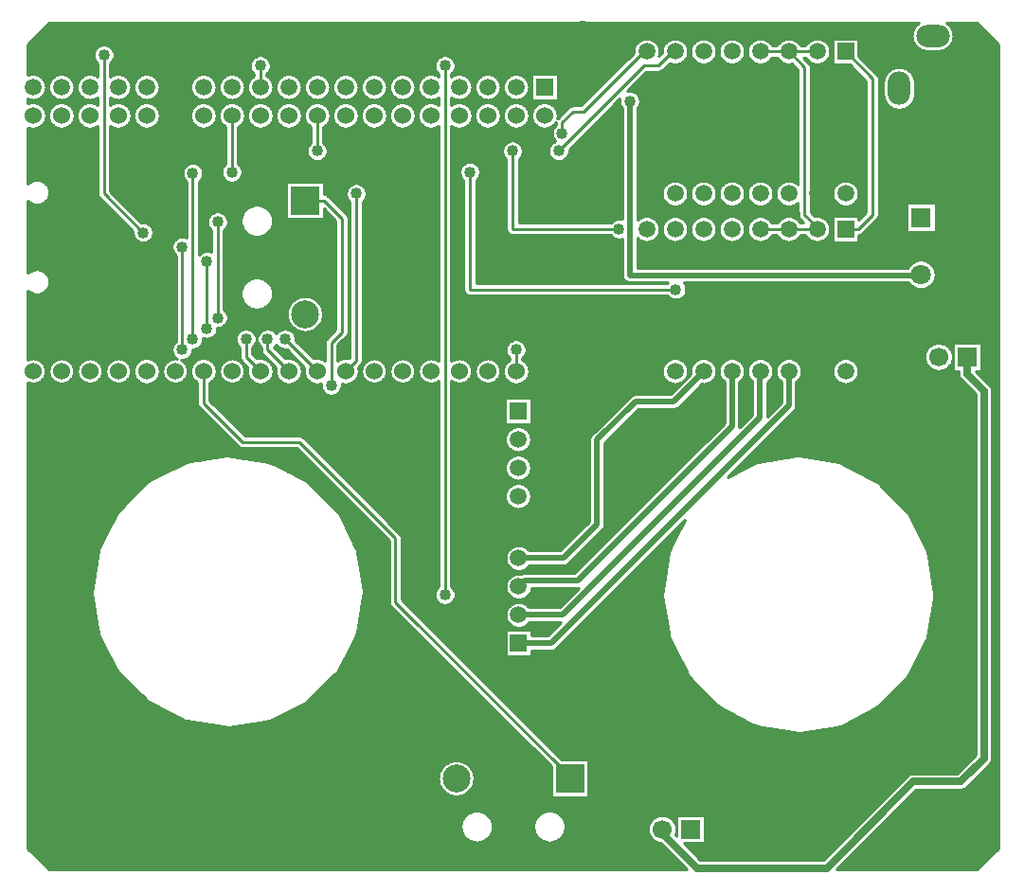
<source format=gbr>
G04 DipTrace 3.3.1.3*
G04 Bottom.gbr*
%MOIN*%
G04 #@! TF.FileFunction,Copper,L2,Bot*
G04 #@! TF.Part,Single*
G04 #@! TA.AperFunction,Conductor*
%ADD14C,0.025*%
%ADD15C,0.011*%
%ADD16C,0.02*%
G04 #@! TA.AperFunction,CopperBalancing*
%ADD19C,0.01*%
G04 #@! TA.AperFunction,ComponentPad*
%ADD26O,0.07874X0.11811*%
%ADD27O,0.11811X0.07874*%
%ADD28R,0.059055X0.059055*%
%ADD29C,0.059055*%
%ADD34R,0.066929X0.066929*%
%ADD35C,0.066929*%
%ADD36C,0.2*%
%ADD37R,0.070866X0.070866*%
%ADD38C,0.070866*%
%ADD39R,0.098425X0.098425*%
%ADD40C,0.098425*%
%ADD41R,0.059X0.059*%
%ADD42C,0.059*%
%ADD43C,0.06*%
G04 #@! TA.AperFunction,ViaPad*
%ADD44C,0.04*%
%FSLAX26Y26*%
G04*
G70*
G90*
G75*
G01*
G04 Bottom*
%LPD*%
X2670325Y581180D2*
D14*
Y566445D1*
X2793070Y443700D1*
X3248818D1*
X3553149Y748031D1*
X3720472D1*
X3803070Y830629D1*
Y2123700D1*
X3743070Y2183700D1*
Y2243700D1*
X2556200Y3143700D2*
D16*
Y2531200D1*
X3583070D1*
X3580570Y2533700D1*
X2715570Y3318700D2*
D15*
Y3328070D1*
X2656200Y3268700D1*
X2606200D1*
X2306200Y2968700D1*
X3215570Y3318700D2*
X3115570D1*
X3015570D1*
X3215570Y2693700D2*
X3115570D1*
X3015570D1*
X3215570D2*
Y2698700D1*
X3170570Y2743700D1*
Y3263700D1*
X3115570Y3318700D1*
X706200Y3306200D2*
Y2818700D1*
X843700Y2681200D1*
X2615570Y3318700D2*
Y3328070D1*
X2393700Y3106200D1*
X2356200D1*
X2318700Y3068700D1*
Y3031200D1*
X1906200Y1406200D2*
Y3268700D1*
X1256200D2*
Y3193700D1*
X1156200Y3093700D2*
Y2893700D1*
X1993700D2*
Y2481200D1*
X2718700D1*
X1018700Y2890157D2*
Y2306200D1*
X1206200D2*
Y2243700D1*
X1256200Y2193700D1*
X2518700Y2693700D2*
X2143700D1*
Y2968700D1*
X1456200D2*
Y3093700D1*
X1506200Y2143700D2*
Y2293700D1*
X1543700Y2331200D1*
Y2731200D1*
X1480413Y2794487D1*
X1413384D1*
X1056200Y2193700D2*
Y2081200D1*
X1193700Y1943700D1*
X1393700D1*
X1731200Y1606200D1*
Y1381200D1*
X2352558Y759842D1*
X2345669D1*
X981200Y2630314D2*
Y2268700D1*
X2156200D2*
Y2193700D1*
X1068700Y2581200D2*
Y2343700D1*
X1281200Y2306200D2*
Y2268700D1*
X1356200Y2193700D1*
X2165354Y1235432D2*
D16*
X2278739D1*
X3115570Y2072263D1*
Y2193700D1*
X2165354Y1335432D2*
X2319684D1*
X3013070Y2028818D1*
Y2191200D1*
X3015570Y2193700D1*
X2915570D2*
Y2000216D1*
X2372046Y1456692D1*
X2186613D1*
X2165354Y1435432D1*
X2815570Y2193700D2*
X2818700D1*
X2711613Y2086613D1*
X2575983D1*
X2440944Y1951574D1*
Y1653543D1*
X2322834Y1535432D1*
X2165354D1*
X1593700Y2818700D2*
D15*
Y2231200D1*
X1556200Y2193700D1*
X1106200Y2718700D2*
Y2381200D1*
X1343700Y2306200D2*
X1456200Y2193700D1*
X3315570Y2693700D2*
X3360570D1*
X3410570Y2743700D1*
Y3223700D1*
X3315570Y3318700D1*
D44*
X2556200Y3143700D3*
X2306200Y2968700D3*
X706200Y3306200D3*
X843700Y2681200D3*
X2318700Y3031200D3*
X1906200Y1406200D3*
Y3268700D3*
X1256200D3*
X1156200Y2893700D3*
X1993700D3*
X2718700Y2481200D3*
X1018700Y2890157D3*
Y2306200D3*
X1206200D3*
X2518700Y2693700D3*
X2143700Y2968700D3*
X1456200D3*
X1506200Y2143700D3*
X981200Y2630314D3*
Y2268700D3*
X2156200D3*
X1068700Y2581200D3*
Y2343700D3*
X1281200Y2306200D3*
X1593700Y2818700D3*
X1106200Y2718700D3*
Y2381200D3*
X1343700Y2306200D3*
X2970570Y3143700D3*
X3040570D3*
X3100570D3*
X3040570Y2373700D3*
X2970570D3*
X3110570D3*
X550570Y2943700D3*
X568700Y2356200D3*
X806200Y2931200D3*
X931200Y2356200D3*
X843700Y2756200D3*
X505017Y3410327D2*
D19*
X3561689D1*
X3682400D2*
X3786318D1*
X495135Y3400459D2*
X3554521D1*
X3689568D2*
X3796201D1*
X485271Y3390590D2*
X3550185D1*
X3693904D2*
X3806064D1*
X475408Y3380721D2*
X3547998D1*
X3696092D2*
X3815928D1*
X465545Y3370852D2*
X3547666D1*
X3696424D2*
X3825791D1*
X455662Y3360983D2*
X2596709D1*
X2634431D2*
X2696709D1*
X2734431D2*
X2796709D1*
X2834431D2*
X2896709D1*
X2934431D2*
X2996709D1*
X3034431D2*
X3096709D1*
X3134431D2*
X3196709D1*
X3234431D2*
X3268662D1*
X3362478D2*
X3549170D1*
X3694920D2*
X3835674D1*
X445799Y3351115D2*
X2582080D1*
X2649060D2*
X2682080D1*
X2749060D2*
X2782080D1*
X2849060D2*
X2882080D1*
X2949060D2*
X2982080D1*
X3049060D2*
X3082080D1*
X3149060D2*
X3182080D1*
X3249060D2*
X3268662D1*
X3362478D2*
X3552685D1*
X3691404D2*
X3845537D1*
X439080Y3341246D2*
X695361D1*
X717029D2*
X2574580D1*
X2656560D2*
X2674580D1*
X2756560D2*
X2774580D1*
X2856560D2*
X2874580D1*
X2956560D2*
X2974580D1*
X3056560D2*
X3074580D1*
X3156560D2*
X3174580D1*
X3256560D2*
X3268662D1*
X3362478D2*
X3558701D1*
X3685388D2*
X3852275D1*
X439080Y3331377D2*
X678916D1*
X733494D2*
X2570459D1*
X2660681D2*
X2670459D1*
X2760681D2*
X2770459D1*
X2860681D2*
X2870459D1*
X2960681D2*
X2970459D1*
X3260681D2*
X3268662D1*
X3362478D2*
X3568584D1*
X3675525D2*
X3852275D1*
X439080Y3321508D2*
X672178D1*
X740232D2*
X2568760D1*
X2662381D2*
X2668760D1*
X2762381D2*
X2768760D1*
X2862381D2*
X2868760D1*
X2962381D2*
X2968760D1*
X3262381D2*
X3268662D1*
X3362478D2*
X3589697D1*
X3654392D2*
X3852275D1*
X439080Y3311640D2*
X669209D1*
X743201D2*
X2567178D1*
X2661931D2*
X2667178D1*
X2761931D2*
X2769209D1*
X2861931D2*
X2869209D1*
X2961931D2*
X2969209D1*
X3261931D2*
X3268662D1*
X3362478D2*
X3852275D1*
X439080Y3301771D2*
X669072D1*
X743338D2*
X1239990D1*
X1272400D2*
X1889990D1*
X1922400D2*
X2557295D1*
X2759236D2*
X2771904D1*
X2859236D2*
X2871904D1*
X2959236D2*
X2971904D1*
X3259236D2*
X3268662D1*
X3364470D2*
X3852275D1*
X439080Y3291902D2*
X671728D1*
X740681D2*
X1227158D1*
X1285252D2*
X1877158D1*
X1935252D2*
X2547431D1*
X2753826D2*
X2777314D1*
X2853826D2*
X2877314D1*
X2953826D2*
X2977314D1*
X3053826D2*
X3077314D1*
X3253826D2*
X3268662D1*
X3374334D2*
X3852275D1*
X439080Y3282033D2*
X677978D1*
X734412D2*
X1221338D1*
X1291072D2*
X1871338D1*
X1941072D2*
X2537568D1*
X2744178D2*
X2786963D1*
X2844178D2*
X2886963D1*
X2944178D2*
X2986963D1*
X3044178D2*
X3086963D1*
X3244178D2*
X3268662D1*
X3384217D2*
X3852275D1*
X439080Y3272165D2*
X683291D1*
X729099D2*
X1218974D1*
X1293435D2*
X1868974D1*
X1943435D2*
X2527685D1*
X2691638D2*
X3130127D1*
X3191775D2*
X3330127D1*
X3394080D2*
X3852275D1*
X439080Y3262296D2*
X683291D1*
X729099D2*
X1219365D1*
X1293025D2*
X1869365D1*
X1943025D2*
X2517822D1*
X2681775D2*
X3140010D1*
X3193474D2*
X3340010D1*
X3403943D2*
X3487646D1*
X3520213D2*
X3852275D1*
X439080Y3252427D2*
X683291D1*
X729099D2*
X1222646D1*
X1289763D2*
X1872646D1*
X1939763D2*
X2507959D1*
X2671853D2*
X3147666D1*
X3193474D2*
X3349873D1*
X3413806D2*
X3468369D1*
X3539510D2*
X3852275D1*
X439080Y3242558D2*
X683291D1*
X729099D2*
X1229873D1*
X1282537D2*
X1879873D1*
X1932537D2*
X2498095D1*
X2612029D2*
X3147666D1*
X3193474D2*
X3359736D1*
X3423689D2*
X3458642D1*
X3549217D2*
X3852275D1*
X481482Y3232690D2*
X530928D1*
X581482D2*
X630928D1*
X781482D2*
X830928D1*
X881482D2*
X1030928D1*
X1081482D2*
X1130928D1*
X1181482D2*
X1230928D1*
X1281482D2*
X1330928D1*
X1381482D2*
X1430928D1*
X1481482D2*
X1530928D1*
X1581482D2*
X1630928D1*
X1681482D2*
X1730928D1*
X1781482D2*
X1830928D1*
X1981482D2*
X2030928D1*
X2081482D2*
X2130928D1*
X2181482D2*
X2209267D1*
X2303123D2*
X2488213D1*
X2602166D2*
X3147666D1*
X3193474D2*
X3369599D1*
X3431541D2*
X3452607D1*
X3555271D2*
X3852275D1*
X492713Y3222821D2*
X519678D1*
X592713D2*
X619678D1*
X792713D2*
X819678D1*
X892713D2*
X1019678D1*
X1092713D2*
X1119678D1*
X1192713D2*
X1219678D1*
X1292713D2*
X1319678D1*
X1392713D2*
X1419678D1*
X1492713D2*
X1519678D1*
X1592713D2*
X1619678D1*
X1692713D2*
X1719678D1*
X1792713D2*
X1819678D1*
X1992713D2*
X2019678D1*
X2092713D2*
X2119678D1*
X2192713D2*
X2209267D1*
X2303123D2*
X2478349D1*
X2592283D2*
X3147666D1*
X3193474D2*
X3379482D1*
X3433474D2*
X3448994D1*
X3558885D2*
X3852275D1*
X498904Y3212952D2*
X513506D1*
X598904D2*
X613506D1*
X798904D2*
X813506D1*
X898904D2*
X1013506D1*
X1098904D2*
X1113506D1*
X1198904D2*
X1213506D1*
X1298904D2*
X1313506D1*
X1398904D2*
X1413506D1*
X1498904D2*
X1513506D1*
X1598904D2*
X1613506D1*
X1698904D2*
X1713506D1*
X1798904D2*
X1813506D1*
X1998904D2*
X2013506D1*
X2098904D2*
X2113506D1*
X2198904D2*
X2209267D1*
X2303123D2*
X2468486D1*
X2582420D2*
X3147666D1*
X3193474D2*
X3387666D1*
X3433474D2*
X3447334D1*
X3560545D2*
X3852275D1*
X502166Y3203083D2*
X510244D1*
X602166D2*
X610244D1*
X802166D2*
X810244D1*
X902166D2*
X1010244D1*
X1102166D2*
X1110244D1*
X1202166D2*
X1210244D1*
X1302166D2*
X1310244D1*
X1402166D2*
X1410244D1*
X1502166D2*
X1510244D1*
X1602166D2*
X1610244D1*
X1702166D2*
X1710244D1*
X1802166D2*
X1810244D1*
X2002166D2*
X2010244D1*
X2102166D2*
X2110244D1*
X2202166D2*
X2209267D1*
X2303123D2*
X2458603D1*
X2572556D2*
X3147666D1*
X3193474D2*
X3387666D1*
X3433474D2*
X3447158D1*
X3560701D2*
X3852275D1*
X503123Y3193214D2*
X509267D1*
X603123D2*
X609267D1*
X803123D2*
X809267D1*
X903123D2*
X1009267D1*
X1103123D2*
X1109267D1*
X1203123D2*
X1209267D1*
X1303123D2*
X1309267D1*
X1403123D2*
X1409267D1*
X1503123D2*
X1509267D1*
X1603123D2*
X1609267D1*
X1703123D2*
X1709267D1*
X1803123D2*
X1809267D1*
X2003123D2*
X2009267D1*
X2103123D2*
X2109267D1*
X2203123D2*
X2209267D1*
X2303123D2*
X2448740D1*
X2562693D2*
X3147666D1*
X3193474D2*
X3387666D1*
X3433474D2*
X3447158D1*
X3560701D2*
X3852275D1*
X501951Y3183346D2*
X510459D1*
X601951D2*
X610459D1*
X801951D2*
X810459D1*
X901951D2*
X1010459D1*
X1101951D2*
X1110459D1*
X1201951D2*
X1210459D1*
X1301951D2*
X1310459D1*
X1401951D2*
X1410459D1*
X1501951D2*
X1510459D1*
X1601951D2*
X1610459D1*
X1701951D2*
X1710459D1*
X1801951D2*
X1810459D1*
X2001951D2*
X2010459D1*
X2101951D2*
X2110459D1*
X2201951D2*
X2209267D1*
X2303123D2*
X2438877D1*
X2552810D2*
X3147666D1*
X3193474D2*
X3387666D1*
X3433474D2*
X3447158D1*
X3560701D2*
X3852275D1*
X498435Y3173477D2*
X513955D1*
X598435D2*
X613955D1*
X798435D2*
X813955D1*
X898435D2*
X1013955D1*
X1098435D2*
X1113955D1*
X1198435D2*
X1213955D1*
X1298435D2*
X1313955D1*
X1398435D2*
X1413955D1*
X1498435D2*
X1513955D1*
X1598435D2*
X1613955D1*
X1698435D2*
X1713955D1*
X1798435D2*
X1813955D1*
X1998435D2*
X2013955D1*
X2098435D2*
X2113955D1*
X2198435D2*
X2209267D1*
X2303123D2*
X2429013D1*
X2578142D2*
X3147666D1*
X3193474D2*
X3387666D1*
X3433474D2*
X3447158D1*
X3560701D2*
X3852275D1*
X491892Y3163608D2*
X520498D1*
X591892D2*
X620498D1*
X791892D2*
X820498D1*
X891892D2*
X1020498D1*
X1091892D2*
X1120498D1*
X1191892D2*
X1220498D1*
X1291892D2*
X1320498D1*
X1391892D2*
X1420498D1*
X1491892D2*
X1520498D1*
X1591892D2*
X1620498D1*
X1691892D2*
X1720498D1*
X1791892D2*
X1820498D1*
X1991892D2*
X2020498D1*
X2091892D2*
X2120498D1*
X2191892D2*
X2209267D1*
X2303123D2*
X2419131D1*
X2587674D2*
X3147666D1*
X3193474D2*
X3387666D1*
X3433474D2*
X3447451D1*
X3560408D2*
X3852275D1*
X479842Y3153739D2*
X532568D1*
X579842D2*
X632568D1*
X779842D2*
X832568D1*
X879842D2*
X1032568D1*
X1079842D2*
X1132568D1*
X1179842D2*
X1232568D1*
X1279842D2*
X1332568D1*
X1379842D2*
X1432568D1*
X1479842D2*
X1532568D1*
X1579842D2*
X1632568D1*
X1679842D2*
X1732568D1*
X1779842D2*
X1832568D1*
X1979842D2*
X2032568D1*
X2079842D2*
X2132568D1*
X2179842D2*
X2209267D1*
X2303123D2*
X2409267D1*
X2592185D2*
X3147666D1*
X3193474D2*
X3387666D1*
X3433474D2*
X3449385D1*
X3558494D2*
X3852275D1*
X439080Y3143871D2*
X683291D1*
X729099D2*
X1883291D1*
X1929099D2*
X2399404D1*
X2513338D2*
X2518799D1*
X2593592D2*
X3147666D1*
X3193474D2*
X3387666D1*
X3433474D2*
X3453291D1*
X3554568D2*
X3852275D1*
X480193Y3134002D2*
X532197D1*
X580193D2*
X632197D1*
X780193D2*
X832197D1*
X880193D2*
X1032197D1*
X1080193D2*
X1132197D1*
X1180193D2*
X1232197D1*
X1280193D2*
X1332197D1*
X1380193D2*
X1432197D1*
X1480193D2*
X1532197D1*
X1580193D2*
X1632197D1*
X1680193D2*
X1732197D1*
X1780193D2*
X1832197D1*
X1980193D2*
X2032197D1*
X2080193D2*
X2132197D1*
X2180193D2*
X2232197D1*
X2280193D2*
X2389521D1*
X2503474D2*
X2520107D1*
X2592283D2*
X3147666D1*
X3193474D2*
X3387666D1*
X3433474D2*
X3459756D1*
X3548123D2*
X3852275D1*
X492224Y3124133D2*
X520166D1*
X592224D2*
X620166D1*
X792224D2*
X820166D1*
X892224D2*
X1020166D1*
X1092224D2*
X1120166D1*
X1192224D2*
X1220166D1*
X1292224D2*
X1320166D1*
X1392224D2*
X1420166D1*
X1492224D2*
X1520166D1*
X1592224D2*
X1620166D1*
X1692224D2*
X1720166D1*
X1792224D2*
X1820166D1*
X1992224D2*
X2020166D1*
X2092224D2*
X2120166D1*
X2192224D2*
X2220166D1*
X2292224D2*
X2342627D1*
X2493611D2*
X2524502D1*
X2587888D2*
X3147666D1*
X3193474D2*
X3387666D1*
X3433474D2*
X3470205D1*
X3537674D2*
X3852275D1*
X498787Y3114264D2*
X513603D1*
X598787D2*
X613603D1*
X798787D2*
X813603D1*
X898787D2*
X1013603D1*
X1098787D2*
X1113603D1*
X1198787D2*
X1213603D1*
X1298787D2*
X1313603D1*
X1398787D2*
X1413603D1*
X1498787D2*
X1513603D1*
X1598787D2*
X1613603D1*
X1698787D2*
X1713603D1*
X1798787D2*
X1813603D1*
X1998787D2*
X2013603D1*
X2098787D2*
X2113603D1*
X2198787D2*
X2213603D1*
X2298787D2*
X2332295D1*
X2483728D2*
X2528799D1*
X2583592D2*
X3147666D1*
X3193474D2*
X3387666D1*
X3433474D2*
X3493857D1*
X3514021D2*
X3852275D1*
X502342Y3104396D2*
X510049D1*
X602342D2*
X610049D1*
X802342D2*
X810049D1*
X902342D2*
X1010049D1*
X1102342D2*
X1110049D1*
X1202342D2*
X1210049D1*
X1302342D2*
X1310049D1*
X1402342D2*
X1410049D1*
X1502342D2*
X1510049D1*
X1602342D2*
X1610049D1*
X1702342D2*
X1710049D1*
X1802342D2*
X1810049D1*
X2002342D2*
X2010049D1*
X2102342D2*
X2110049D1*
X2202342D2*
X2210049D1*
X2302342D2*
X2322431D1*
X2473865D2*
X2528799D1*
X2583592D2*
X3147666D1*
X3193474D2*
X3387666D1*
X3433474D2*
X3852275D1*
X503592Y3094527D2*
X508799D1*
X603592D2*
X608799D1*
X803592D2*
X808799D1*
X903592D2*
X1008799D1*
X1103592D2*
X1108799D1*
X1203592D2*
X1208799D1*
X1303592D2*
X1308799D1*
X1403592D2*
X1408799D1*
X1503592D2*
X1508799D1*
X1603592D2*
X1608799D1*
X1703592D2*
X1708799D1*
X1803592D2*
X1808799D1*
X2003592D2*
X2008799D1*
X2103592D2*
X2108799D1*
X2203592D2*
X2208799D1*
X2303592D2*
X2312549D1*
X2464002D2*
X2528799D1*
X2583592D2*
X3147666D1*
X3193474D2*
X3387666D1*
X3433474D2*
X3852275D1*
X502713Y3084658D2*
X509697D1*
X602713D2*
X609697D1*
X802713D2*
X809697D1*
X902713D2*
X1009697D1*
X1102713D2*
X1109697D1*
X1202713D2*
X1209697D1*
X1302713D2*
X1309697D1*
X1402713D2*
X1409697D1*
X1502713D2*
X1509697D1*
X1602713D2*
X1609697D1*
X1702713D2*
X1709697D1*
X1802713D2*
X1809697D1*
X2002713D2*
X2009697D1*
X2102713D2*
X2109697D1*
X2202713D2*
X2209697D1*
X2454138D2*
X2528799D1*
X2583592D2*
X3147666D1*
X3193474D2*
X3387666D1*
X3433474D2*
X3852275D1*
X499568Y3074789D2*
X512822D1*
X599568D2*
X612822D1*
X799568D2*
X812822D1*
X899568D2*
X1012822D1*
X1099568D2*
X1112822D1*
X1199568D2*
X1212822D1*
X1299568D2*
X1312822D1*
X1399568D2*
X1412822D1*
X1499568D2*
X1512822D1*
X1599568D2*
X1612822D1*
X1699568D2*
X1712822D1*
X1799568D2*
X1812822D1*
X1999568D2*
X2012822D1*
X2099568D2*
X2112822D1*
X2199568D2*
X2212822D1*
X2444256D2*
X2528799D1*
X2583592D2*
X3147666D1*
X3193474D2*
X3387666D1*
X3433474D2*
X3852275D1*
X493592Y3064920D2*
X518799D1*
X593592D2*
X618799D1*
X793592D2*
X818799D1*
X893592D2*
X1018799D1*
X1093592D2*
X1118799D1*
X1193592D2*
X1218799D1*
X1293592D2*
X1318799D1*
X1393592D2*
X1418799D1*
X1493592D2*
X1518799D1*
X1593592D2*
X1618799D1*
X1693592D2*
X1718799D1*
X1793592D2*
X1818799D1*
X1993592D2*
X2018799D1*
X2093592D2*
X2118799D1*
X2193592D2*
X2218799D1*
X2434392D2*
X2528799D1*
X2583592D2*
X3147666D1*
X3193474D2*
X3387666D1*
X3433474D2*
X3852275D1*
X482869Y3055052D2*
X529521D1*
X582869D2*
X629521D1*
X782869D2*
X829521D1*
X882869D2*
X1029521D1*
X1082869D2*
X1129521D1*
X1182869D2*
X1229521D1*
X1282869D2*
X1329521D1*
X1382869D2*
X1429521D1*
X1482869D2*
X1529521D1*
X1582869D2*
X1629521D1*
X1682869D2*
X1729521D1*
X1782869D2*
X1829521D1*
X1982869D2*
X2029521D1*
X2082869D2*
X2129521D1*
X2182869D2*
X2229521D1*
X2282869D2*
X2290205D1*
X2424529D2*
X2528799D1*
X2583592D2*
X3147666D1*
X3193474D2*
X3387666D1*
X3433474D2*
X3852275D1*
X439080Y3045183D2*
X683291D1*
X729099D2*
X1133291D1*
X1179099D2*
X1433291D1*
X1479099D2*
X1883291D1*
X1929099D2*
X2284092D1*
X2414646D2*
X2528799D1*
X2583592D2*
X3147666D1*
X3193474D2*
X3387666D1*
X3433474D2*
X3852275D1*
X439080Y3035314D2*
X683291D1*
X729099D2*
X1133291D1*
X1179099D2*
X1433291D1*
X1479099D2*
X1883291D1*
X1929099D2*
X2281533D1*
X2404783D2*
X2528799D1*
X2583592D2*
X3147666D1*
X3193474D2*
X3387666D1*
X3433474D2*
X3852275D1*
X439080Y3025445D2*
X683291D1*
X729099D2*
X1133291D1*
X1179099D2*
X1433291D1*
X1479099D2*
X1883291D1*
X1929099D2*
X2281767D1*
X2394920D2*
X2528799D1*
X2583592D2*
X3147666D1*
X3193474D2*
X3387666D1*
X3433474D2*
X3852275D1*
X439080Y3015577D2*
X683291D1*
X729099D2*
X1133291D1*
X1179099D2*
X1433291D1*
X1479099D2*
X1883291D1*
X1929099D2*
X2284814D1*
X2385056D2*
X2528799D1*
X2583592D2*
X3147666D1*
X3193474D2*
X3387666D1*
X3433474D2*
X3852275D1*
X439080Y3005708D2*
X683291D1*
X729099D2*
X1133291D1*
X1179099D2*
X1433291D1*
X1479099D2*
X1883291D1*
X1929099D2*
X2291709D1*
X2375174D2*
X2528799D1*
X2583592D2*
X3147666D1*
X3193474D2*
X3387666D1*
X3433474D2*
X3852275D1*
X439080Y2995839D2*
X683291D1*
X729099D2*
X1133291D1*
X1179099D2*
X1430947D1*
X1481463D2*
X1883291D1*
X1929099D2*
X2118447D1*
X2168963D2*
X2280947D1*
X2365310D2*
X2528799D1*
X2583592D2*
X3147666D1*
X3193474D2*
X3387666D1*
X3433474D2*
X3852275D1*
X439080Y2985970D2*
X683291D1*
X729099D2*
X1133291D1*
X1179099D2*
X1423154D1*
X1489236D2*
X1883291D1*
X1929099D2*
X2110654D1*
X2176736D2*
X2273154D1*
X2355447D2*
X2528799D1*
X2583592D2*
X3147666D1*
X3193474D2*
X3387666D1*
X3433474D2*
X3852275D1*
X439080Y2976102D2*
X683291D1*
X729099D2*
X1133291D1*
X1179099D2*
X1419560D1*
X1492830D2*
X1883291D1*
X1929099D2*
X2107060D1*
X2180330D2*
X2269560D1*
X2345564D2*
X2528799D1*
X2583592D2*
X3147666D1*
X3193474D2*
X3387666D1*
X3433474D2*
X3852275D1*
X439080Y2966233D2*
X683291D1*
X729099D2*
X1133291D1*
X1179099D2*
X1418877D1*
X1493513D2*
X1883291D1*
X1929099D2*
X2106377D1*
X2181013D2*
X2268877D1*
X2343513D2*
X2528799D1*
X2583592D2*
X3147666D1*
X3193474D2*
X3387666D1*
X3433474D2*
X3852275D1*
X439080Y2956364D2*
X683291D1*
X729099D2*
X1133291D1*
X1179099D2*
X1420947D1*
X1491443D2*
X1883291D1*
X1929099D2*
X2108447D1*
X2178943D2*
X2270947D1*
X2341443D2*
X2528799D1*
X2583592D2*
X3147666D1*
X3193474D2*
X3387666D1*
X3433474D2*
X3852275D1*
X439080Y2946495D2*
X683291D1*
X729099D2*
X1133291D1*
X1179099D2*
X1426357D1*
X1486053D2*
X1883291D1*
X1929099D2*
X2113857D1*
X2173553D2*
X2276357D1*
X2336053D2*
X2528799D1*
X2583592D2*
X3147666D1*
X3193474D2*
X3387666D1*
X3433474D2*
X3852275D1*
X439080Y2936627D2*
X683291D1*
X729099D2*
X1133291D1*
X1179099D2*
X1437998D1*
X1474412D2*
X1883291D1*
X1929099D2*
X2120791D1*
X2166599D2*
X2287998D1*
X2324412D2*
X2528799D1*
X2583592D2*
X3147666D1*
X3193474D2*
X3387666D1*
X3433474D2*
X3852275D1*
X439080Y2926758D2*
X683291D1*
X729099D2*
X1133291D1*
X1179099D2*
X1883291D1*
X1929099D2*
X1977470D1*
X2009939D2*
X2120791D1*
X2166599D2*
X2528799D1*
X2583592D2*
X3147666D1*
X3193474D2*
X3387666D1*
X3433474D2*
X3852275D1*
X439080Y2916889D2*
X683291D1*
X729099D2*
X992998D1*
X1044412D2*
X1127138D1*
X1185252D2*
X1883291D1*
X1929099D2*
X1964638D1*
X2022752D2*
X2120791D1*
X2166599D2*
X2528799D1*
X2583592D2*
X3147666D1*
X3193474D2*
X3387666D1*
X3433474D2*
X3852275D1*
X439080Y2907020D2*
X683291D1*
X729099D2*
X985439D1*
X1051951D2*
X1121318D1*
X1191072D2*
X1883291D1*
X1929099D2*
X1958818D1*
X2028572D2*
X2120791D1*
X2166599D2*
X2528799D1*
X2583592D2*
X3147666D1*
X3193474D2*
X3387666D1*
X3433474D2*
X3852275D1*
X439080Y2897151D2*
X683291D1*
X729099D2*
X981982D1*
X1055428D2*
X1118955D1*
X1193435D2*
X1883291D1*
X1929099D2*
X1956455D1*
X2030935D2*
X2120791D1*
X2166599D2*
X2528799D1*
X2583592D2*
X3147666D1*
X3193474D2*
X3387666D1*
X3433474D2*
X3852275D1*
X439080Y2887283D2*
X683291D1*
X729099D2*
X981416D1*
X1055994D2*
X1119365D1*
X1193025D2*
X1883291D1*
X1929099D2*
X1956865D1*
X2030525D2*
X2120791D1*
X2166599D2*
X2528799D1*
X2583592D2*
X3147666D1*
X3193474D2*
X3387666D1*
X3433474D2*
X3852275D1*
X439080Y2877414D2*
X683291D1*
X729099D2*
X983603D1*
X1053806D2*
X1122646D1*
X1189744D2*
X1883291D1*
X1929099D2*
X1960146D1*
X2027244D2*
X2120791D1*
X2166599D2*
X2528799D1*
X2583592D2*
X3147666D1*
X3193474D2*
X3387666D1*
X3433474D2*
X3852275D1*
X439080Y2867545D2*
X683291D1*
X729099D2*
X989170D1*
X1048220D2*
X1129892D1*
X1182517D2*
X1883291D1*
X1929099D2*
X1967392D1*
X2020017D2*
X2120791D1*
X2166599D2*
X2528799D1*
X2583592D2*
X3147666D1*
X3193474D2*
X3387666D1*
X3433474D2*
X3852275D1*
X498142Y2857676D2*
X683291D1*
X729099D2*
X995791D1*
X1041599D2*
X1149970D1*
X1162420D2*
X1346767D1*
X1479998D2*
X1883291D1*
X1929099D2*
X1970791D1*
X2016599D2*
X2120791D1*
X2166599D2*
X2528799D1*
X2583592D2*
X2690322D1*
X2740818D2*
X2790322D1*
X2840818D2*
X2890322D1*
X2940818D2*
X2990322D1*
X3040818D2*
X3090322D1*
X3140818D2*
X3147666D1*
X3193474D2*
X3290322D1*
X3340818D2*
X3387666D1*
X3433474D2*
X3852275D1*
X507303Y2847808D2*
X683291D1*
X729099D2*
X995791D1*
X1041599D2*
X1346767D1*
X1479998D2*
X1570849D1*
X1616560D2*
X1883291D1*
X1929099D2*
X1970791D1*
X2016599D2*
X2120791D1*
X2166599D2*
X2528799D1*
X2583592D2*
X2679072D1*
X2752068D2*
X2779072D1*
X2852068D2*
X2879072D1*
X2952068D2*
X2979072D1*
X3052068D2*
X3079072D1*
X3193474D2*
X3279072D1*
X3352068D2*
X3387666D1*
X3433474D2*
X3852275D1*
X512322Y2837939D2*
X683291D1*
X729099D2*
X995791D1*
X1041599D2*
X1346767D1*
X1479998D2*
X1561806D1*
X1625603D2*
X1883291D1*
X1929099D2*
X1970791D1*
X2016599D2*
X2120791D1*
X2166599D2*
X2528799D1*
X2583592D2*
X2672900D1*
X2758240D2*
X2772900D1*
X2858240D2*
X2872900D1*
X2958240D2*
X2972900D1*
X3058240D2*
X3072900D1*
X3193474D2*
X3272900D1*
X3358240D2*
X3387666D1*
X3433474D2*
X3852275D1*
X514666Y2828070D2*
X683291D1*
X729099D2*
X995791D1*
X1041599D2*
X1346767D1*
X1479998D2*
X1557529D1*
X1629881D2*
X1883291D1*
X1929099D2*
X1970791D1*
X2016599D2*
X2120791D1*
X2166599D2*
X2528799D1*
X2583592D2*
X2669638D1*
X2761502D2*
X2769638D1*
X2861502D2*
X2869638D1*
X2961502D2*
X2969638D1*
X3061502D2*
X3069638D1*
X3193474D2*
X3269638D1*
X3361502D2*
X3387666D1*
X3433474D2*
X3852275D1*
X514724Y2818201D2*
X683310D1*
X738670D2*
X995791D1*
X1041599D2*
X1346767D1*
X1479998D2*
X1556299D1*
X1631092D2*
X1883291D1*
X1929099D2*
X1970791D1*
X2016599D2*
X2120791D1*
X2166599D2*
X2528799D1*
X2583592D2*
X2668681D1*
X2762459D2*
X2768681D1*
X2862459D2*
X2868681D1*
X2962459D2*
X2968681D1*
X3062459D2*
X3068681D1*
X3193474D2*
X3268681D1*
X3362459D2*
X3387666D1*
X3433474D2*
X3852275D1*
X512537Y2808333D2*
X685908D1*
X748533D2*
X995791D1*
X1041599D2*
X1346767D1*
X1498533D2*
X1557803D1*
X1629588D2*
X1883291D1*
X1929099D2*
X1970791D1*
X2016599D2*
X2120791D1*
X2166599D2*
X2528799D1*
X2583592D2*
X2669853D1*
X2761287D2*
X2769853D1*
X2861287D2*
X2869853D1*
X2961287D2*
X2969853D1*
X3061287D2*
X3069853D1*
X3193474D2*
X3269853D1*
X3361287D2*
X3387666D1*
X3433474D2*
X3852275D1*
X507713Y2798464D2*
X694463D1*
X758416D2*
X995791D1*
X1041599D2*
X1346767D1*
X1508416D2*
X1562451D1*
X1624959D2*
X1883291D1*
X1929099D2*
X1970791D1*
X2016599D2*
X2120791D1*
X2166599D2*
X2528799D1*
X2583592D2*
X2673369D1*
X2757771D2*
X2773369D1*
X2857771D2*
X2873369D1*
X2957771D2*
X2973369D1*
X3057771D2*
X3073369D1*
X3193474D2*
X3273369D1*
X3357771D2*
X3387666D1*
X3433474D2*
X3852275D1*
X498885Y2788595D2*
X704326D1*
X768279D2*
X995791D1*
X1041599D2*
X1346767D1*
X1518279D2*
X1570791D1*
X1616599D2*
X1883291D1*
X1929099D2*
X1970791D1*
X2016599D2*
X2120791D1*
X2166599D2*
X2528799D1*
X2583592D2*
X2679931D1*
X2751209D2*
X2779931D1*
X2851209D2*
X2879931D1*
X2951209D2*
X2979931D1*
X3051209D2*
X3079931D1*
X3193474D2*
X3279931D1*
X3351209D2*
X3387666D1*
X3433474D2*
X3852275D1*
X439080Y2778726D2*
X462568D1*
X476365D2*
X714209D1*
X778142D2*
X995791D1*
X1041599D2*
X1241377D1*
X1246813D2*
X1346767D1*
X1528142D2*
X1570791D1*
X1616599D2*
X1883291D1*
X1929099D2*
X1970791D1*
X2016599D2*
X2120791D1*
X2166599D2*
X2528799D1*
X2583592D2*
X2692002D1*
X2739138D2*
X2792002D1*
X2839138D2*
X2892002D1*
X2939138D2*
X2992002D1*
X3039138D2*
X3092002D1*
X3139138D2*
X3147666D1*
X3193474D2*
X3292002D1*
X3339138D2*
X3387666D1*
X3433474D2*
X3527744D1*
X3633396D2*
X3852275D1*
X439080Y2768857D2*
X724072D1*
X788006D2*
X995791D1*
X1041599D2*
X1211220D1*
X1276970D2*
X1346767D1*
X1538006D2*
X1570791D1*
X1616599D2*
X1883291D1*
X1929099D2*
X1970791D1*
X2016599D2*
X2120791D1*
X2166599D2*
X2528799D1*
X2583592D2*
X3147666D1*
X3193474D2*
X3387666D1*
X3433474D2*
X3527744D1*
X3633396D2*
X3852275D1*
X439080Y2758989D2*
X733935D1*
X797888D2*
X995791D1*
X1041599D2*
X1200244D1*
X1287928D2*
X1346767D1*
X1547888D2*
X1570791D1*
X1616599D2*
X1883291D1*
X1929099D2*
X1970791D1*
X2016599D2*
X2120791D1*
X2166599D2*
X2528799D1*
X2583592D2*
X3147666D1*
X3193474D2*
X3387666D1*
X3433474D2*
X3527744D1*
X3633396D2*
X3852275D1*
X439080Y2749120D2*
X743818D1*
X807752D2*
X995791D1*
X1041599D2*
X1085205D1*
X1127185D2*
X1193506D1*
X1294685D2*
X1346767D1*
X1479998D2*
X1493818D1*
X1557752D2*
X1570791D1*
X1616599D2*
X1883291D1*
X1929099D2*
X1970791D1*
X2016599D2*
X2120791D1*
X2166599D2*
X2528799D1*
X2583592D2*
X3147666D1*
X3197127D2*
X3384013D1*
X3433474D2*
X3527744D1*
X3633396D2*
X3852275D1*
X439080Y2739251D2*
X753681D1*
X817615D2*
X995791D1*
X1041599D2*
X1075166D1*
X1137244D2*
X1189345D1*
X1298845D2*
X1346767D1*
X1479998D2*
X1503681D1*
X1565076D2*
X1570788D1*
X1616599D2*
X1883291D1*
X1929099D2*
X1970791D1*
X2016599D2*
X2120791D1*
X2166599D2*
X2528799D1*
X2583592D2*
X2608916D1*
X2622224D2*
X2708916D1*
X2722224D2*
X2808916D1*
X2822224D2*
X2908916D1*
X2922224D2*
X3008916D1*
X3022224D2*
X3108916D1*
X3122224D2*
X3148135D1*
X3222224D2*
X3268662D1*
X3362478D2*
X3374150D1*
X3433006D2*
X3527744D1*
X3633396D2*
X3852275D1*
X439080Y2729382D2*
X763545D1*
X827498D2*
X995791D1*
X1041599D2*
X1070400D1*
X1141990D2*
X1187217D1*
X1300974D2*
X1346767D1*
X1479998D2*
X1513545D1*
X1616599D2*
X1883291D1*
X1929099D2*
X1970791D1*
X2016599D2*
X2120791D1*
X2166599D2*
X2510517D1*
X2645447D2*
X2685693D1*
X2745447D2*
X2785693D1*
X2845447D2*
X2885693D1*
X2945447D2*
X2985693D1*
X3045447D2*
X3085693D1*
X3145447D2*
X3152998D1*
X3245447D2*
X3268662D1*
X3428142D2*
X3527744D1*
X3633396D2*
X3852275D1*
X439080Y2719514D2*
X773408D1*
X837361D2*
X995791D1*
X1041599D2*
X1068818D1*
X1143592D2*
X1186865D1*
X1301326D2*
X1520791D1*
X1616599D2*
X1883291D1*
X1929099D2*
X1970791D1*
X2016599D2*
X2120791D1*
X2166599D2*
X2492041D1*
X2654529D2*
X2676611D1*
X2754529D2*
X2776611D1*
X2854529D2*
X2876611D1*
X2954529D2*
X2976611D1*
X3054529D2*
X3076611D1*
X3154529D2*
X3162783D1*
X3254529D2*
X3268662D1*
X3418357D2*
X3527744D1*
X3633396D2*
X3852275D1*
X439080Y2709645D2*
X783291D1*
X867420D2*
X995791D1*
X1041599D2*
X1069951D1*
X1142459D2*
X1188252D1*
X1299939D2*
X1520791D1*
X1616599D2*
X1883291D1*
X1929099D2*
X1970791D1*
X2016599D2*
X2120791D1*
X2659607D2*
X2671533D1*
X2759607D2*
X2771533D1*
X2859607D2*
X2871533D1*
X2959607D2*
X2971533D1*
X3259607D2*
X3268662D1*
X3408494D2*
X3527744D1*
X3633396D2*
X3852275D1*
X439080Y2699776D2*
X793154D1*
X875994D2*
X995791D1*
X1041599D2*
X1074111D1*
X1138299D2*
X1191553D1*
X1296638D2*
X1520791D1*
X1616599D2*
X1883291D1*
X1929099D2*
X1970791D1*
X2016599D2*
X2120791D1*
X2662068D2*
X2669072D1*
X2762068D2*
X2769072D1*
X2862068D2*
X2869072D1*
X2962068D2*
X2969072D1*
X3262068D2*
X3268662D1*
X3398611D2*
X3527744D1*
X3633396D2*
X3852275D1*
X439080Y2689907D2*
X803017D1*
X880037D2*
X995791D1*
X1041599D2*
X1082939D1*
X1129470D2*
X1197138D1*
X1291053D2*
X1520791D1*
X1616599D2*
X1883291D1*
X1929099D2*
X1970791D1*
X2016599D2*
X2121123D1*
X2662322D2*
X2668818D1*
X2762322D2*
X2768818D1*
X2862322D2*
X2868818D1*
X2962322D2*
X2968818D1*
X3262322D2*
X3268662D1*
X3388748D2*
X3527744D1*
X3633396D2*
X3852275D1*
X439080Y2680039D2*
X806318D1*
X881072D2*
X995791D1*
X1041599D2*
X1083291D1*
X1129099D2*
X1206045D1*
X1282146D2*
X1520791D1*
X1616599D2*
X1883291D1*
X1929099D2*
X1970791D1*
X2016599D2*
X2125576D1*
X2660388D2*
X2670752D1*
X2760388D2*
X2770752D1*
X2860388D2*
X2870752D1*
X2960388D2*
X2970752D1*
X3260388D2*
X3268662D1*
X3378885D2*
X3852275D1*
X439080Y2670170D2*
X808017D1*
X879392D2*
X995791D1*
X1041599D2*
X1083291D1*
X1129099D2*
X1222138D1*
X1266053D2*
X1520791D1*
X1616599D2*
X1883291D1*
X1929099D2*
X1970791D1*
X2016599D2*
X2489931D1*
X2655974D2*
X2675166D1*
X2755974D2*
X2775166D1*
X2855974D2*
X2875166D1*
X2955974D2*
X2975166D1*
X3055974D2*
X3075166D1*
X3155974D2*
X3175166D1*
X3255974D2*
X3268662D1*
X3362478D2*
X3852275D1*
X439080Y2660301D2*
X812900D1*
X874510D2*
X959560D1*
X1041599D2*
X1083291D1*
X1129099D2*
X1520791D1*
X1616599D2*
X1883291D1*
X1929099D2*
X1970791D1*
X2016599D2*
X2503232D1*
X2648064D2*
X2683076D1*
X2748064D2*
X2783076D1*
X2848064D2*
X2883076D1*
X2948064D2*
X2983076D1*
X3048064D2*
X3083076D1*
X3148064D2*
X3183076D1*
X3248064D2*
X3268662D1*
X3362478D2*
X3852275D1*
X439080Y2650432D2*
X823252D1*
X864158D2*
X949873D1*
X1041599D2*
X1083291D1*
X1129099D2*
X1520791D1*
X1616599D2*
X1883291D1*
X1929099D2*
X1970791D1*
X2016599D2*
X2528799D1*
X2583592D2*
X2599248D1*
X2631892D2*
X2699248D1*
X2731892D2*
X2799248D1*
X2831892D2*
X2899248D1*
X2931892D2*
X2999248D1*
X3031892D2*
X3099248D1*
X3131892D2*
X3199248D1*
X3231892D2*
X3268662D1*
X3362478D2*
X3852275D1*
X439080Y2640564D2*
X945263D1*
X1041599D2*
X1083291D1*
X1129099D2*
X1520791D1*
X1616599D2*
X1883291D1*
X1929099D2*
X1970791D1*
X2016599D2*
X2528799D1*
X2583592D2*
X3852275D1*
X439080Y2630695D2*
X943799D1*
X1041599D2*
X1083291D1*
X1129099D2*
X1520791D1*
X1616599D2*
X1883291D1*
X1929099D2*
X1970791D1*
X2016599D2*
X2528799D1*
X2583592D2*
X3852275D1*
X439080Y2620826D2*
X945068D1*
X1041599D2*
X1083291D1*
X1129099D2*
X1520791D1*
X1616599D2*
X1883291D1*
X1929099D2*
X1970791D1*
X2016599D2*
X2528799D1*
X2583592D2*
X3852275D1*
X439080Y2610957D2*
X949365D1*
X1041599D2*
X1046734D1*
X1129099D2*
X1520791D1*
X1616599D2*
X1883291D1*
X1929099D2*
X1970791D1*
X2016599D2*
X2528799D1*
X2583592D2*
X3852275D1*
X439080Y2601088D2*
X958291D1*
X1129099D2*
X1520791D1*
X1616599D2*
X1883291D1*
X1929099D2*
X1970791D1*
X2016599D2*
X2528799D1*
X2583592D2*
X3852275D1*
X439080Y2591220D2*
X958291D1*
X1129099D2*
X1520791D1*
X1616599D2*
X1883291D1*
X1929099D2*
X1970791D1*
X2016599D2*
X2528799D1*
X2583592D2*
X3852275D1*
X439080Y2581351D2*
X958291D1*
X1129099D2*
X1520791D1*
X1616599D2*
X1883291D1*
X1929099D2*
X1970791D1*
X2016599D2*
X2528799D1*
X2583592D2*
X3559170D1*
X3601970D2*
X3852275D1*
X439080Y2571482D2*
X958291D1*
X1129099D2*
X1520791D1*
X1616599D2*
X1883291D1*
X1929099D2*
X1970791D1*
X2016599D2*
X2528799D1*
X2583592D2*
X3544092D1*
X3617049D2*
X3852275D1*
X439080Y2561613D2*
X958291D1*
X1129099D2*
X1520791D1*
X1616599D2*
X1883291D1*
X1929099D2*
X1970791D1*
X2016599D2*
X2528799D1*
X2583592D2*
X3535888D1*
X3625252D2*
X3852275D1*
X439080Y2551745D2*
X461006D1*
X477928D2*
X958291D1*
X1129099D2*
X1520791D1*
X1616599D2*
X1883291D1*
X1929099D2*
X1970791D1*
X2016599D2*
X2528799D1*
X3630154D2*
X3852275D1*
X499178Y2541876D2*
X958291D1*
X1129099D2*
X1520791D1*
X1616599D2*
X1883291D1*
X1929099D2*
X1970791D1*
X2016599D2*
X2528799D1*
X3632752D2*
X3852275D1*
X507849Y2532007D2*
X958291D1*
X1129099D2*
X1520791D1*
X1616599D2*
X1883291D1*
X1929099D2*
X1970791D1*
X2016599D2*
X2528799D1*
X3633377D2*
X3852275D1*
X512615Y2522138D2*
X958291D1*
X1129099D2*
X1234189D1*
X1254002D2*
X1520791D1*
X1616599D2*
X1883291D1*
X1929099D2*
X1970791D1*
X2016599D2*
X2530400D1*
X3632088D2*
X3852275D1*
X514744Y2512270D2*
X958291D1*
X1129099D2*
X1210244D1*
X1277947D2*
X1520791D1*
X1616599D2*
X1883291D1*
X1929099D2*
X1970791D1*
X2016599D2*
X2536806D1*
X3628767D2*
X3852275D1*
X514627Y2502401D2*
X958291D1*
X1129099D2*
X1199678D1*
X1288513D2*
X1520791D1*
X1616599D2*
X1883291D1*
X1929099D2*
X1970791D1*
X2749295D2*
X3538252D1*
X3622888D2*
X3852275D1*
X512244Y2492532D2*
X958291D1*
X1129099D2*
X1193135D1*
X1295037D2*
X1520791D1*
X1616599D2*
X1883291D1*
X1929099D2*
X1970791D1*
X2754295D2*
X3548076D1*
X3613064D2*
X3852275D1*
X507146Y2482663D2*
X958291D1*
X1129099D2*
X1189150D1*
X1299041D2*
X1520791D1*
X1616599D2*
X1883291D1*
X1929099D2*
X1970791D1*
X2756072D2*
X3570517D1*
X3590623D2*
X3852275D1*
X497849Y2472794D2*
X958291D1*
X1129099D2*
X1187138D1*
X1301053D2*
X1520791D1*
X1616599D2*
X1883291D1*
X1929099D2*
X1972470D1*
X2755115D2*
X3852275D1*
X439080Y2462926D2*
X958291D1*
X1129099D2*
X1186904D1*
X1301287D2*
X1520791D1*
X1616599D2*
X1883291D1*
X1929099D2*
X1980635D1*
X2751189D2*
X3852275D1*
X439080Y2453057D2*
X958291D1*
X1129099D2*
X1188428D1*
X1299763D2*
X1387529D1*
X1439256D2*
X1520791D1*
X1616599D2*
X1883291D1*
X1929099D2*
X2694619D1*
X2742791D2*
X3852275D1*
X439080Y2443188D2*
X958291D1*
X1129099D2*
X1191845D1*
X1296345D2*
X1371435D1*
X1455330D2*
X1520791D1*
X1616599D2*
X1883291D1*
X1929099D2*
X3852275D1*
X439080Y2433319D2*
X958291D1*
X1129099D2*
X1197627D1*
X1290564D2*
X1361982D1*
X1464783D2*
X1520791D1*
X1616599D2*
X1883291D1*
X1929099D2*
X3852275D1*
X439080Y2423451D2*
X958291D1*
X1129099D2*
X1206826D1*
X1281345D2*
X1355732D1*
X1471033D2*
X1520791D1*
X1616599D2*
X1883291D1*
X1929099D2*
X3852275D1*
X439080Y2413582D2*
X958291D1*
X1129099D2*
X1223935D1*
X1264256D2*
X1351689D1*
X1475076D2*
X1520791D1*
X1616599D2*
X1883291D1*
X1929099D2*
X3852275D1*
X439080Y2403713D2*
X958291D1*
X1135799D2*
X1349424D1*
X1477342D2*
X1520791D1*
X1616599D2*
X1883291D1*
X1929099D2*
X3852275D1*
X439080Y2393844D2*
X958291D1*
X1141326D2*
X1348760D1*
X1478006D2*
X1520791D1*
X1616599D2*
X1883291D1*
X1929099D2*
X3852275D1*
X439080Y2383976D2*
X958291D1*
X1143494D2*
X1349638D1*
X1477146D2*
X1520791D1*
X1616599D2*
X1883291D1*
X1929099D2*
X3852275D1*
X439080Y2374107D2*
X958291D1*
X1142908D2*
X1352099D1*
X1474666D2*
X1520791D1*
X1616599D2*
X1883291D1*
X1929099D2*
X3852275D1*
X439080Y2364238D2*
X958291D1*
X1139412D2*
X1356396D1*
X1470369D2*
X1520791D1*
X1616599D2*
X1883291D1*
X1929099D2*
X3852275D1*
X439080Y2354369D2*
X958291D1*
X1131795D2*
X1362998D1*
X1463767D2*
X1520791D1*
X1616599D2*
X1883291D1*
X1929099D2*
X3852275D1*
X439080Y2344501D2*
X958291D1*
X1106092D2*
X1373017D1*
X1453748D2*
X1520791D1*
X1616599D2*
X1883291D1*
X1929099D2*
X3852275D1*
X439080Y2334632D2*
X958291D1*
X1104959D2*
X1182470D1*
X1229920D2*
X1257470D1*
X1304920D2*
X1319970D1*
X1367420D2*
X1390791D1*
X1435974D2*
X1515166D1*
X1616599D2*
X1883291D1*
X1929099D2*
X3852275D1*
X439080Y2324763D2*
X958291D1*
X1100779D2*
X1173896D1*
X1238513D2*
X1248896D1*
X1376013D2*
X1505283D1*
X1565642D2*
X1570803D1*
X1616599D2*
X1883291D1*
X1929099D2*
X3852275D1*
X439080Y2314894D2*
X958291D1*
X1091951D2*
X1169853D1*
X1380037D2*
X1495420D1*
X1559373D2*
X1570791D1*
X1616599D2*
X1883291D1*
X1929099D2*
X3852275D1*
X439080Y2305025D2*
X958291D1*
X1056072D2*
X1168818D1*
X1381072D2*
X1486455D1*
X1549490D2*
X1570791D1*
X1616599D2*
X1883291D1*
X1929099D2*
X2152881D1*
X2159529D2*
X3852275D1*
X439080Y2295157D2*
X955205D1*
X1054392D2*
X1170517D1*
X1386717D2*
X1483349D1*
X1539627D2*
X1570791D1*
X1616599D2*
X1883291D1*
X1929099D2*
X2130205D1*
X2182205D2*
X3852275D1*
X439080Y2285288D2*
X947803D1*
X1049490D2*
X1175400D1*
X1236990D2*
X1250400D1*
X1396580D2*
X1483291D1*
X1529763D2*
X1570791D1*
X1616599D2*
X1883291D1*
X1929099D2*
X2122803D1*
X2189607D2*
X3614560D1*
X3671580D2*
X3692197D1*
X3793943D2*
X3852275D1*
X439080Y2275419D2*
X944424D1*
X1039138D2*
X1183291D1*
X1229099D2*
X1258291D1*
X1306443D2*
X1323271D1*
X1406443D2*
X1483291D1*
X1529099D2*
X1570791D1*
X1616599D2*
X1883291D1*
X1929099D2*
X2119424D1*
X2192967D2*
X3603603D1*
X3682537D2*
X3692197D1*
X3793943D2*
X3852275D1*
X439080Y2265550D2*
X943935D1*
X1018455D2*
X1183291D1*
X1229099D2*
X1258525D1*
X1316326D2*
X1352373D1*
X1416326D2*
X1483291D1*
X1529099D2*
X1570791D1*
X1616599D2*
X1883291D1*
X1929099D2*
X2118935D1*
X2193455D2*
X3597256D1*
X3793943D2*
X3852275D1*
X439080Y2255682D2*
X946201D1*
X1016189D2*
X1183291D1*
X1229099D2*
X1262588D1*
X1326189D2*
X1362256D1*
X1426189D2*
X1483291D1*
X1529099D2*
X1570791D1*
X1616599D2*
X1883291D1*
X1929099D2*
X2121201D1*
X2191189D2*
X3593662D1*
X3793943D2*
X3852275D1*
X439080Y2245813D2*
X951904D1*
X1010506D2*
X1183291D1*
X1236053D2*
X1272119D1*
X1336053D2*
X1372119D1*
X1436053D2*
X1483291D1*
X1529099D2*
X1570791D1*
X1616599D2*
X1883291D1*
X1929099D2*
X2126904D1*
X2185506D2*
X3592256D1*
X3793943D2*
X3852275D1*
X470916Y2235944D2*
X541474D1*
X570916D2*
X641474D1*
X670916D2*
X741474D1*
X770916D2*
X836006D1*
X876385D2*
X941474D1*
X998084D2*
X1036006D1*
X1076385D2*
X1141474D1*
X1170916D2*
X1184717D1*
X1276385D2*
X1281995D1*
X1376385D2*
X1381995D1*
X1476385D2*
X1483291D1*
X1529099D2*
X1535999D1*
X1616599D2*
X1641474D1*
X1670916D2*
X1741474D1*
X1770916D2*
X1841474D1*
X1870916D2*
X1883291D1*
X1929099D2*
X1941474D1*
X1970916D2*
X2041474D1*
X2070916D2*
X2133291D1*
X2179099D2*
X2696611D1*
X2734529D2*
X2796611D1*
X2834529D2*
X2896611D1*
X2934529D2*
X2996611D1*
X3034529D2*
X3096611D1*
X3134529D2*
X3296611D1*
X3334529D2*
X3592822D1*
X3793943D2*
X3852275D1*
X487615Y2226075D2*
X524795D1*
X587615D2*
X624795D1*
X687615D2*
X724795D1*
X787615D2*
X821963D1*
X890447D2*
X924795D1*
X987615D2*
X1021963D1*
X1090447D2*
X1124795D1*
X1615994D2*
X1624795D1*
X1687615D2*
X1724795D1*
X1787615D2*
X1824795D1*
X1987615D2*
X2024795D1*
X2087615D2*
X2121963D1*
X2190447D2*
X2682041D1*
X2749099D2*
X2782041D1*
X2849099D2*
X2882041D1*
X2949099D2*
X2982041D1*
X3049099D2*
X3082041D1*
X3149099D2*
X3282041D1*
X3349099D2*
X3595420D1*
X3793943D2*
X3852275D1*
X495486Y2216207D2*
X516904D1*
X595486D2*
X616904D1*
X695486D2*
X716904D1*
X795486D2*
X814619D1*
X897771D2*
X916904D1*
X995486D2*
X1014619D1*
X1097771D2*
X1116904D1*
X1195486D2*
X1201718D1*
X1610662D2*
X1616922D1*
X1695486D2*
X1716904D1*
X1795486D2*
X1816904D1*
X1995486D2*
X2016904D1*
X2095486D2*
X2114619D1*
X2197771D2*
X2674560D1*
X2756580D2*
X2774560D1*
X2856580D2*
X2874560D1*
X2956580D2*
X2974560D1*
X3056580D2*
X3074560D1*
X3156580D2*
X3274560D1*
X3356580D2*
X3600478D1*
X3685662D2*
X3692197D1*
X3793943D2*
X3852275D1*
X499783Y2206338D2*
X512627D1*
X599783D2*
X612627D1*
X699783D2*
X712627D1*
X799783D2*
X810556D1*
X901853D2*
X912627D1*
X999783D2*
X1010556D1*
X1101853D2*
X1112627D1*
X1199783D2*
X1210556D1*
X1301853D2*
X1310556D1*
X1401853D2*
X1410556D1*
X1601853D2*
X1612627D1*
X1699783D2*
X1712627D1*
X1799783D2*
X1812627D1*
X1999783D2*
X2012627D1*
X2099783D2*
X2110556D1*
X2201853D2*
X2670439D1*
X2760701D2*
X2770439D1*
X2860701D2*
X2870439D1*
X2960701D2*
X2970439D1*
X3060701D2*
X3070439D1*
X3160701D2*
X3270439D1*
X3360701D2*
X3609053D1*
X3677088D2*
X3692197D1*
X3793943D2*
X3852275D1*
X501521Y2196469D2*
X510869D1*
X601521D2*
X610869D1*
X701521D2*
X710869D1*
X801521D2*
X808877D1*
X903513D2*
X910869D1*
X1001521D2*
X1008877D1*
X1103513D2*
X1110869D1*
X1201521D2*
X1208877D1*
X1303513D2*
X1308877D1*
X1403513D2*
X1408877D1*
X1603513D2*
X1610869D1*
X1701521D2*
X1710869D1*
X1801521D2*
X1810869D1*
X2001521D2*
X2010869D1*
X2101521D2*
X2108877D1*
X2203513D2*
X2668760D1*
X2762381D2*
X2768760D1*
X2862381D2*
X2868760D1*
X2962381D2*
X2968760D1*
X3062381D2*
X3068760D1*
X3162381D2*
X3268760D1*
X3362381D2*
X3626084D1*
X3660056D2*
X3692197D1*
X3793943D2*
X3852275D1*
X501053Y2186600D2*
X511357D1*
X601053D2*
X611357D1*
X701053D2*
X711357D1*
X801053D2*
X809345D1*
X903045D2*
X911357D1*
X1001053D2*
X1009345D1*
X1103045D2*
X1111357D1*
X1201053D2*
X1209345D1*
X1303045D2*
X1309345D1*
X1403045D2*
X1409345D1*
X1603045D2*
X1611357D1*
X1701053D2*
X1711357D1*
X1801053D2*
X1811357D1*
X2001053D2*
X2011357D1*
X2101053D2*
X2109345D1*
X2203045D2*
X2669228D1*
X2761912D2*
X2769228D1*
X2861912D2*
X2869228D1*
X2961912D2*
X2969228D1*
X3061912D2*
X3069228D1*
X3161912D2*
X3269228D1*
X3361912D2*
X3713174D1*
X3782049D2*
X3852275D1*
X498240Y2176731D2*
X514150D1*
X598240D2*
X614150D1*
X698240D2*
X714150D1*
X798240D2*
X812021D1*
X900388D2*
X914150D1*
X998240D2*
X1012021D1*
X1100388D2*
X1114150D1*
X1198240D2*
X1212021D1*
X1300388D2*
X1312021D1*
X1400388D2*
X1412021D1*
X1600388D2*
X1614150D1*
X1698240D2*
X1714150D1*
X1798240D2*
X1814150D1*
X1998240D2*
X2014150D1*
X2098240D2*
X2112021D1*
X2200388D2*
X2671924D1*
X2859217D2*
X2871924D1*
X2959217D2*
X2971924D1*
X3059217D2*
X3071924D1*
X3159217D2*
X3271924D1*
X3359217D2*
X3714013D1*
X3791912D2*
X3852275D1*
X492595Y2166863D2*
X519814D1*
X592595D2*
X619814D1*
X692595D2*
X719814D1*
X792595D2*
X817353D1*
X895056D2*
X919814D1*
X992595D2*
X1017353D1*
X1095056D2*
X1119814D1*
X1192595D2*
X1217353D1*
X1295056D2*
X1317353D1*
X1395056D2*
X1417353D1*
X1595056D2*
X1619814D1*
X1692595D2*
X1719814D1*
X1792595D2*
X1819814D1*
X1992595D2*
X2019814D1*
X2092595D2*
X2117353D1*
X2195056D2*
X2677334D1*
X2853806D2*
X2877334D1*
X2953806D2*
X2977334D1*
X3053806D2*
X3077334D1*
X3153806D2*
X3277334D1*
X3353806D2*
X3718584D1*
X3801775D2*
X3852275D1*
X482205Y2156994D2*
X530185D1*
X582205D2*
X630185D1*
X682205D2*
X730185D1*
X782205D2*
X826826D1*
X885584D2*
X930185D1*
X982205D2*
X1026826D1*
X1085584D2*
X1130185D1*
X1182205D2*
X1226826D1*
X1285584D2*
X1326826D1*
X1385584D2*
X1426826D1*
X1585584D2*
X1630185D1*
X1682205D2*
X1730185D1*
X1782205D2*
X1830185D1*
X1982205D2*
X2030185D1*
X2082205D2*
X2126826D1*
X2185584D2*
X2687002D1*
X2844138D2*
X2887002D1*
X2944138D2*
X2985674D1*
X3044138D2*
X3087002D1*
X3144138D2*
X3287002D1*
X3344138D2*
X3727900D1*
X3811638D2*
X3852275D1*
X439080Y2147125D2*
X1033291D1*
X1079099D2*
X1468955D1*
X1543435D2*
X1883291D1*
X1929099D2*
X2733799D1*
X2810467D2*
X2888174D1*
X2942967D2*
X2985674D1*
X3040467D2*
X3088174D1*
X3142967D2*
X3737783D1*
X3821521D2*
X3852275D1*
X439080Y2137256D2*
X1033291D1*
X1079099D2*
X1469385D1*
X1543025D2*
X1883291D1*
X1929099D2*
X2723916D1*
X2800584D2*
X2888174D1*
X2942967D2*
X2985674D1*
X3040467D2*
X3088174D1*
X3142967D2*
X3747646D1*
X3829588D2*
X3852275D1*
X439080Y2127388D2*
X1033291D1*
X1079099D2*
X1472666D1*
X1539744D2*
X1883291D1*
X1929099D2*
X2714053D1*
X2790720D2*
X2888174D1*
X2942967D2*
X2985674D1*
X3040467D2*
X3088174D1*
X3142967D2*
X3757510D1*
X3832732D2*
X3852275D1*
X439080Y2117519D2*
X1033291D1*
X1079099D2*
X1479912D1*
X1532498D2*
X1883291D1*
X1929099D2*
X2704189D1*
X2780857D2*
X2888174D1*
X2942967D2*
X2985674D1*
X3040467D2*
X3088174D1*
X3142967D2*
X3767373D1*
X3832967D2*
X3852275D1*
X439080Y2107650D2*
X1033291D1*
X1079099D2*
X1500166D1*
X1512244D2*
X1883291D1*
X1929099D2*
X2559033D1*
X2770994D2*
X2888174D1*
X2942967D2*
X2985674D1*
X3040467D2*
X3088174D1*
X3142967D2*
X3773174D1*
X3832967D2*
X3852275D1*
X439080Y2097781D2*
X1033291D1*
X1079099D2*
X1883291D1*
X1929099D2*
X2116142D1*
X2209998D2*
X2548818D1*
X2761111D2*
X2888174D1*
X2942967D2*
X2985674D1*
X3040467D2*
X3088174D1*
X3142967D2*
X3773174D1*
X3832967D2*
X3852275D1*
X439080Y2087913D2*
X1033291D1*
X1081463D2*
X1883291D1*
X1929099D2*
X2116142D1*
X2209998D2*
X2538955D1*
X2751248D2*
X2888174D1*
X2942967D2*
X2985674D1*
X3040467D2*
X3088174D1*
X3142967D2*
X3773174D1*
X3832967D2*
X3852275D1*
X439080Y2078044D2*
X1033525D1*
X1091326D2*
X1883291D1*
X1929099D2*
X2116142D1*
X2209998D2*
X2529072D1*
X2741385D2*
X2888174D1*
X2942967D2*
X2985674D1*
X3040467D2*
X3083017D1*
X3142967D2*
X3773174D1*
X3832967D2*
X3852275D1*
X439080Y2068175D2*
X1037588D1*
X1101189D2*
X1883291D1*
X1929099D2*
X2116142D1*
X2209998D2*
X2519209D1*
X2731502D2*
X2888174D1*
X2942967D2*
X2985674D1*
X3040467D2*
X3073154D1*
X3142654D2*
X3773174D1*
X3832967D2*
X3852275D1*
X439080Y2058306D2*
X1047119D1*
X1111072D2*
X1883291D1*
X1929099D2*
X2116142D1*
X2209998D2*
X2509345D1*
X2586013D2*
X2888174D1*
X2942967D2*
X2985674D1*
X3040467D2*
X3063271D1*
X3138982D2*
X3773174D1*
X3832967D2*
X3852275D1*
X439080Y2048438D2*
X1056982D1*
X1120935D2*
X1883291D1*
X1929099D2*
X2116142D1*
X2209998D2*
X2499463D1*
X2576150D2*
X2888174D1*
X2942967D2*
X2985674D1*
X3040467D2*
X3053408D1*
X3130076D2*
X3773174D1*
X3832967D2*
X3852275D1*
X439080Y2038569D2*
X1066865D1*
X1130799D2*
X1883291D1*
X1929099D2*
X2116142D1*
X2209998D2*
X2489599D1*
X2566267D2*
X2888174D1*
X2942967D2*
X2984482D1*
X3120213D2*
X3773174D1*
X3832967D2*
X3852275D1*
X439080Y2028700D2*
X1076728D1*
X1140662D2*
X1883291D1*
X1929099D2*
X2116142D1*
X2209998D2*
X2479736D1*
X2556404D2*
X2888174D1*
X2942967D2*
X2974619D1*
X3110349D2*
X3773174D1*
X3832967D2*
X3852275D1*
X439080Y2018831D2*
X1086592D1*
X1150545D2*
X1883291D1*
X1929099D2*
X2116142D1*
X2209998D2*
X2469873D1*
X2546541D2*
X2888174D1*
X2942967D2*
X2964756D1*
X3100467D2*
X3773174D1*
X3832967D2*
X3852275D1*
X439080Y2008962D2*
X1096474D1*
X1160408D2*
X1883291D1*
X1929099D2*
X2116142D1*
X2209998D2*
X2459990D1*
X2536678D2*
X2885986D1*
X2942967D2*
X2954873D1*
X3090603D2*
X3773174D1*
X3832967D2*
X3852275D1*
X439080Y1999094D2*
X1106338D1*
X1170271D2*
X1883291D1*
X1929099D2*
X2155088D1*
X2171053D2*
X2450127D1*
X2526795D2*
X2876103D1*
X3080740D2*
X3773174D1*
X3832967D2*
X3852275D1*
X439080Y1989225D2*
X1116201D1*
X1180154D2*
X1883291D1*
X1929099D2*
X2132959D1*
X2193181D2*
X2440263D1*
X2516931D2*
X2866240D1*
X3070877D2*
X3773174D1*
X3832967D2*
X3852275D1*
X439080Y1979356D2*
X1126064D1*
X1190017D2*
X1883291D1*
X1929099D2*
X2123974D1*
X2202166D2*
X2430400D1*
X2507068D2*
X2856377D1*
X3060994D2*
X3773174D1*
X3832967D2*
X3852275D1*
X439080Y1969487D2*
X1135947D1*
X1199881D2*
X1883291D1*
X1929099D2*
X2118935D1*
X2207205D2*
X2420556D1*
X2497185D2*
X2846513D1*
X3051131D2*
X3773174D1*
X3832967D2*
X3852275D1*
X439080Y1959619D2*
X1145810D1*
X1409744D2*
X1883291D1*
X1929099D2*
X2116533D1*
X2209607D2*
X2414795D1*
X2487322D2*
X2836631D1*
X3041267D2*
X3773174D1*
X3832967D2*
X3852275D1*
X439080Y1949750D2*
X1155674D1*
X1419627D2*
X1883291D1*
X1929099D2*
X2116318D1*
X2209822D2*
X2413545D1*
X2477459D2*
X2826767D1*
X3031385D2*
X3773174D1*
X3832967D2*
X3852275D1*
X439080Y1939881D2*
X1165556D1*
X1429490D2*
X1883291D1*
X1929099D2*
X2118271D1*
X2207869D2*
X2413545D1*
X2468338D2*
X2816904D1*
X3021521D2*
X3773174D1*
X3832967D2*
X3852275D1*
X439080Y1930012D2*
X1175420D1*
X1439353D2*
X1883291D1*
X1929099D2*
X2122724D1*
X2203416D2*
X2413545D1*
X2468338D2*
X2807041D1*
X3011658D2*
X3773174D1*
X3832967D2*
X3852275D1*
X439080Y1920144D2*
X1385283D1*
X1449236D2*
X1883291D1*
X1929099D2*
X2130713D1*
X2195428D2*
X2413545D1*
X2468338D2*
X2797158D1*
X3001795D2*
X3773174D1*
X3832967D2*
X3852275D1*
X439080Y1910275D2*
X1395146D1*
X1459099D2*
X1883291D1*
X1929099D2*
X2147119D1*
X2179021D2*
X2413545D1*
X2468338D2*
X2787295D1*
X2991912D2*
X3773174D1*
X3832967D2*
X3852275D1*
X439080Y1900406D2*
X1405029D1*
X1468963D2*
X1883291D1*
X1929099D2*
X2413545D1*
X2468338D2*
X2777431D1*
X2982049D2*
X3773174D1*
X3832967D2*
X3852275D1*
X439080Y1890537D2*
X1108310D1*
X1175154D2*
X1414892D1*
X1478826D2*
X1883291D1*
X1929099D2*
X2134638D1*
X2191502D2*
X2413545D1*
X2468338D2*
X2767549D1*
X2972185D2*
X3116767D1*
X3182439D2*
X3773174D1*
X3832967D2*
X3852275D1*
X439080Y1880669D2*
X1046006D1*
X1237459D2*
X1424756D1*
X1488709D2*
X1883291D1*
X1929099D2*
X2124892D1*
X2201248D2*
X2413545D1*
X2468338D2*
X2757685D1*
X2962303D2*
X3055810D1*
X3243396D2*
X3773174D1*
X3832967D2*
X3852275D1*
X439080Y1870800D2*
X990244D1*
X1293220D2*
X1434638D1*
X1498572D2*
X1883291D1*
X1929099D2*
X2119443D1*
X2206697D2*
X2413545D1*
X2468338D2*
X2747822D1*
X2952439D2*
X2999326D1*
X3299881D2*
X3773174D1*
X3832967D2*
X3852275D1*
X439080Y1860931D2*
X970674D1*
X1312791D2*
X1444502D1*
X1508435D2*
X1883291D1*
X1929099D2*
X2116709D1*
X2209431D2*
X2413545D1*
X2468338D2*
X2737959D1*
X2942576D2*
X2979853D1*
X3319353D2*
X3773174D1*
X3832967D2*
X3852275D1*
X439080Y1851062D2*
X951318D1*
X1332146D2*
X1454365D1*
X1518318D2*
X1883291D1*
X1929099D2*
X2116220D1*
X2209920D2*
X2413545D1*
X2468338D2*
X2728076D1*
X2932713D2*
X2960908D1*
X3338299D2*
X3773174D1*
X3832967D2*
X3852275D1*
X439080Y1841193D2*
X931943D1*
X1351521D2*
X1464228D1*
X1528181D2*
X1883291D1*
X1929099D2*
X2117881D1*
X2208260D2*
X2413545D1*
X2468338D2*
X2718213D1*
X2922830D2*
X2941963D1*
X3357263D2*
X3773174D1*
X3832967D2*
X3852275D1*
X439080Y1831325D2*
X912568D1*
X1370896D2*
X1474111D1*
X1538045D2*
X1883291D1*
X1929099D2*
X2121963D1*
X2204178D2*
X2413545D1*
X2468338D2*
X2708349D1*
X2912967D2*
X2923017D1*
X3376209D2*
X3773174D1*
X3832967D2*
X3852275D1*
X439080Y1821456D2*
X893213D1*
X1390252D2*
X1483974D1*
X1547908D2*
X1883291D1*
X1929099D2*
X2129365D1*
X2196775D2*
X2413545D1*
X2468338D2*
X2698467D1*
X3395154D2*
X3773174D1*
X3832967D2*
X3852275D1*
X439080Y1811587D2*
X873838D1*
X1409627D2*
X1493838D1*
X1557791D2*
X1883291D1*
X1929099D2*
X2143740D1*
X2182400D2*
X2413545D1*
X2468338D2*
X2688603D1*
X3414099D2*
X3773174D1*
X3832967D2*
X3852275D1*
X439080Y1801718D2*
X857041D1*
X1426424D2*
X1503701D1*
X1567654D2*
X1883291D1*
X1929099D2*
X2413545D1*
X2468338D2*
X2678740D1*
X3432010D2*
X3773174D1*
X3832967D2*
X3852275D1*
X439080Y1791850D2*
X847099D1*
X1436365D2*
X1513584D1*
X1577517D2*
X1883291D1*
X1929099D2*
X2136494D1*
X2189646D2*
X2413545D1*
X2468338D2*
X2668877D1*
X3442224D2*
X3773174D1*
X3832967D2*
X3852275D1*
X439080Y1781981D2*
X837236D1*
X1446228D2*
X1523447D1*
X1587400D2*
X1883291D1*
X1929099D2*
X2125888D1*
X2200252D2*
X2413545D1*
X2468338D2*
X2658994D1*
X3451873D2*
X3773174D1*
X3832967D2*
X3852275D1*
X439080Y1772112D2*
X827353D1*
X1456111D2*
X1533310D1*
X1597263D2*
X1883291D1*
X1929099D2*
X2119990D1*
X2206150D2*
X2413545D1*
X2468338D2*
X2649131D1*
X3461521D2*
X3773174D1*
X3832967D2*
X3852275D1*
X439080Y1762243D2*
X817490D1*
X1465974D2*
X1543193D1*
X1607127D2*
X1883291D1*
X1929099D2*
X2116943D1*
X2209197D2*
X2413545D1*
X2468338D2*
X2639267D1*
X3471170D2*
X3773174D1*
X3832967D2*
X3852275D1*
X439080Y1752375D2*
X807627D1*
X1475838D2*
X1553056D1*
X1616990D2*
X1883291D1*
X1929099D2*
X2116162D1*
X2209978D2*
X2413545D1*
X2468338D2*
X2629385D1*
X3480838D2*
X3773174D1*
X3832967D2*
X3852275D1*
X439080Y1742506D2*
X797763D1*
X1485701D2*
X1562920D1*
X1626873D2*
X1883291D1*
X1929099D2*
X2117529D1*
X2208611D2*
X2413545D1*
X2468338D2*
X2619521D1*
X3490486D2*
X3773174D1*
X3832967D2*
X3852275D1*
X439080Y1732637D2*
X787881D1*
X1495584D2*
X1572783D1*
X1636736D2*
X1883291D1*
X1929099D2*
X2121260D1*
X2204881D2*
X2413545D1*
X2468338D2*
X2609658D1*
X3500135D2*
X3773174D1*
X3832967D2*
X3852275D1*
X439080Y1722768D2*
X778017D1*
X1505447D2*
X1582666D1*
X1646599D2*
X1883291D1*
X1929099D2*
X2128115D1*
X2198025D2*
X2413545D1*
X2468338D2*
X2599795D1*
X3509803D2*
X3773174D1*
X3832967D2*
X3852275D1*
X439080Y1712899D2*
X768154D1*
X1515310D2*
X1592529D1*
X1656463D2*
X1883291D1*
X1929099D2*
X2140986D1*
X2185154D2*
X2413545D1*
X2468338D2*
X2589912D1*
X3519451D2*
X3773174D1*
X3832967D2*
X3852275D1*
X439080Y1703031D2*
X758271D1*
X1525174D2*
X1602392D1*
X1666345D2*
X1883291D1*
X1929099D2*
X2413545D1*
X2468338D2*
X2580049D1*
X3529099D2*
X3773174D1*
X3832967D2*
X3852275D1*
X439080Y1693162D2*
X751025D1*
X1532439D2*
X1612275D1*
X1676209D2*
X1883291D1*
X1929099D2*
X2413545D1*
X2468338D2*
X2570185D1*
X3537947D2*
X3773174D1*
X3832967D2*
X3852275D1*
X439080Y1683293D2*
X745986D1*
X1537459D2*
X1622138D1*
X1686072D2*
X1883291D1*
X1929099D2*
X2413545D1*
X2468338D2*
X2560322D1*
X3543201D2*
X3773174D1*
X3832967D2*
X3852275D1*
X439080Y1673424D2*
X740967D1*
X1542498D2*
X1632002D1*
X1695955D2*
X1883291D1*
X1929099D2*
X2413545D1*
X2468338D2*
X2550439D1*
X3548123D2*
X3773174D1*
X3832967D2*
X3852275D1*
X439080Y1663556D2*
X735947D1*
X1547517D2*
X1641865D1*
X1705818D2*
X1883291D1*
X1929099D2*
X2412627D1*
X2468338D2*
X2540576D1*
X3553045D2*
X3773174D1*
X3832967D2*
X3852275D1*
X439080Y1653687D2*
X730908D1*
X1552556D2*
X1651748D1*
X1715681D2*
X1883291D1*
X1929099D2*
X2402744D1*
X2468338D2*
X2530713D1*
X2735330D2*
X2741234D1*
X3557967D2*
X3773174D1*
X3832967D2*
X3852275D1*
X439080Y1643818D2*
X725888D1*
X1557576D2*
X1661611D1*
X1725545D2*
X1883291D1*
X1929099D2*
X2392881D1*
X2466482D2*
X2520830D1*
X2725467D2*
X2736338D1*
X3562888D2*
X3773174D1*
X3832967D2*
X3852275D1*
X439080Y1633949D2*
X720849D1*
X1562615D2*
X1671474D1*
X1735428D2*
X1883291D1*
X1929099D2*
X2383017D1*
X2459685D2*
X2510967D1*
X2715584D2*
X2731416D1*
X3567810D2*
X3773174D1*
X3832967D2*
X3852275D1*
X439080Y1624081D2*
X715830D1*
X1567635D2*
X1681357D1*
X1745291D2*
X1883291D1*
X1929099D2*
X2373154D1*
X2449822D2*
X2501103D1*
X2705720D2*
X2726494D1*
X3572713D2*
X3773174D1*
X3832967D2*
X3852275D1*
X439080Y1614212D2*
X710791D1*
X1572674D2*
X1691220D1*
X1752576D2*
X1883291D1*
X1929099D2*
X2363271D1*
X2439939D2*
X2491240D1*
X2695857D2*
X2721572D1*
X3577635D2*
X3773174D1*
X3832967D2*
X3852275D1*
X439080Y1604343D2*
X705771D1*
X1577693D2*
X1701084D1*
X1754099D2*
X1883291D1*
X1929099D2*
X2353408D1*
X2430076D2*
X2481357D1*
X2685994D2*
X2716650D1*
X3582556D2*
X3773174D1*
X3832967D2*
X3852275D1*
X439080Y1594474D2*
X700732D1*
X1582732D2*
X1708291D1*
X1754099D2*
X1883291D1*
X1929099D2*
X2343545D1*
X2420213D2*
X2471494D1*
X2676111D2*
X2711728D1*
X3587478D2*
X3773174D1*
X3832967D2*
X3852275D1*
X439080Y1584606D2*
X695713D1*
X1587752D2*
X1708291D1*
X1754099D2*
X1883291D1*
X1929099D2*
X2333681D1*
X2410349D2*
X2461631D1*
X2666248D2*
X2706806D1*
X3592400D2*
X3773174D1*
X3832967D2*
X3852275D1*
X439080Y1574737D2*
X690693D1*
X1592771D2*
X1708291D1*
X1754099D2*
X1883291D1*
X1929099D2*
X2140595D1*
X2190115D2*
X2323799D1*
X2400467D2*
X2451748D1*
X2656385D2*
X2701904D1*
X3597322D2*
X3773174D1*
X3832967D2*
X3852275D1*
X439080Y1564868D2*
X686162D1*
X1597303D2*
X1708291D1*
X1754099D2*
X1883291D1*
X1929099D2*
X2129092D1*
X2201599D2*
X2313935D1*
X2390603D2*
X2441885D1*
X2646502D2*
X2696982D1*
X3602244D2*
X3773174D1*
X3832967D2*
X3852275D1*
X439080Y1554999D2*
X684189D1*
X1599275D2*
X1708291D1*
X1754099D2*
X1883291D1*
X1929099D2*
X2122803D1*
X2380740D2*
X2432021D1*
X2636638D2*
X2693213D1*
X3606013D2*
X3773174D1*
X3832967D2*
X3852275D1*
X439080Y1545130D2*
X682627D1*
X1600838D2*
X1708291D1*
X1754099D2*
X1883291D1*
X1929099D2*
X2119463D1*
X2370877D2*
X2422158D1*
X2626775D2*
X2691611D1*
X3607615D2*
X3773174D1*
X3832967D2*
X3852275D1*
X439080Y1535262D2*
X681064D1*
X1602400D2*
X1708291D1*
X1754099D2*
X1883291D1*
X1929099D2*
X2118428D1*
X2360994D2*
X2412275D1*
X2616912D2*
X2690068D1*
X3609138D2*
X3773174D1*
X3832967D2*
X3852275D1*
X439080Y1525393D2*
X679502D1*
X1603963D2*
X1708291D1*
X1754099D2*
X1883291D1*
X1929099D2*
X2119541D1*
X2351131D2*
X2402412D1*
X2607029D2*
X2688545D1*
X3610662D2*
X3773174D1*
X3832967D2*
X3852275D1*
X439080Y1515524D2*
X677939D1*
X1605525D2*
X1708291D1*
X1754099D2*
X1883291D1*
X1929099D2*
X2122959D1*
X2341170D2*
X2392549D1*
X2597166D2*
X2687021D1*
X3612205D2*
X3773174D1*
X3832967D2*
X3852275D1*
X439080Y1505655D2*
X676377D1*
X1607088D2*
X1708291D1*
X1754099D2*
X1883291D1*
X1929099D2*
X2129385D1*
X2201326D2*
X2382666D1*
X2587303D2*
X2685478D1*
X3613728D2*
X3773174D1*
X3832967D2*
X3852275D1*
X439080Y1495787D2*
X674814D1*
X1608650D2*
X1708291D1*
X1754099D2*
X1883291D1*
X1929099D2*
X2141162D1*
X2189549D2*
X2372803D1*
X2577420D2*
X2683955D1*
X3615252D2*
X3773174D1*
X3832967D2*
X3852275D1*
X439080Y1485918D2*
X673252D1*
X1610213D2*
X1708291D1*
X1754099D2*
X1883291D1*
X1929099D2*
X2362939D1*
X2567556D2*
X2682431D1*
X3616775D2*
X3773174D1*
X3832967D2*
X3852275D1*
X439080Y1476049D2*
X671689D1*
X1611775D2*
X1708291D1*
X1754099D2*
X1883291D1*
X1929099D2*
X2142920D1*
X2557693D2*
X2680908D1*
X3618318D2*
X3773174D1*
X3832967D2*
X3852275D1*
X439080Y1466180D2*
X670127D1*
X1613338D2*
X1708291D1*
X1754099D2*
X1883291D1*
X1929099D2*
X2130244D1*
X2547830D2*
X2679365D1*
X3619842D2*
X3773174D1*
X3832967D2*
X3852275D1*
X439080Y1456312D2*
X668564D1*
X1614900D2*
X1708291D1*
X1754099D2*
X1883291D1*
X1929099D2*
X2123447D1*
X2537947D2*
X2677842D1*
X3621365D2*
X3773174D1*
X3832967D2*
X3852275D1*
X439080Y1446443D2*
X667002D1*
X1616463D2*
X1708291D1*
X1754099D2*
X1883291D1*
X1929099D2*
X2119756D1*
X2528084D2*
X2676318D1*
X3622908D2*
X3773174D1*
X3832967D2*
X3852275D1*
X439080Y1436574D2*
X665439D1*
X1618025D2*
X1708291D1*
X1754099D2*
X1883291D1*
X1929099D2*
X2118447D1*
X2518220D2*
X2674775D1*
X3624431D2*
X3773174D1*
X3832967D2*
X3852275D1*
X439080Y1426705D2*
X663877D1*
X1619588D2*
X1708291D1*
X1754099D2*
X1875127D1*
X1937283D2*
X2119267D1*
X2211443D2*
X2372627D1*
X2508357D2*
X2673252D1*
X3625955D2*
X3773174D1*
X3832967D2*
X3852275D1*
X439080Y1416836D2*
X662822D1*
X1620642D2*
X1708291D1*
X1754099D2*
X1870381D1*
X1942010D2*
X2122353D1*
X2208357D2*
X2362744D1*
X2498474D2*
X2671728D1*
X3627478D2*
X3773174D1*
X3832967D2*
X3852275D1*
X439080Y1406968D2*
X664013D1*
X1619451D2*
X1708291D1*
X1754099D2*
X1868799D1*
X1943592D2*
X2128310D1*
X2202400D2*
X2352881D1*
X2488611D2*
X2670693D1*
X3628513D2*
X3773174D1*
X3832967D2*
X3852275D1*
X439080Y1397099D2*
X665576D1*
X1617869D2*
X1708291D1*
X1754099D2*
X1869951D1*
X1942439D2*
X2139053D1*
X2191658D2*
X2343017D1*
X2478748D2*
X2671885D1*
X3627322D2*
X3773174D1*
X3832967D2*
X3852275D1*
X439080Y1387230D2*
X667138D1*
X1616306D2*
X1708291D1*
X1757146D2*
X1874131D1*
X1938260D2*
X2333154D1*
X2468865D2*
X2673408D1*
X3625799D2*
X3773174D1*
X3832967D2*
X3852275D1*
X439080Y1377361D2*
X668720D1*
X1614744D2*
X1708642D1*
X1767010D2*
X1882998D1*
X1929412D2*
X2145615D1*
X2185095D2*
X2323271D1*
X2459002D2*
X2674931D1*
X3624275D2*
X3773174D1*
X3832967D2*
X3852275D1*
X439080Y1367493D2*
X670283D1*
X1613181D2*
X1713115D1*
X1776873D2*
X2131474D1*
X2199236D2*
X2313408D1*
X2449138D2*
X2676474D1*
X3622732D2*
X3773174D1*
X3832967D2*
X3852275D1*
X439080Y1357624D2*
X671845D1*
X1611619D2*
X1722803D1*
X1786756D2*
X2124150D1*
X2439275D2*
X2677998D1*
X3621209D2*
X3773174D1*
X3832967D2*
X3852275D1*
X439080Y1347755D2*
X673408D1*
X1610056D2*
X1732666D1*
X1796619D2*
X2120107D1*
X2429392D2*
X2679521D1*
X3619685D2*
X3773174D1*
X3832967D2*
X3852275D1*
X439080Y1337886D2*
X674970D1*
X1608494D2*
X1742549D1*
X1806482D2*
X2118486D1*
X2419529D2*
X2681064D1*
X3618162D2*
X3773174D1*
X3832967D2*
X3852275D1*
X439080Y1328018D2*
X676533D1*
X1606931D2*
X1752412D1*
X1816345D2*
X2119033D1*
X2409666D2*
X2682588D1*
X3616619D2*
X3773174D1*
X3832967D2*
X3852275D1*
X439080Y1318149D2*
X678095D1*
X1605369D2*
X1762275D1*
X1826228D2*
X2121806D1*
X2399783D2*
X2684111D1*
X3615095D2*
X3773174D1*
X3832967D2*
X3852275D1*
X439080Y1308280D2*
X679658D1*
X1603806D2*
X1772158D1*
X1836092D2*
X2127314D1*
X2203396D2*
X2313252D1*
X2389920D2*
X2685654D1*
X3613572D2*
X3773174D1*
X3832967D2*
X3852275D1*
X439080Y1298411D2*
X681220D1*
X1602244D2*
X1782021D1*
X1845955D2*
X2137178D1*
X2193533D2*
X2303388D1*
X2380056D2*
X2687178D1*
X3612029D2*
X3773174D1*
X3832967D2*
X3852275D1*
X439080Y1288543D2*
X682783D1*
X1600681D2*
X1791885D1*
X1855838D2*
X2293506D1*
X2370193D2*
X2688701D1*
X3610506D2*
X3773174D1*
X3832967D2*
X3852275D1*
X439080Y1278674D2*
X684345D1*
X1599119D2*
X1801748D1*
X1865701D2*
X2118428D1*
X2212283D2*
X2283642D1*
X2360310D2*
X2690224D1*
X3608982D2*
X3773174D1*
X3832967D2*
X3852275D1*
X439080Y1268805D2*
X686494D1*
X1596970D2*
X1811631D1*
X1875564D2*
X2118428D1*
X2212283D2*
X2273779D1*
X2350447D2*
X2691767D1*
X3607459D2*
X3773174D1*
X3832967D2*
X3852275D1*
X439080Y1258936D2*
X691181D1*
X1592283D2*
X1821494D1*
X1885428D2*
X2118428D1*
X2340584D2*
X2693447D1*
X3605760D2*
X3773174D1*
X3832967D2*
X3852275D1*
X439080Y1249067D2*
X696201D1*
X1587263D2*
X1831357D1*
X1895310D2*
X2118428D1*
X2330701D2*
X2697490D1*
X3601717D2*
X3773174D1*
X3832967D2*
X3852275D1*
X439080Y1239199D2*
X701240D1*
X1582224D2*
X1841220D1*
X1905174D2*
X2118428D1*
X2320838D2*
X2702412D1*
X3596814D2*
X3773174D1*
X3832967D2*
X3852275D1*
X439080Y1229330D2*
X706260D1*
X1577205D2*
X1851103D1*
X1915037D2*
X2118428D1*
X2310974D2*
X2707314D1*
X3591892D2*
X3773174D1*
X3832967D2*
X3852275D1*
X439080Y1219461D2*
X711299D1*
X1572166D2*
X1860967D1*
X1924920D2*
X2118428D1*
X2301111D2*
X2712236D1*
X3586970D2*
X3773174D1*
X3832967D2*
X3852275D1*
X439080Y1209592D2*
X716318D1*
X1567146D2*
X1870830D1*
X1934783D2*
X2118428D1*
X2285154D2*
X2717158D1*
X3582049D2*
X3773174D1*
X3832967D2*
X3852275D1*
X439080Y1199724D2*
X721357D1*
X1562107D2*
X1880713D1*
X1944646D2*
X2118428D1*
X2212283D2*
X2722080D1*
X3577127D2*
X3773174D1*
X3832967D2*
X3852275D1*
X439080Y1189855D2*
X726377D1*
X1557088D2*
X1890576D1*
X1954510D2*
X2118428D1*
X2212283D2*
X2727002D1*
X3572205D2*
X3773174D1*
X3832967D2*
X3852275D1*
X439080Y1179986D2*
X731396D1*
X1552049D2*
X1900439D1*
X1964392D2*
X2731924D1*
X3567283D2*
X3773174D1*
X3832967D2*
X3852275D1*
X439080Y1170117D2*
X736435D1*
X1547029D2*
X1910303D1*
X1974256D2*
X2736845D1*
X3562381D2*
X3773174D1*
X3832967D2*
X3852275D1*
X439080Y1160249D2*
X741455D1*
X1542010D2*
X1920185D1*
X1984119D2*
X2741748D1*
X3557459D2*
X3773174D1*
X3832967D2*
X3852275D1*
X439080Y1150380D2*
X746494D1*
X1536970D2*
X1930049D1*
X1993982D2*
X2746670D1*
X3552537D2*
X3773174D1*
X3832967D2*
X3852275D1*
X439080Y1140511D2*
X751533D1*
X1531931D2*
X1939912D1*
X2003865D2*
X2751592D1*
X3547615D2*
X3773174D1*
X3832967D2*
X3852275D1*
X439080Y1130642D2*
X759248D1*
X1524217D2*
X1949795D1*
X2013728D2*
X2756513D1*
X3542693D2*
X3773174D1*
X3832967D2*
X3852275D1*
X439080Y1120773D2*
X769111D1*
X1514334D2*
X1959658D1*
X2023592D2*
X2761982D1*
X3537244D2*
X3773174D1*
X3832967D2*
X3852275D1*
X439080Y1110905D2*
X778994D1*
X1504470D2*
X1969521D1*
X2033474D2*
X2771103D1*
X3528103D2*
X3773174D1*
X3832967D2*
X3852275D1*
X439080Y1101036D2*
X788857D1*
X1494607D2*
X1979385D1*
X2043338D2*
X2780771D1*
X3518455D2*
X3773174D1*
X3832967D2*
X3852275D1*
X439080Y1091167D2*
X798720D1*
X1484744D2*
X1989267D1*
X2053201D2*
X2790420D1*
X3508787D2*
X3773174D1*
X3832967D2*
X3852275D1*
X439080Y1081298D2*
X808603D1*
X1474861D2*
X1999131D1*
X2063064D2*
X2800068D1*
X3499138D2*
X3773174D1*
X3832967D2*
X3852275D1*
X439080Y1071430D2*
X818467D1*
X1464998D2*
X2008994D1*
X2072947D2*
X2809717D1*
X3489490D2*
X3773174D1*
X3832967D2*
X3852275D1*
X439080Y1061561D2*
X828330D1*
X1455135D2*
X2018877D1*
X2082810D2*
X2819385D1*
X3479842D2*
X3773174D1*
X3832967D2*
X3852275D1*
X439080Y1051692D2*
X838193D1*
X1445271D2*
X2028740D1*
X2092674D2*
X2829033D1*
X3470174D2*
X3773174D1*
X3832967D2*
X3852275D1*
X439080Y1041823D2*
X848076D1*
X1435388D2*
X2038603D1*
X2102556D2*
X2838681D1*
X3460525D2*
X3773174D1*
X3832967D2*
X3852275D1*
X439080Y1031955D2*
X858174D1*
X1425291D2*
X2048467D1*
X2112420D2*
X2848349D1*
X3450877D2*
X3773174D1*
X3832967D2*
X3852275D1*
X439080Y1022086D2*
X875752D1*
X1407713D2*
X2058349D1*
X2122283D2*
X2857998D1*
X3441209D2*
X3773174D1*
X3832967D2*
X3852275D1*
X439080Y1012217D2*
X895107D1*
X1388357D2*
X2068213D1*
X2132146D2*
X2868642D1*
X3430584D2*
X3773174D1*
X3832967D2*
X3852275D1*
X439080Y1002348D2*
X914482D1*
X1368982D2*
X2078076D1*
X2142029D2*
X2887080D1*
X3412127D2*
X3773174D1*
X3832967D2*
X3852275D1*
X439080Y992480D2*
X933857D1*
X1349607D2*
X2087959D1*
X2151892D2*
X2906025D1*
X3393181D2*
X3773174D1*
X3832967D2*
X3852275D1*
X439080Y982611D2*
X953213D1*
X1330252D2*
X2097822D1*
X2161756D2*
X2924970D1*
X3374236D2*
X3773174D1*
X3832967D2*
X3852275D1*
X439080Y972742D2*
X972588D1*
X1310877D2*
X2107685D1*
X2171638D2*
X2943916D1*
X3355291D2*
X3773174D1*
X3832967D2*
X3852275D1*
X439080Y962873D2*
X992822D1*
X1290642D2*
X2117549D1*
X2181502D2*
X2962861D1*
X3336345D2*
X3773174D1*
X3832967D2*
X3852275D1*
X439080Y953004D2*
X1052138D1*
X1231326D2*
X2127431D1*
X2191365D2*
X2981826D1*
X3317400D2*
X3773174D1*
X3832967D2*
X3852275D1*
X439080Y943136D2*
X1114443D1*
X1169021D2*
X2137295D1*
X2201228D2*
X3002451D1*
X3296756D2*
X3773174D1*
X3832967D2*
X3852275D1*
X439080Y933267D2*
X2147158D1*
X2211111D2*
X3062138D1*
X3237068D2*
X3773174D1*
X3832967D2*
X3852275D1*
X439080Y923398D2*
X2157021D1*
X2220974D2*
X3123095D1*
X3176111D2*
X3773174D1*
X3832967D2*
X3852275D1*
X439080Y913529D2*
X2166904D1*
X2230838D2*
X3773174D1*
X3832967D2*
X3852275D1*
X439080Y903661D2*
X2176767D1*
X2240720D2*
X3773174D1*
X3832967D2*
X3852275D1*
X439080Y893792D2*
X2186631D1*
X2250584D2*
X3773174D1*
X3832967D2*
X3852275D1*
X439080Y883923D2*
X2196513D1*
X2260447D2*
X3773174D1*
X3832967D2*
X3852275D1*
X439080Y874054D2*
X2206377D1*
X2270310D2*
X3773174D1*
X3832967D2*
X3852275D1*
X439080Y864186D2*
X2216240D1*
X2280193D2*
X3773174D1*
X3832967D2*
X3852275D1*
X439080Y854317D2*
X2226103D1*
X2290056D2*
X3773174D1*
X3832967D2*
X3852275D1*
X439080Y844448D2*
X2235986D1*
X2299920D2*
X3773174D1*
X3832967D2*
X3852275D1*
X439080Y834579D2*
X2245849D1*
X2309783D2*
X3765146D1*
X3832967D2*
X3852275D1*
X439080Y824710D2*
X2255713D1*
X2412283D2*
X3755283D1*
X3832361D2*
X3852275D1*
X439080Y814842D2*
X1912666D1*
X1978670D2*
X2265595D1*
X2412283D2*
X3745420D1*
X3828279D2*
X3852275D1*
X439080Y804973D2*
X1899814D1*
X1991521D2*
X2275459D1*
X2412283D2*
X3735537D1*
X3819275D2*
X3852275D1*
X439080Y795104D2*
X1891709D1*
X1999627D2*
X2279053D1*
X2412283D2*
X3725674D1*
X3809412D2*
X3852275D1*
X439080Y785235D2*
X1886318D1*
X2005017D2*
X2279053D1*
X2412283D2*
X3715810D1*
X3799549D2*
X3852275D1*
X439080Y775367D2*
X1882959D1*
X2008377D2*
X2279053D1*
X2412283D2*
X3542763D1*
X3789685D2*
X3852275D1*
X439080Y765498D2*
X1881299D1*
X2010037D2*
X2279053D1*
X2412283D2*
X3528740D1*
X3779803D2*
X3852275D1*
X439080Y755629D2*
X1881181D1*
X2010154D2*
X2279053D1*
X2412283D2*
X3518877D1*
X3769939D2*
X3852275D1*
X439080Y745760D2*
X1882627D1*
X2008728D2*
X2279053D1*
X2412283D2*
X3509013D1*
X3760076D2*
X3852275D1*
X439080Y735892D2*
X1885713D1*
X2005623D2*
X2279053D1*
X2412283D2*
X3499131D1*
X3750213D2*
X3852275D1*
X439080Y726023D2*
X1890771D1*
X2000564D2*
X2279053D1*
X2412283D2*
X3489267D1*
X3740213D2*
X3852275D1*
X439080Y716154D2*
X1898408D1*
X1992928D2*
X2279053D1*
X2412283D2*
X3479404D1*
X3563142D2*
X3852275D1*
X439080Y706285D2*
X1910322D1*
X1981033D2*
X2279053D1*
X2412283D2*
X3469541D1*
X3553279D2*
X3852275D1*
X439080Y696417D2*
X1939580D1*
X1951756D2*
X2279053D1*
X2412283D2*
X3459658D1*
X3543396D2*
X3852275D1*
X439080Y686548D2*
X3449795D1*
X3533533D2*
X3852275D1*
X439080Y676679D2*
X3439931D1*
X3523670D2*
X3852275D1*
X439080Y666810D2*
X3430049D1*
X3513806D2*
X3852275D1*
X439080Y656941D2*
X3420185D1*
X3503924D2*
X3852275D1*
X439080Y647073D2*
X3410322D1*
X3494060D2*
X3852275D1*
X439080Y637204D2*
X1985185D1*
X2050252D2*
X2241084D1*
X2306150D2*
X3400459D1*
X3484197D2*
X3852275D1*
X439080Y627335D2*
X1974072D1*
X2061345D2*
X2229990D1*
X2317263D2*
X2650459D1*
X2690193D2*
X2719463D1*
X2821189D2*
X3390576D1*
X3474334D2*
X3852275D1*
X439080Y617466D2*
X1967256D1*
X2068181D2*
X2223154D1*
X2324080D2*
X2635127D1*
X2705525D2*
X2719463D1*
X2821189D2*
X3380713D1*
X3464451D2*
X3852275D1*
X439080Y607598D2*
X1963037D1*
X2072381D2*
X2218955D1*
X2328299D2*
X2627041D1*
X2713611D2*
X2719463D1*
X2821189D2*
X3370849D1*
X3454588D2*
X3852275D1*
X439080Y597729D2*
X1960869D1*
X2074568D2*
X2216767D1*
X2330467D2*
X2622295D1*
X2821189D2*
X3360967D1*
X3444724D2*
X3852275D1*
X439080Y587860D2*
X1960459D1*
X2074959D2*
X2216377D1*
X2330877D2*
X2619912D1*
X2821189D2*
X3351103D1*
X3434842D2*
X3852275D1*
X439080Y577991D2*
X1961826D1*
X2073611D2*
X2217724D1*
X2329510D2*
X2619560D1*
X2821189D2*
X3341240D1*
X3424978D2*
X3852275D1*
X439080Y568123D2*
X1965068D1*
X2070369D2*
X2220967D1*
X2326267D2*
X2621201D1*
X2821189D2*
X3331377D1*
X3415115D2*
X3852275D1*
X439080Y558254D2*
X1970595D1*
X2064842D2*
X2226494D1*
X2320760D2*
X2625049D1*
X2821189D2*
X3321494D1*
X3405252D2*
X3852275D1*
X439080Y548385D2*
X1979385D1*
X2056033D2*
X2235303D1*
X2311951D2*
X2631767D1*
X2821189D2*
X3311631D1*
X3395369D2*
X3852275D1*
X439080Y538516D2*
X1995185D1*
X2040252D2*
X2251103D1*
X2296150D2*
X2643506D1*
X2821189D2*
X3301767D1*
X3385506D2*
X3852275D1*
X439080Y528648D2*
X2666260D1*
X2749998D2*
X3291904D1*
X3375642D2*
X3852275D1*
X439080Y518779D2*
X2676123D1*
X2759861D2*
X3282021D1*
X3365760D2*
X3852275D1*
X444041Y508910D2*
X2685986D1*
X2769724D2*
X3272158D1*
X3355896D2*
X3847295D1*
X453904Y499041D2*
X2695849D1*
X2779607D2*
X3262295D1*
X3346033D2*
X3837431D1*
X463787Y489172D2*
X2705732D1*
X2789470D2*
X3252412D1*
X3336170D2*
X3827549D1*
X473650Y479304D2*
X2715595D1*
X2799334D2*
X3242549D1*
X3326287D2*
X3817685D1*
X483513Y469435D2*
X2725459D1*
X3316424D2*
X3807822D1*
X493377Y459566D2*
X2735342D1*
X3306560D2*
X3797959D1*
X503260Y449697D2*
X2745205D1*
X3296678D2*
X3788076D1*
X513123Y439829D2*
X2755068D1*
X3286814D2*
X3778213D1*
X3448167Y3208644D2*
X3448338Y3213036D1*
X3448853Y3217385D1*
X3449707Y3221680D1*
X3450896Y3225895D1*
X3452411Y3230003D1*
X3454245Y3233980D1*
X3456384Y3237800D1*
X3458817Y3241441D1*
X3461528Y3244880D1*
X3464501Y3248096D1*
X3467716Y3251069D1*
X3471155Y3253780D1*
X3474796Y3256212D1*
X3478617Y3258352D1*
X3482594Y3260185D1*
X3486702Y3261701D1*
X3490917Y3262890D1*
X3495212Y3263744D1*
X3499561Y3264259D1*
X3503936Y3264431D1*
X3508312Y3264259D1*
X3512661Y3263744D1*
X3516955Y3262890D1*
X3521170Y3261701D1*
X3525279Y3260185D1*
X3529255Y3258352D1*
X3533076Y3256212D1*
X3536717Y3253780D1*
X3540156Y3251069D1*
X3543372Y3248096D1*
X3546344Y3244880D1*
X3549055Y3241441D1*
X3551488Y3237800D1*
X3553628Y3233980D1*
X3555461Y3230003D1*
X3556977Y3225895D1*
X3558165Y3221680D1*
X3559020Y3217385D1*
X3559534Y3213036D1*
X3559706Y3203661D1*
X3559687Y3169291D1*
X3559534Y3164915D1*
X3559020Y3160566D1*
X3558165Y3156271D1*
X3556977Y3152057D1*
X3555461Y3147948D1*
X3553628Y3143971D1*
X3551488Y3140151D1*
X3549055Y3136510D1*
X3546344Y3133071D1*
X3543372Y3129855D1*
X3540156Y3126883D1*
X3536717Y3124172D1*
X3533076Y3121739D1*
X3529255Y3119599D1*
X3525279Y3117766D1*
X3521170Y3116250D1*
X3516955Y3115061D1*
X3512661Y3114207D1*
X3508312Y3113692D1*
X3503936Y3113520D1*
X3499561Y3113692D1*
X3495212Y3114207D1*
X3490917Y3115061D1*
X3486702Y3116250D1*
X3482594Y3117766D1*
X3478617Y3119599D1*
X3474796Y3121739D1*
X3471155Y3124172D1*
X3467716Y3126883D1*
X3464501Y3129855D1*
X3461528Y3133071D1*
X3458817Y3136510D1*
X3456384Y3140151D1*
X3454245Y3143971D1*
X3452411Y3147948D1*
X3450896Y3152057D1*
X3449707Y3156271D1*
X3448853Y3160566D1*
X3448338Y3164915D1*
X3448166Y3174291D1*
Y3208609D1*
X3602378Y3320230D2*
X3598141Y3320395D1*
X3593947Y3320891D1*
X3589805Y3321715D1*
X3585741Y3322862D1*
X3581778Y3324323D1*
X3577943Y3326091D1*
X3574258Y3328155D1*
X3570747Y3330501D1*
X3567430Y3333116D1*
X3564329Y3335983D1*
X3561462Y3339084D1*
X3558848Y3342400D1*
X3556501Y3345912D1*
X3554438Y3349597D1*
X3552670Y3353432D1*
X3551208Y3357394D1*
X3550062Y3361459D1*
X3549238Y3365601D1*
X3548741Y3369795D1*
X3548576Y3374015D1*
X3548741Y3378235D1*
X3549238Y3382429D1*
X3550062Y3386571D1*
X3551208Y3390636D1*
X3552670Y3394598D1*
X3554438Y3398433D1*
X3556501Y3402118D1*
X3558848Y3405629D1*
X3561462Y3408946D1*
X3564329Y3412047D1*
X3567430Y3414914D1*
X3570747Y3417529D1*
X3574820Y3420189D1*
X513879Y3420196D1*
X438075Y3344390D1*
X438070Y3235889D1*
X442008Y3237380D1*
X445478Y3238359D1*
X449015Y3239062D1*
X452597Y3239486D1*
X456200Y3239628D1*
X459803Y3239486D1*
X463385Y3239062D1*
X466922Y3238359D1*
X470392Y3237380D1*
X473776Y3236132D1*
X477051Y3234622D1*
X480197Y3232860D1*
X483196Y3230856D1*
X486028Y3228624D1*
X488676Y3226176D1*
X491124Y3223528D1*
X493356Y3220696D1*
X495360Y3217697D1*
X497122Y3214551D1*
X498632Y3211276D1*
X499880Y3207892D1*
X500859Y3204422D1*
X501562Y3200885D1*
X501986Y3197303D1*
X502128Y3193700D1*
X501986Y3190097D1*
X501562Y3186515D1*
X500859Y3182978D1*
X499880Y3179508D1*
X498632Y3176124D1*
X497122Y3172849D1*
X495360Y3169703D1*
X493356Y3166704D1*
X491124Y3163872D1*
X488676Y3161224D1*
X486028Y3158776D1*
X483196Y3156544D1*
X480197Y3154540D1*
X477051Y3152778D1*
X473776Y3151268D1*
X470392Y3150020D1*
X466922Y3149041D1*
X463385Y3148338D1*
X459803Y3147914D1*
X456200Y3147772D1*
X452597Y3147914D1*
X449015Y3148338D1*
X445478Y3149041D1*
X442008Y3150020D1*
X438070Y3151456D1*
Y3136397D1*
X441862Y3137829D1*
X445368Y3138818D1*
X448941Y3139529D1*
X452559Y3139957D1*
X456200Y3140100D1*
X459841Y3139957D1*
X463459Y3139529D1*
X467032Y3138818D1*
X470538Y3137829D1*
X473957Y3136568D1*
X477265Y3135043D1*
X480444Y3133263D1*
X483473Y3131238D1*
X486334Y3128983D1*
X489010Y3126510D1*
X491483Y3123834D1*
X493738Y3120973D1*
X495763Y3117944D1*
X497543Y3114765D1*
X499068Y3111457D1*
X500329Y3108038D1*
X501318Y3104532D1*
X502029Y3100959D1*
X502457Y3097341D1*
X502600Y3093700D1*
X502457Y3090059D1*
X502029Y3086441D1*
X501318Y3082868D1*
X500329Y3079362D1*
X499068Y3075943D1*
X497543Y3072635D1*
X495763Y3069456D1*
X493738Y3066427D1*
X491483Y3063566D1*
X489010Y3060890D1*
X486334Y3058417D1*
X483473Y3056162D1*
X480444Y3054137D1*
X477265Y3052357D1*
X473957Y3050832D1*
X470538Y3049571D1*
X467032Y3048582D1*
X463459Y3047871D1*
X459841Y3047443D1*
X456200Y3047300D1*
X452559Y3047443D1*
X448941Y3047871D1*
X445368Y3048582D1*
X441862Y3049571D1*
X438069Y3051005D1*
X438070Y2854366D1*
X440566Y2856673D1*
X443311Y2858836D1*
X446216Y2860777D1*
X449265Y2862485D1*
X452438Y2863948D1*
X455716Y2865157D1*
X459079Y2866106D1*
X462506Y2866787D1*
X465976Y2867198D1*
X469468Y2867335D1*
X472959Y2867198D1*
X476429Y2866787D1*
X479856Y2866106D1*
X483219Y2865157D1*
X486498Y2863948D1*
X489671Y2862485D1*
X492720Y2860777D1*
X495625Y2858836D1*
X498369Y2856673D1*
X500935Y2854301D1*
X503307Y2851735D1*
X505470Y2848991D1*
X507411Y2846086D1*
X509119Y2843037D1*
X510582Y2839864D1*
X511791Y2836586D1*
X512739Y2833222D1*
X513421Y2829795D1*
X513832Y2826325D1*
X513969Y2822834D1*
X513832Y2819342D1*
X513421Y2815872D1*
X512739Y2812445D1*
X511791Y2809082D1*
X510582Y2805804D1*
X509119Y2802631D1*
X507411Y2799582D1*
X505470Y2796677D1*
X503307Y2793933D1*
X500935Y2791367D1*
X498369Y2788995D1*
X495625Y2786832D1*
X492720Y2784890D1*
X489671Y2783183D1*
X486498Y2781720D1*
X483219Y2780511D1*
X479856Y2779562D1*
X476429Y2778880D1*
X472959Y2778470D1*
X469468Y2778333D1*
X465976Y2778470D1*
X462506Y2778880D1*
X459079Y2779562D1*
X455716Y2780511D1*
X452438Y2781720D1*
X449265Y2783183D1*
X446216Y2784890D1*
X443311Y2786832D1*
X440566Y2788995D1*
X438071Y2791302D1*
X438070Y2539405D1*
X440566Y2541712D1*
X443311Y2543876D1*
X446216Y2545817D1*
X449265Y2547524D1*
X452438Y2548987D1*
X455716Y2550196D1*
X459079Y2551145D1*
X462506Y2551827D1*
X465976Y2552237D1*
X469468Y2552375D1*
X472959Y2552237D1*
X476429Y2551827D1*
X479856Y2551145D1*
X483219Y2550196D1*
X486498Y2548987D1*
X489671Y2547524D1*
X492720Y2545817D1*
X495625Y2543876D1*
X498369Y2541712D1*
X500935Y2539340D1*
X503307Y2536775D1*
X505470Y2534030D1*
X507411Y2531125D1*
X509119Y2528076D1*
X510582Y2524903D1*
X511791Y2521625D1*
X512739Y2518262D1*
X513421Y2514835D1*
X513832Y2511365D1*
X513969Y2507873D1*
X513832Y2504382D1*
X513421Y2500912D1*
X512739Y2497485D1*
X511791Y2494122D1*
X510582Y2490843D1*
X509119Y2487670D1*
X507411Y2484621D1*
X505470Y2481716D1*
X503307Y2478972D1*
X500935Y2476406D1*
X498369Y2474034D1*
X495625Y2471871D1*
X492720Y2469930D1*
X489671Y2468222D1*
X486498Y2466759D1*
X483219Y2465550D1*
X479856Y2464601D1*
X476429Y2463920D1*
X472959Y2463509D1*
X469468Y2463372D1*
X465976Y2463509D1*
X462506Y2463920D1*
X459079Y2464601D1*
X455716Y2465550D1*
X452438Y2466759D1*
X449265Y2468222D1*
X446216Y2469930D1*
X443311Y2471871D1*
X440566Y2474034D1*
X438071Y2476341D1*
X438070Y2234249D1*
X442475Y2235942D1*
X445831Y2236889D1*
X449252Y2237569D1*
X452715Y2237979D1*
X456200Y2238116D1*
X459685Y2237979D1*
X463148Y2237569D1*
X466569Y2236889D1*
X469925Y2235942D1*
X473197Y2234735D1*
X476364Y2233275D1*
X479407Y2231571D1*
X482307Y2229633D1*
X485046Y2227474D1*
X487607Y2225107D1*
X489974Y2222546D1*
X492133Y2219807D1*
X494071Y2216907D1*
X495775Y2213864D1*
X497235Y2210697D1*
X498442Y2207425D1*
X499389Y2204069D1*
X500069Y2200648D1*
X500479Y2197185D1*
X500616Y2193700D1*
X500479Y2190215D1*
X500069Y2186752D1*
X499389Y2183331D1*
X498442Y2179975D1*
X497235Y2176703D1*
X495775Y2173536D1*
X494071Y2170493D1*
X492133Y2167593D1*
X489974Y2164854D1*
X487607Y2162293D1*
X485046Y2159926D1*
X482307Y2157767D1*
X479407Y2155829D1*
X476364Y2154125D1*
X473197Y2152665D1*
X469925Y2151458D1*
X466569Y2150511D1*
X463148Y2149831D1*
X459685Y2149421D1*
X456200Y2149284D1*
X452715Y2149421D1*
X449252Y2149831D1*
X445831Y2150511D1*
X442475Y2151458D1*
X438077Y2153184D1*
X438070Y513897D1*
X513876Y438075D1*
X2757845Y438070D1*
X2664207Y531692D1*
X2658684Y532694D1*
X2654916Y533756D1*
X2651242Y535111D1*
X2647687Y536751D1*
X2644271Y538664D1*
X2641015Y540839D1*
X2637940Y543263D1*
X2635065Y545921D1*
X2632407Y548796D1*
X2629983Y551871D1*
X2627808Y555126D1*
X2625895Y558542D1*
X2624256Y562098D1*
X2622901Y565771D1*
X2621838Y569540D1*
X2621074Y573380D1*
X2620614Y577268D1*
X2620460Y581180D1*
X2620614Y585093D1*
X2621074Y588981D1*
X2621838Y592821D1*
X2622901Y596589D1*
X2624256Y600263D1*
X2625895Y603818D1*
X2627808Y607234D1*
X2629983Y610490D1*
X2632407Y613565D1*
X2635065Y616440D1*
X2637940Y619098D1*
X2641015Y621522D1*
X2644271Y623697D1*
X2647687Y625610D1*
X2651242Y627249D1*
X2654916Y628604D1*
X2658684Y629667D1*
X2662524Y630431D1*
X2666412Y630891D1*
X2670325Y631045D1*
X2674237Y630891D1*
X2678125Y630431D1*
X2681965Y629667D1*
X2685734Y628604D1*
X2689407Y627249D1*
X2692963Y625610D1*
X2696379Y623697D1*
X2699634Y621522D1*
X2702709Y619098D1*
X2705584Y616440D1*
X2708242Y613565D1*
X2710666Y610490D1*
X2712841Y607234D1*
X2714754Y603818D1*
X2716394Y600263D1*
X2717749Y596589D1*
X2718811Y592821D1*
X2719575Y588981D1*
X2720036Y585093D1*
X2720189Y581180D1*
X2720036Y577268D1*
X2719575Y573380D1*
X2718811Y569540D1*
X2717749Y565771D1*
X2716131Y561529D1*
X2720467Y557174D1*
X2720460Y631045D1*
X2820189D1*
Y531316D1*
X2746342D1*
X2805044Y472598D1*
X3236840Y472600D1*
X3534380Y770007D1*
X3538049Y772672D1*
X3542089Y774731D1*
X3546402Y776132D1*
X3550881Y776842D1*
X3568149Y776931D1*
X3708520D1*
X3774158Y842588D1*
X3774170Y2111742D1*
X3721094Y2164931D1*
X3718429Y2168600D1*
X3716370Y2172640D1*
X3714969Y2176953D1*
X3714259Y2181433D1*
X3714170Y2193837D1*
X3693206Y2193835D1*
Y2293564D1*
X3792935D1*
Y2193835D1*
X3773814D1*
X3825046Y2142469D1*
X3827711Y2138800D1*
X3829770Y2134760D1*
X3831172Y2130447D1*
X3831881Y2125967D1*
X3831970Y2108700D1*
X3831881Y828362D1*
X3831172Y823883D1*
X3829770Y819570D1*
X3827711Y815529D1*
X3825046Y811860D1*
X3812899Y799587D1*
X3739241Y726055D1*
X3735572Y723389D1*
X3731531Y721331D1*
X3727218Y719929D1*
X3722739Y719220D1*
X3705472Y719131D1*
X3565101D1*
X3284071Y438082D1*
X3777458Y438070D1*
X3853262Y513876D1*
X3853267Y3344369D1*
X3777461Y3420191D1*
X3669312Y3420196D1*
X3673346Y3417529D1*
X3676663Y3414914D1*
X3679764Y3412047D1*
X3682631Y3408946D1*
X3685245Y3405629D1*
X3687591Y3402118D1*
X3689655Y3398433D1*
X3691423Y3394598D1*
X3692885Y3390636D1*
X3694031Y3386571D1*
X3694855Y3382429D1*
X3695352Y3378235D1*
X3695517Y3374015D1*
X3695352Y3369795D1*
X3694855Y3365601D1*
X3694031Y3361459D1*
X3692885Y3357394D1*
X3691423Y3353432D1*
X3689655Y3349597D1*
X3687591Y3345912D1*
X3685245Y3342400D1*
X3682631Y3339084D1*
X3679764Y3335983D1*
X3676663Y3333116D1*
X3673346Y3330501D1*
X3669835Y3328155D1*
X3666150Y3326091D1*
X3662314Y3324323D1*
X3658352Y3322862D1*
X3654288Y3321715D1*
X3650145Y3320891D1*
X3645951Y3320395D1*
X3636732Y3320229D1*
X3602361Y3320249D1*
X2122143Y2099627D2*
X2208998D1*
Y2007772D1*
X2117143D1*
Y2099627D1*
X2122143D1*
X2208856Y1950097D2*
X2208432Y1946515D1*
X2207729Y1942978D1*
X2206750Y1939508D1*
X2205502Y1936124D1*
X2203992Y1932849D1*
X2202230Y1929703D1*
X2200226Y1926704D1*
X2197994Y1923872D1*
X2195546Y1921224D1*
X2192898Y1918776D1*
X2190066Y1916544D1*
X2187067Y1914540D1*
X2183921Y1912778D1*
X2180646Y1911268D1*
X2177262Y1910020D1*
X2173792Y1909041D1*
X2170255Y1908338D1*
X2166674Y1907914D1*
X2163070Y1907772D1*
X2159467Y1907914D1*
X2155885Y1908338D1*
X2152349Y1909041D1*
X2148878Y1910020D1*
X2145494Y1911268D1*
X2142219Y1912778D1*
X2139073Y1914540D1*
X2136075Y1916544D1*
X2133243Y1918776D1*
X2130594Y1921224D1*
X2128146Y1923872D1*
X2125914Y1926704D1*
X2123910Y1929703D1*
X2122148Y1932849D1*
X2120639Y1936124D1*
X2119390Y1939508D1*
X2118412Y1942978D1*
X2117708Y1946515D1*
X2117284Y1950097D1*
X2117143Y1953700D1*
X2117284Y1957303D1*
X2117708Y1960885D1*
X2118412Y1964422D1*
X2119390Y1967892D1*
X2120639Y1971276D1*
X2122148Y1974551D1*
X2123910Y1977697D1*
X2125914Y1980696D1*
X2128146Y1983528D1*
X2130594Y1986176D1*
X2133243Y1988624D1*
X2136075Y1990856D1*
X2139073Y1992860D1*
X2142219Y1994622D1*
X2145494Y1996132D1*
X2148878Y1997380D1*
X2152349Y1998359D1*
X2155885Y1999062D1*
X2159467Y1999486D1*
X2163070Y1999628D1*
X2166674Y1999486D1*
X2170255Y1999062D1*
X2173792Y1998359D1*
X2177262Y1997380D1*
X2180646Y1996132D1*
X2183921Y1994622D1*
X2187067Y1992860D1*
X2190066Y1990856D1*
X2192898Y1988624D1*
X2195546Y1986176D1*
X2197994Y1983528D1*
X2200226Y1980696D1*
X2202230Y1977697D1*
X2203992Y1974551D1*
X2205502Y1971276D1*
X2206750Y1967892D1*
X2207729Y1964422D1*
X2208432Y1960885D1*
X2208856Y1957303D1*
X2208998Y1953700D1*
X2208856Y1950097D1*
Y1850097D2*
X2208432Y1846515D1*
X2207729Y1842978D1*
X2206750Y1839508D1*
X2205502Y1836124D1*
X2203992Y1832849D1*
X2202230Y1829703D1*
X2200226Y1826704D1*
X2197994Y1823872D1*
X2195546Y1821224D1*
X2192898Y1818776D1*
X2190066Y1816544D1*
X2187067Y1814540D1*
X2183921Y1812778D1*
X2180646Y1811268D1*
X2177262Y1810020D1*
X2173792Y1809041D1*
X2170255Y1808338D1*
X2166674Y1807914D1*
X2163070Y1807772D1*
X2159467Y1807914D1*
X2155885Y1808338D1*
X2152349Y1809041D1*
X2148878Y1810020D1*
X2145494Y1811268D1*
X2142219Y1812778D1*
X2139073Y1814540D1*
X2136075Y1816544D1*
X2133243Y1818776D1*
X2130594Y1821224D1*
X2128146Y1823872D1*
X2125914Y1826704D1*
X2123910Y1829703D1*
X2122148Y1832849D1*
X2120639Y1836124D1*
X2119390Y1839508D1*
X2118412Y1842978D1*
X2117708Y1846515D1*
X2117284Y1850097D1*
X2117143Y1853700D1*
X2117284Y1857303D1*
X2117708Y1860885D1*
X2118412Y1864422D1*
X2119390Y1867892D1*
X2120639Y1871276D1*
X2122148Y1874551D1*
X2123910Y1877697D1*
X2125914Y1880696D1*
X2128146Y1883528D1*
X2130594Y1886176D1*
X2133243Y1888624D1*
X2136075Y1890856D1*
X2139073Y1892860D1*
X2142219Y1894622D1*
X2145494Y1896132D1*
X2148878Y1897380D1*
X2152349Y1898359D1*
X2155885Y1899062D1*
X2159467Y1899486D1*
X2163070Y1899628D1*
X2166674Y1899486D1*
X2170255Y1899062D1*
X2173792Y1898359D1*
X2177262Y1897380D1*
X2180646Y1896132D1*
X2183921Y1894622D1*
X2187067Y1892860D1*
X2190066Y1890856D1*
X2192898Y1888624D1*
X2195546Y1886176D1*
X2197994Y1883528D1*
X2200226Y1880696D1*
X2202230Y1877697D1*
X2203992Y1874551D1*
X2205502Y1871276D1*
X2206750Y1867892D1*
X2207729Y1864422D1*
X2208432Y1860885D1*
X2208856Y1857303D1*
X2208998Y1853700D1*
X2208856Y1850097D1*
Y1750097D2*
X2208432Y1746515D1*
X2207729Y1742978D1*
X2206750Y1739508D1*
X2205502Y1736124D1*
X2203992Y1732849D1*
X2202230Y1729703D1*
X2200226Y1726704D1*
X2197994Y1723872D1*
X2195546Y1721224D1*
X2192898Y1718776D1*
X2190066Y1716544D1*
X2187067Y1714540D1*
X2183921Y1712778D1*
X2180646Y1711268D1*
X2177262Y1710020D1*
X2173792Y1709041D1*
X2170255Y1708338D1*
X2166674Y1707914D1*
X2163070Y1707772D1*
X2159467Y1707914D1*
X2155885Y1708338D1*
X2152349Y1709041D1*
X2148878Y1710020D1*
X2145494Y1711268D1*
X2142219Y1712778D1*
X2139073Y1714540D1*
X2136075Y1716544D1*
X2133243Y1718776D1*
X2130594Y1721224D1*
X2128146Y1723872D1*
X2125914Y1726704D1*
X2123910Y1729703D1*
X2122148Y1732849D1*
X2120639Y1736124D1*
X2119390Y1739508D1*
X2118412Y1742978D1*
X2117708Y1746515D1*
X2117284Y1750097D1*
X2117143Y1753700D1*
X2117284Y1757303D1*
X2117708Y1760885D1*
X2118412Y1764422D1*
X2119390Y1767892D1*
X2120639Y1771276D1*
X2122148Y1774551D1*
X2123910Y1777697D1*
X2125914Y1780696D1*
X2128146Y1783528D1*
X2130594Y1786176D1*
X2133243Y1788624D1*
X2136075Y1790856D1*
X2139073Y1792860D1*
X2142219Y1794622D1*
X2145494Y1796132D1*
X2148878Y1797380D1*
X2152349Y1798359D1*
X2155885Y1799062D1*
X2159467Y1799486D1*
X2163070Y1799628D1*
X2166674Y1799486D1*
X2170255Y1799062D1*
X2173792Y1798359D1*
X2177262Y1797380D1*
X2180646Y1796132D1*
X2183921Y1794622D1*
X2187067Y1792860D1*
X2190066Y1790856D1*
X2192898Y1788624D1*
X2195546Y1786176D1*
X2197994Y1783528D1*
X2200226Y1780696D1*
X2202230Y1777697D1*
X2203992Y1774551D1*
X2205502Y1771276D1*
X2206750Y1767892D1*
X2207729Y1764422D1*
X2208432Y1760885D1*
X2208856Y1757303D1*
X2208998Y1753700D1*
X2208856Y1750097D1*
X2124426Y1281360D2*
X2211281D1*
Y1261848D1*
X2267795Y1261832D1*
X2314997Y1309025D1*
X2202946Y1309032D1*
X2200277Y1305605D1*
X2197829Y1302957D1*
X2195181Y1300509D1*
X2192349Y1298276D1*
X2189351Y1296273D1*
X2186204Y1294511D1*
X2182929Y1293001D1*
X2179546Y1291753D1*
X2176075Y1290774D1*
X2172538Y1290070D1*
X2168957Y1289646D1*
X2165354Y1289505D1*
X2161750Y1289646D1*
X2158169Y1290070D1*
X2154632Y1290774D1*
X2151161Y1291753D1*
X2147778Y1293001D1*
X2144503Y1294511D1*
X2141356Y1296273D1*
X2138358Y1298276D1*
X2135526Y1300509D1*
X2132878Y1302957D1*
X2130430Y1305605D1*
X2128197Y1308437D1*
X2126194Y1311435D1*
X2124432Y1314582D1*
X2122922Y1317857D1*
X2121674Y1321240D1*
X2120695Y1324711D1*
X2119991Y1328248D1*
X2119568Y1331829D1*
X2119426Y1335432D1*
X2119568Y1339036D1*
X2119991Y1342617D1*
X2120695Y1346154D1*
X2121674Y1349625D1*
X2122922Y1353008D1*
X2124432Y1356283D1*
X2126194Y1359429D1*
X2128197Y1362428D1*
X2130430Y1365260D1*
X2132878Y1367908D1*
X2135526Y1370356D1*
X2138358Y1372588D1*
X2141356Y1374592D1*
X2144503Y1376354D1*
X2147778Y1377864D1*
X2151161Y1379112D1*
X2154632Y1380091D1*
X2158169Y1380794D1*
X2161750Y1381218D1*
X2165354Y1381360D1*
X2168957Y1381218D1*
X2172538Y1380794D1*
X2176075Y1380091D1*
X2179546Y1379112D1*
X2182929Y1377864D1*
X2186204Y1376354D1*
X2189351Y1374592D1*
X2192349Y1372588D1*
X2195181Y1370356D1*
X2197829Y1367908D1*
X2200277Y1365260D1*
X2202909Y1361830D1*
X2308732Y1361832D1*
X2377845Y1430929D1*
X2374118Y1430374D1*
X2357046Y1430292D1*
X2211011D1*
X2210012Y1424711D1*
X2209033Y1421240D1*
X2207785Y1417857D1*
X2206275Y1414582D1*
X2204513Y1411435D1*
X2202510Y1408437D1*
X2200277Y1405605D1*
X2197829Y1402957D1*
X2195181Y1400509D1*
X2192349Y1398276D1*
X2189351Y1396273D1*
X2186204Y1394511D1*
X2182929Y1393001D1*
X2179546Y1391753D1*
X2176075Y1390774D1*
X2172538Y1390070D1*
X2168957Y1389646D1*
X2165354Y1389505D1*
X2161750Y1389646D1*
X2158169Y1390070D1*
X2154632Y1390774D1*
X2151161Y1391753D1*
X2147778Y1393001D1*
X2144503Y1394511D1*
X2141356Y1396273D1*
X2138358Y1398276D1*
X2135526Y1400509D1*
X2132878Y1402957D1*
X2130430Y1405605D1*
X2128197Y1408437D1*
X2126194Y1411435D1*
X2124432Y1414582D1*
X2122922Y1417857D1*
X2121674Y1421240D1*
X2120695Y1424711D1*
X2119991Y1428248D1*
X2119568Y1431829D1*
X2119426Y1435432D1*
X2119568Y1439036D1*
X2119991Y1442617D1*
X2120695Y1446154D1*
X2121674Y1449625D1*
X2122922Y1453008D1*
X2124432Y1456283D1*
X2126194Y1459429D1*
X2128197Y1462428D1*
X2130430Y1465260D1*
X2132878Y1467908D1*
X2135526Y1470356D1*
X2138358Y1472588D1*
X2141356Y1474592D1*
X2144503Y1476354D1*
X2147778Y1477864D1*
X2151161Y1479112D1*
X2154632Y1480091D1*
X2158169Y1480794D1*
X2161750Y1481218D1*
X2165354Y1481360D1*
X2168957Y1481218D1*
X2174873Y1480330D1*
X2178455Y1481800D1*
X2182484Y1482767D1*
X2186621Y1483092D1*
X2361125D1*
X2889164Y2011145D1*
X2889170Y2156134D1*
X2885760Y2158797D1*
X2883114Y2161244D1*
X2880667Y2163890D1*
X2878436Y2166721D1*
X2876434Y2169717D1*
X2874673Y2172862D1*
X2873164Y2176135D1*
X2871917Y2179516D1*
X2870938Y2182985D1*
X2870235Y2186520D1*
X2869812Y2190099D1*
X2869670Y2193700D1*
X2869812Y2197301D1*
X2870235Y2200880D1*
X2870938Y2204415D1*
X2871917Y2207884D1*
X2873164Y2211265D1*
X2874673Y2214538D1*
X2876434Y2217683D1*
X2878436Y2220679D1*
X2880667Y2223510D1*
X2883114Y2226156D1*
X2885760Y2228603D1*
X2888591Y2230834D1*
X2891587Y2232836D1*
X2894732Y2234597D1*
X2898005Y2236106D1*
X2901386Y2237353D1*
X2904855Y2238332D1*
X2908390Y2239035D1*
X2911969Y2239459D1*
X2915570Y2239600D1*
X2919171Y2239459D1*
X2922750Y2239035D1*
X2926285Y2238332D1*
X2929754Y2237353D1*
X2933135Y2236106D1*
X2936408Y2234597D1*
X2939553Y2232836D1*
X2942549Y2230834D1*
X2945380Y2228603D1*
X2948026Y2226156D1*
X2950473Y2223510D1*
X2952704Y2220679D1*
X2954706Y2217683D1*
X2956467Y2214538D1*
X2957976Y2211265D1*
X2959224Y2207884D1*
X2960202Y2204415D1*
X2960905Y2200880D1*
X2961329Y2197301D1*
X2961470Y2193700D1*
X2961329Y2190099D1*
X2960905Y2186520D1*
X2960202Y2182985D1*
X2959224Y2179516D1*
X2957976Y2176135D1*
X2956467Y2172862D1*
X2954706Y2169717D1*
X2952704Y2166721D1*
X2950473Y2163890D1*
X2948026Y2161244D1*
X2945380Y2158797D1*
X2941976Y2156183D1*
X2941889Y1998144D1*
X2941644Y1996078D1*
X2944484Y1997567D1*
X2986675Y2039759D1*
X2986670Y2158056D1*
X2983114Y2161244D1*
X2980667Y2163890D1*
X2978436Y2166721D1*
X2976434Y2169717D1*
X2974673Y2172862D1*
X2973164Y2176135D1*
X2971917Y2179516D1*
X2970938Y2182985D1*
X2970235Y2186520D1*
X2969812Y2190099D1*
X2969670Y2193700D1*
X2969812Y2197301D1*
X2970235Y2200880D1*
X2970938Y2204415D1*
X2971917Y2207884D1*
X2973164Y2211265D1*
X2974673Y2214538D1*
X2976434Y2217683D1*
X2978436Y2220679D1*
X2980667Y2223510D1*
X2983114Y2226156D1*
X2985760Y2228603D1*
X2988591Y2230834D1*
X2991587Y2232836D1*
X2994732Y2234597D1*
X2998005Y2236106D1*
X3001386Y2237353D1*
X3004855Y2238332D1*
X3008390Y2239035D1*
X3011969Y2239459D1*
X3015570Y2239600D1*
X3019171Y2239459D1*
X3022750Y2239035D1*
X3026285Y2238332D1*
X3029754Y2237353D1*
X3033135Y2236106D1*
X3036408Y2234597D1*
X3039553Y2232836D1*
X3042549Y2230834D1*
X3045380Y2228603D1*
X3048026Y2226156D1*
X3050473Y2223510D1*
X3052704Y2220679D1*
X3054706Y2217683D1*
X3056467Y2214538D1*
X3057976Y2211265D1*
X3059224Y2207884D1*
X3060202Y2204415D1*
X3060905Y2200880D1*
X3061329Y2197301D1*
X3061470Y2193700D1*
X3061329Y2190099D1*
X3060905Y2186520D1*
X3060202Y2182985D1*
X3059224Y2179516D1*
X3057976Y2176135D1*
X3056467Y2172862D1*
X3054706Y2169717D1*
X3052704Y2166721D1*
X3050473Y2163890D1*
X3048026Y2161244D1*
X3045380Y2158797D1*
X3042549Y2156566D1*
X3039467Y2154516D1*
X3039470Y2033485D1*
X3089168Y2083196D1*
X3089170Y2156150D1*
X3085760Y2158797D1*
X3083114Y2161244D1*
X3080667Y2163890D1*
X3078436Y2166721D1*
X3076434Y2169717D1*
X3074673Y2172862D1*
X3073164Y2176135D1*
X3071917Y2179516D1*
X3070938Y2182985D1*
X3070235Y2186520D1*
X3069812Y2190099D1*
X3069670Y2193700D1*
X3069812Y2197301D1*
X3070235Y2200880D1*
X3070938Y2204415D1*
X3071917Y2207884D1*
X3073164Y2211265D1*
X3074673Y2214538D1*
X3076434Y2217683D1*
X3078436Y2220679D1*
X3080667Y2223510D1*
X3083114Y2226156D1*
X3085760Y2228603D1*
X3088591Y2230834D1*
X3091587Y2232836D1*
X3094732Y2234597D1*
X3098005Y2236106D1*
X3101386Y2237353D1*
X3104855Y2238332D1*
X3108390Y2239035D1*
X3111969Y2239459D1*
X3115570Y2239600D1*
X3119171Y2239459D1*
X3122750Y2239035D1*
X3126285Y2238332D1*
X3129754Y2237353D1*
X3133135Y2236106D1*
X3136408Y2234597D1*
X3139553Y2232836D1*
X3142549Y2230834D1*
X3145380Y2228603D1*
X3148026Y2226156D1*
X3150473Y2223510D1*
X3152704Y2220679D1*
X3154706Y2217683D1*
X3156467Y2214538D1*
X3157976Y2211265D1*
X3159224Y2207884D1*
X3160202Y2204415D1*
X3160905Y2200880D1*
X3161329Y2197301D1*
X3161470Y2193700D1*
X3161329Y2190099D1*
X3160905Y2186520D1*
X3160202Y2182985D1*
X3159224Y2179516D1*
X3157976Y2176135D1*
X3156467Y2172862D1*
X3154706Y2169717D1*
X3152704Y2166721D1*
X3150473Y2163890D1*
X3148026Y2161244D1*
X3145380Y2158797D1*
X3141976Y2156183D1*
X3141889Y2070192D1*
X3141241Y2066100D1*
X3139961Y2062160D1*
X3138080Y2058469D1*
X3135645Y2055117D1*
X3123631Y2042989D1*
X2898890Y1818248D1*
X2996741Y1869207D1*
X3001808Y1871326D1*
X3007144Y1872626D1*
X3144249Y1894823D1*
X3149726Y1895235D1*
X3155199Y1894786D1*
X3294948Y1872035D1*
X3300156Y1870291D1*
X3311510Y1864498D1*
X3428558Y1803406D1*
X3432965Y1800130D1*
X3441956Y1791094D1*
X3534744Y1696098D1*
X3537933Y1691626D1*
X3543715Y1680267D1*
X3603222Y1560674D1*
X3604902Y1555445D1*
X3606960Y1542866D1*
X3627402Y1410343D1*
X3627420Y1404851D1*
X3625575Y1392238D1*
X3604945Y1259701D1*
X3603294Y1254462D1*
X3597705Y1243007D1*
X3537972Y1123398D1*
X3534792Y1118919D1*
X3525956Y1109733D1*
X3432965Y1014829D1*
X3428558Y1011553D1*
X3417242Y1005531D1*
X3299978Y944593D1*
X3294761Y942878D1*
X3282196Y940735D1*
X3152232Y919822D1*
X3146740Y919841D1*
X3134140Y921772D1*
X3004263Y942925D1*
X2999055Y944668D1*
X2987701Y950461D1*
X2870653Y1011553D1*
X2866246Y1014829D1*
X2857255Y1023865D1*
X2764467Y1118862D1*
X2761278Y1123333D1*
X2755496Y1134692D1*
X2695989Y1254285D1*
X2694310Y1259514D1*
X2692251Y1272093D1*
X2671809Y1404616D1*
X2671791Y1410108D1*
X2673636Y1422721D1*
X2694266Y1555258D1*
X2695917Y1560497D1*
X2701506Y1571952D1*
X2750116Y1669474D1*
X2295885Y1215357D1*
X2292533Y1212922D1*
X2288842Y1211042D1*
X2284902Y1209762D1*
X2280811Y1209114D1*
X2263739Y1209032D1*
X2211298D1*
X2211281Y1189505D1*
X2119426D1*
Y1281360D1*
X2124426D1*
X2202909Y1509034D2*
X2200277Y1505605D1*
X2197829Y1502957D1*
X2195181Y1500509D1*
X2192349Y1498276D1*
X2189351Y1496273D1*
X2186204Y1494511D1*
X2182929Y1493001D1*
X2179546Y1491753D1*
X2176075Y1490774D1*
X2172538Y1490070D1*
X2168957Y1489646D1*
X2165354Y1489505D1*
X2161750Y1489646D1*
X2158169Y1490070D1*
X2154632Y1490774D1*
X2151161Y1491753D1*
X2147778Y1493001D1*
X2144503Y1494511D1*
X2141356Y1496273D1*
X2138358Y1498276D1*
X2135526Y1500509D1*
X2132878Y1502957D1*
X2130430Y1505605D1*
X2128197Y1508437D1*
X2126194Y1511435D1*
X2124432Y1514582D1*
X2122922Y1517857D1*
X2121674Y1521240D1*
X2120695Y1524711D1*
X2119991Y1528248D1*
X2119568Y1531829D1*
X2119426Y1535432D1*
X2119568Y1539036D1*
X2119991Y1542617D1*
X2120695Y1546154D1*
X2121674Y1549625D1*
X2122922Y1553008D1*
X2124432Y1556283D1*
X2126194Y1559429D1*
X2128197Y1562428D1*
X2130430Y1565260D1*
X2132878Y1567908D1*
X2135526Y1570356D1*
X2138358Y1572588D1*
X2141356Y1574592D1*
X2144503Y1576354D1*
X2147778Y1577864D1*
X2151161Y1579112D1*
X2154632Y1580091D1*
X2158169Y1580794D1*
X2161750Y1581218D1*
X2165354Y1581360D1*
X2168957Y1581218D1*
X2172538Y1580794D1*
X2176075Y1580091D1*
X2179546Y1579112D1*
X2182929Y1577864D1*
X2186204Y1576354D1*
X2189351Y1574592D1*
X2192349Y1572588D1*
X2195181Y1570356D1*
X2197829Y1567908D1*
X2200277Y1565260D1*
X2202909Y1561830D1*
X2311897Y1561832D1*
X2414555Y1664489D1*
X2414625Y1953645D1*
X2415273Y1957737D1*
X2416554Y1961677D1*
X2418434Y1965368D1*
X2420869Y1968719D1*
X2432883Y1980848D1*
X2558838Y2106688D1*
X2562189Y2109123D1*
X2565881Y2111004D1*
X2569820Y2112284D1*
X2573912Y2112932D1*
X2590983Y2113013D1*
X2700690D1*
X2770879Y2183215D1*
X2770235Y2186520D1*
X2769812Y2190099D1*
X2769670Y2193700D1*
X2769812Y2197301D1*
X2770235Y2200880D1*
X2770938Y2204415D1*
X2771917Y2207884D1*
X2773164Y2211265D1*
X2774673Y2214538D1*
X2776434Y2217683D1*
X2778436Y2220679D1*
X2780667Y2223510D1*
X2783114Y2226156D1*
X2785760Y2228603D1*
X2788591Y2230834D1*
X2791587Y2232836D1*
X2794732Y2234597D1*
X2798005Y2236106D1*
X2801386Y2237353D1*
X2804855Y2238332D1*
X2808390Y2239035D1*
X2811969Y2239459D1*
X2815570Y2239600D1*
X2819171Y2239459D1*
X2822750Y2239035D1*
X2826285Y2238332D1*
X2829754Y2237353D1*
X2833135Y2236106D1*
X2836408Y2234597D1*
X2839553Y2232836D1*
X2842549Y2230834D1*
X2845380Y2228603D1*
X2848026Y2226156D1*
X2850473Y2223510D1*
X2852704Y2220679D1*
X2854706Y2217683D1*
X2856467Y2214538D1*
X2857976Y2211265D1*
X2859224Y2207884D1*
X2860202Y2204415D1*
X2860905Y2200880D1*
X2861329Y2197301D1*
X2861470Y2193700D1*
X2861329Y2190099D1*
X2860905Y2186520D1*
X2860202Y2182985D1*
X2859224Y2179516D1*
X2857976Y2176135D1*
X2856467Y2172862D1*
X2854706Y2169717D1*
X2852704Y2166721D1*
X2850473Y2163890D1*
X2848026Y2161244D1*
X2845380Y2158797D1*
X2842549Y2156566D1*
X2839553Y2154564D1*
X2836408Y2152803D1*
X2833135Y2151294D1*
X2829754Y2150047D1*
X2826285Y2149068D1*
X2822750Y2148365D1*
X2819171Y2147941D1*
X2815570Y2147800D1*
X2810445Y2148122D1*
X2728759Y2066539D1*
X2725407Y2064104D1*
X2721716Y2062223D1*
X2717776Y2060943D1*
X2713685Y2060295D1*
X2696613Y2060213D1*
X2586906D1*
X2467330Y1940625D1*
X2467344Y1653543D1*
X2467019Y1649413D1*
X2466052Y1645384D1*
X2464467Y1641557D1*
X2462302Y1638025D1*
X2459612Y1634875D1*
X2339979Y1515358D1*
X2336628Y1512923D1*
X2332937Y1511042D1*
X2328997Y1509762D1*
X2324905Y1509114D1*
X2307834Y1509032D1*
X2202932D1*
X3692781Y2239788D2*
X3692321Y2235899D1*
X3691557Y2232059D1*
X3690494Y2228291D1*
X3689139Y2224618D1*
X3687500Y2221062D1*
X3685587Y2217646D1*
X3683411Y2214390D1*
X3680987Y2211316D1*
X3678330Y2208440D1*
X3675455Y2205783D1*
X3672380Y2203359D1*
X3669124Y2201183D1*
X3665708Y2199270D1*
X3662152Y2197631D1*
X3658479Y2196276D1*
X3654711Y2195213D1*
X3650871Y2194449D1*
X3646982Y2193989D1*
X3643070Y2193835D1*
X3639158Y2193989D1*
X3635270Y2194449D1*
X3631429Y2195213D1*
X3627661Y2196276D1*
X3623988Y2197631D1*
X3620432Y2199270D1*
X3617016Y2201183D1*
X3613760Y2203359D1*
X3610686Y2205783D1*
X3607811Y2208440D1*
X3605153Y2211316D1*
X3602729Y2214390D1*
X3600554Y2217646D1*
X3598640Y2221062D1*
X3597001Y2224618D1*
X3595646Y2228291D1*
X3594583Y2232059D1*
X3593819Y2235899D1*
X3593359Y2239788D1*
X3593206Y2243700D1*
X3593359Y2247612D1*
X3593819Y2251501D1*
X3594583Y2255341D1*
X3595646Y2259109D1*
X3597001Y2262782D1*
X3598640Y2266338D1*
X3600554Y2269754D1*
X3602729Y2273010D1*
X3605153Y2276084D1*
X3607811Y2278960D1*
X3610686Y2281617D1*
X3613760Y2284041D1*
X3617016Y2286217D1*
X3620432Y2288130D1*
X3623988Y2289769D1*
X3627661Y2291124D1*
X3631429Y2292187D1*
X3635270Y2292951D1*
X3639158Y2293411D1*
X3643070Y2293565D1*
X3646982Y2293411D1*
X3650871Y2292951D1*
X3654711Y2292187D1*
X3658479Y2291124D1*
X3662152Y2289769D1*
X3665708Y2288130D1*
X3669124Y2286217D1*
X3672380Y2284041D1*
X3675455Y2281617D1*
X3678330Y2278960D1*
X3680987Y2276084D1*
X3683411Y2273010D1*
X3685587Y2269754D1*
X3687500Y2266338D1*
X3689139Y2262782D1*
X3690494Y2259109D1*
X3691557Y2255341D1*
X3692321Y2251501D1*
X3692781Y2247612D1*
X3692935Y2243700D1*
X3692781Y2239788D1*
X2215273Y3239627D2*
X2302128D1*
Y3147772D1*
X2210273D1*
Y3239627D1*
X2215273D1*
X2201986Y3190097D2*
X2201562Y3186515D1*
X2200859Y3182978D1*
X2199880Y3179508D1*
X2198632Y3176124D1*
X2197122Y3172849D1*
X2195360Y3169703D1*
X2193356Y3166704D1*
X2191124Y3163872D1*
X2188676Y3161224D1*
X2186028Y3158776D1*
X2183196Y3156544D1*
X2180197Y3154540D1*
X2177051Y3152778D1*
X2173776Y3151268D1*
X2170392Y3150020D1*
X2166922Y3149041D1*
X2163385Y3148338D1*
X2159803Y3147914D1*
X2156200Y3147772D1*
X2152597Y3147914D1*
X2149015Y3148338D1*
X2145478Y3149041D1*
X2142008Y3150020D1*
X2138624Y3151268D1*
X2135349Y3152778D1*
X2132203Y3154540D1*
X2129204Y3156544D1*
X2126372Y3158776D1*
X2123724Y3161224D1*
X2121276Y3163872D1*
X2119044Y3166704D1*
X2117040Y3169703D1*
X2115278Y3172849D1*
X2113768Y3176124D1*
X2112520Y3179508D1*
X2111541Y3182978D1*
X2110838Y3186515D1*
X2110414Y3190097D1*
X2110272Y3193700D1*
X2110414Y3197303D1*
X2110838Y3200885D1*
X2111541Y3204422D1*
X2112520Y3207892D1*
X2113768Y3211276D1*
X2115278Y3214551D1*
X2117040Y3217697D1*
X2119044Y3220696D1*
X2121276Y3223528D1*
X2123724Y3226176D1*
X2126372Y3228624D1*
X2129204Y3230856D1*
X2132203Y3232860D1*
X2135349Y3234622D1*
X2138624Y3236132D1*
X2142008Y3237380D1*
X2145478Y3238359D1*
X2149015Y3239062D1*
X2152597Y3239486D1*
X2156200Y3239628D1*
X2159803Y3239486D1*
X2163385Y3239062D1*
X2166922Y3238359D1*
X2170392Y3237380D1*
X2173776Y3236132D1*
X2177051Y3234622D1*
X2180197Y3232860D1*
X2183196Y3230856D1*
X2186028Y3228624D1*
X2188676Y3226176D1*
X2191124Y3223528D1*
X2193356Y3220696D1*
X2195360Y3217697D1*
X2197122Y3214551D1*
X2198632Y3211276D1*
X2199880Y3207892D1*
X2200859Y3204422D1*
X2201562Y3200885D1*
X2201986Y3197303D1*
X2202128Y3193700D1*
X2201986Y3190097D1*
X2101986D2*
X2101562Y3186515D1*
X2100859Y3182978D1*
X2099880Y3179508D1*
X2098632Y3176124D1*
X2097122Y3172849D1*
X2095360Y3169703D1*
X2093356Y3166704D1*
X2091124Y3163872D1*
X2088676Y3161224D1*
X2086028Y3158776D1*
X2083196Y3156544D1*
X2080197Y3154540D1*
X2077051Y3152778D1*
X2073776Y3151268D1*
X2070392Y3150020D1*
X2066922Y3149041D1*
X2063385Y3148338D1*
X2059803Y3147914D1*
X2056200Y3147772D1*
X2052597Y3147914D1*
X2049015Y3148338D1*
X2045478Y3149041D1*
X2042008Y3150020D1*
X2038624Y3151268D1*
X2035349Y3152778D1*
X2032203Y3154540D1*
X2029204Y3156544D1*
X2026372Y3158776D1*
X2023724Y3161224D1*
X2021276Y3163872D1*
X2019044Y3166704D1*
X2017040Y3169703D1*
X2015278Y3172849D1*
X2013768Y3176124D1*
X2012520Y3179508D1*
X2011541Y3182978D1*
X2010838Y3186515D1*
X2010414Y3190097D1*
X2010272Y3193700D1*
X2010414Y3197303D1*
X2010838Y3200885D1*
X2011541Y3204422D1*
X2012520Y3207892D1*
X2013768Y3211276D1*
X2015278Y3214551D1*
X2017040Y3217697D1*
X2019044Y3220696D1*
X2021276Y3223528D1*
X2023724Y3226176D1*
X2026372Y3228624D1*
X2029204Y3230856D1*
X2032203Y3232860D1*
X2035349Y3234622D1*
X2038624Y3236132D1*
X2042008Y3237380D1*
X2045478Y3238359D1*
X2049015Y3239062D1*
X2052597Y3239486D1*
X2056200Y3239628D1*
X2059803Y3239486D1*
X2063385Y3239062D1*
X2066922Y3238359D1*
X2070392Y3237380D1*
X2073776Y3236132D1*
X2077051Y3234622D1*
X2080197Y3232860D1*
X2083196Y3230856D1*
X2086028Y3228624D1*
X2088676Y3226176D1*
X2091124Y3223528D1*
X2093356Y3220696D1*
X2095360Y3217697D1*
X2097122Y3214551D1*
X2098632Y3211276D1*
X2099880Y3207892D1*
X2100859Y3204422D1*
X2101562Y3200885D1*
X2101986Y3197303D1*
X2102128Y3193700D1*
X2101986Y3190097D1*
X2001986D2*
X2001562Y3186515D1*
X2000859Y3182978D1*
X1999880Y3179508D1*
X1998632Y3176124D1*
X1997122Y3172849D1*
X1995360Y3169703D1*
X1993356Y3166704D1*
X1991124Y3163872D1*
X1988676Y3161224D1*
X1986028Y3158776D1*
X1983196Y3156544D1*
X1980197Y3154540D1*
X1977051Y3152778D1*
X1973776Y3151268D1*
X1970392Y3150020D1*
X1966922Y3149041D1*
X1963385Y3148338D1*
X1959803Y3147914D1*
X1956200Y3147772D1*
X1952597Y3147914D1*
X1949015Y3148338D1*
X1945478Y3149041D1*
X1942008Y3150020D1*
X1938624Y3151268D1*
X1935349Y3152778D1*
X1932203Y3154540D1*
X1928109Y3157407D1*
X1928100Y3130634D1*
X1931956Y3133263D1*
X1935135Y3135043D1*
X1938443Y3136568D1*
X1941862Y3137829D1*
X1945368Y3138818D1*
X1948941Y3139529D1*
X1952559Y3139957D1*
X1956200Y3140100D1*
X1959841Y3139957D1*
X1963459Y3139529D1*
X1967032Y3138818D1*
X1970538Y3137829D1*
X1973957Y3136568D1*
X1977265Y3135043D1*
X1980444Y3133263D1*
X1983473Y3131238D1*
X1986334Y3128983D1*
X1989010Y3126510D1*
X1991483Y3123834D1*
X1993738Y3120973D1*
X1995763Y3117944D1*
X1997543Y3114765D1*
X1999068Y3111457D1*
X2000329Y3108038D1*
X2001318Y3104532D1*
X2002029Y3100959D1*
X2002457Y3097341D1*
X2002600Y3093700D1*
X2002457Y3090059D1*
X2002029Y3086441D1*
X2001318Y3082868D1*
X2000329Y3079362D1*
X1999068Y3075943D1*
X1997543Y3072635D1*
X1995763Y3069456D1*
X1993738Y3066427D1*
X1991483Y3063566D1*
X1989010Y3060890D1*
X1986334Y3058417D1*
X1983473Y3056162D1*
X1980444Y3054137D1*
X1977265Y3052357D1*
X1973957Y3050832D1*
X1970538Y3049571D1*
X1967032Y3048582D1*
X1963459Y3047871D1*
X1959841Y3047443D1*
X1956200Y3047300D1*
X1952559Y3047443D1*
X1948941Y3047871D1*
X1945368Y3048582D1*
X1941862Y3049571D1*
X1938443Y3050832D1*
X1935135Y3052357D1*
X1931956Y3054137D1*
X1928111Y3056805D1*
X1928100Y2228095D1*
X1932993Y2231571D1*
X1936036Y2233275D1*
X1939203Y2234735D1*
X1942475Y2235942D1*
X1945831Y2236889D1*
X1949252Y2237569D1*
X1952715Y2237979D1*
X1956200Y2238116D1*
X1959685Y2237979D1*
X1963148Y2237569D1*
X1966569Y2236889D1*
X1969925Y2235942D1*
X1973197Y2234735D1*
X1976364Y2233275D1*
X1979407Y2231571D1*
X1982307Y2229633D1*
X1985046Y2227474D1*
X1987607Y2225107D1*
X1989974Y2222546D1*
X1992133Y2219807D1*
X1994071Y2216907D1*
X1995775Y2213864D1*
X1997235Y2210697D1*
X1998442Y2207425D1*
X1999389Y2204069D1*
X2000069Y2200648D1*
X2000479Y2197185D1*
X2000616Y2193700D1*
X2000479Y2190215D1*
X2000069Y2186752D1*
X1999389Y2183331D1*
X1998442Y2179975D1*
X1997235Y2176703D1*
X1995775Y2173536D1*
X1994071Y2170493D1*
X1992133Y2167593D1*
X1989974Y2164854D1*
X1987607Y2162293D1*
X1985046Y2159926D1*
X1982307Y2157767D1*
X1979407Y2155829D1*
X1976364Y2154125D1*
X1973197Y2152665D1*
X1969925Y2151458D1*
X1966569Y2150511D1*
X1963148Y2149831D1*
X1959685Y2149421D1*
X1956200Y2149284D1*
X1952715Y2149421D1*
X1949252Y2149831D1*
X1945831Y2150511D1*
X1942475Y2151458D1*
X1939203Y2152665D1*
X1936036Y2154125D1*
X1932993Y2155829D1*
X1928092Y2159344D1*
X1928100Y1435282D1*
X1931939Y1431939D1*
X1935648Y1427595D1*
X1938633Y1422725D1*
X1940818Y1417448D1*
X1942152Y1411894D1*
X1942600Y1406200D1*
X1942152Y1400506D1*
X1940818Y1394952D1*
X1938633Y1389675D1*
X1935648Y1384805D1*
X1931939Y1380461D1*
X1927595Y1376752D1*
X1922725Y1373767D1*
X1917448Y1371582D1*
X1911894Y1370248D1*
X1906200Y1369800D1*
X1900506Y1370248D1*
X1894952Y1371582D1*
X1889675Y1373767D1*
X1884805Y1376752D1*
X1880461Y1380461D1*
X1876752Y1384805D1*
X1873767Y1389675D1*
X1871582Y1394952D1*
X1870248Y1400506D1*
X1869800Y1406200D1*
X1870248Y1411894D1*
X1871582Y1417448D1*
X1873767Y1422725D1*
X1876752Y1427595D1*
X1880461Y1431939D1*
X1884305Y1435254D1*
X1884300Y2159305D1*
X1879407Y2155829D1*
X1876364Y2154125D1*
X1873197Y2152665D1*
X1869925Y2151458D1*
X1866569Y2150511D1*
X1863148Y2149831D1*
X1859685Y2149421D1*
X1856200Y2149284D1*
X1852715Y2149421D1*
X1849252Y2149831D1*
X1845831Y2150511D1*
X1842475Y2151458D1*
X1839203Y2152665D1*
X1836036Y2154125D1*
X1832993Y2155829D1*
X1830093Y2157767D1*
X1827354Y2159926D1*
X1824793Y2162293D1*
X1822426Y2164854D1*
X1820267Y2167593D1*
X1818329Y2170493D1*
X1816625Y2173536D1*
X1815165Y2176703D1*
X1813958Y2179975D1*
X1813011Y2183331D1*
X1812331Y2186752D1*
X1811921Y2190215D1*
X1811784Y2193700D1*
X1811921Y2197185D1*
X1812331Y2200648D1*
X1813011Y2204069D1*
X1813958Y2207425D1*
X1815165Y2210697D1*
X1816625Y2213864D1*
X1818329Y2216907D1*
X1820267Y2219807D1*
X1822426Y2222546D1*
X1824793Y2225107D1*
X1827354Y2227474D1*
X1830093Y2229633D1*
X1832993Y2231571D1*
X1836036Y2233275D1*
X1839203Y2234735D1*
X1842475Y2235942D1*
X1845831Y2236889D1*
X1849252Y2237569D1*
X1852715Y2237979D1*
X1856200Y2238116D1*
X1859685Y2237979D1*
X1863148Y2237569D1*
X1866569Y2236889D1*
X1869925Y2235942D1*
X1873197Y2234735D1*
X1876364Y2233275D1*
X1879407Y2231571D1*
X1884308Y2228056D1*
X1884300Y3056766D1*
X1880444Y3054137D1*
X1877265Y3052357D1*
X1873957Y3050832D1*
X1870538Y3049571D1*
X1867032Y3048582D1*
X1863459Y3047871D1*
X1859841Y3047443D1*
X1856200Y3047300D1*
X1852559Y3047443D1*
X1848941Y3047871D1*
X1845368Y3048582D1*
X1841862Y3049571D1*
X1838443Y3050832D1*
X1835135Y3052357D1*
X1831956Y3054137D1*
X1828927Y3056162D1*
X1826066Y3058417D1*
X1823390Y3060890D1*
X1820917Y3063566D1*
X1818662Y3066427D1*
X1816637Y3069456D1*
X1814857Y3072635D1*
X1813332Y3075943D1*
X1812071Y3079362D1*
X1811082Y3082868D1*
X1810371Y3086441D1*
X1809943Y3090059D1*
X1809800Y3093700D1*
X1809943Y3097341D1*
X1810371Y3100959D1*
X1811082Y3104532D1*
X1812071Y3108038D1*
X1813332Y3111457D1*
X1814857Y3114765D1*
X1816637Y3117944D1*
X1818662Y3120973D1*
X1820917Y3123834D1*
X1823390Y3126510D1*
X1826066Y3128983D1*
X1828927Y3131238D1*
X1831956Y3133263D1*
X1835135Y3135043D1*
X1838443Y3136568D1*
X1841862Y3137829D1*
X1845368Y3138818D1*
X1848941Y3139529D1*
X1852559Y3139957D1*
X1856200Y3140100D1*
X1859841Y3139957D1*
X1863459Y3139529D1*
X1867032Y3138818D1*
X1870538Y3137829D1*
X1873957Y3136568D1*
X1877265Y3135043D1*
X1880444Y3133263D1*
X1884289Y3130595D1*
X1884300Y3157352D1*
X1880197Y3154540D1*
X1877051Y3152778D1*
X1873776Y3151268D1*
X1870392Y3150020D1*
X1866922Y3149041D1*
X1863385Y3148338D1*
X1859803Y3147914D1*
X1856200Y3147772D1*
X1852597Y3147914D1*
X1849015Y3148338D1*
X1845478Y3149041D1*
X1842008Y3150020D1*
X1838624Y3151268D1*
X1835349Y3152778D1*
X1832203Y3154540D1*
X1829204Y3156544D1*
X1826372Y3158776D1*
X1823724Y3161224D1*
X1821276Y3163872D1*
X1819044Y3166704D1*
X1817040Y3169703D1*
X1815278Y3172849D1*
X1813768Y3176124D1*
X1812520Y3179508D1*
X1811541Y3182978D1*
X1810838Y3186515D1*
X1810414Y3190097D1*
X1810272Y3193700D1*
X1810414Y3197303D1*
X1810838Y3200885D1*
X1811541Y3204422D1*
X1812520Y3207892D1*
X1813768Y3211276D1*
X1815278Y3214551D1*
X1817040Y3217697D1*
X1819044Y3220696D1*
X1821276Y3223528D1*
X1823724Y3226176D1*
X1826372Y3228624D1*
X1829204Y3230856D1*
X1832203Y3232860D1*
X1835349Y3234622D1*
X1838624Y3236132D1*
X1842008Y3237380D1*
X1845478Y3238359D1*
X1849015Y3239062D1*
X1852597Y3239486D1*
X1856200Y3239628D1*
X1859803Y3239486D1*
X1863385Y3239062D1*
X1866922Y3238359D1*
X1870392Y3237380D1*
X1873776Y3236132D1*
X1877051Y3234622D1*
X1880197Y3232860D1*
X1884291Y3229993D1*
X1884300Y3239618D1*
X1880461Y3242961D1*
X1876752Y3247305D1*
X1873767Y3252175D1*
X1871582Y3257452D1*
X1870248Y3263006D1*
X1869800Y3268700D1*
X1870248Y3274394D1*
X1871582Y3279948D1*
X1873767Y3285225D1*
X1876752Y3290095D1*
X1880461Y3294439D1*
X1884805Y3298148D1*
X1889675Y3301133D1*
X1894952Y3303318D1*
X1900506Y3304652D1*
X1906200Y3305100D1*
X1911894Y3304652D1*
X1917448Y3303318D1*
X1922725Y3301133D1*
X1927595Y3298148D1*
X1931939Y3294439D1*
X1935648Y3290095D1*
X1938633Y3285225D1*
X1940818Y3279948D1*
X1942152Y3274394D1*
X1942600Y3268700D1*
X1942152Y3263006D1*
X1940818Y3257452D1*
X1938633Y3252175D1*
X1935648Y3247305D1*
X1931939Y3242961D1*
X1928095Y3239646D1*
X1928100Y3230048D1*
X1932203Y3232860D1*
X1935349Y3234622D1*
X1938624Y3236132D1*
X1942008Y3237380D1*
X1945478Y3238359D1*
X1949015Y3239062D1*
X1952597Y3239486D1*
X1956200Y3239628D1*
X1959803Y3239486D1*
X1963385Y3239062D1*
X1966922Y3238359D1*
X1970392Y3237380D1*
X1973776Y3236132D1*
X1977051Y3234622D1*
X1980197Y3232860D1*
X1983196Y3230856D1*
X1986028Y3228624D1*
X1988676Y3226176D1*
X1991124Y3223528D1*
X1993356Y3220696D1*
X1995360Y3217697D1*
X1997122Y3214551D1*
X1998632Y3211276D1*
X1999880Y3207892D1*
X2000859Y3204422D1*
X2001562Y3200885D1*
X2001986Y3197303D1*
X2002128Y3193700D1*
X2001986Y3190097D1*
X1801986D2*
X1801562Y3186515D1*
X1800859Y3182978D1*
X1799880Y3179508D1*
X1798632Y3176124D1*
X1797122Y3172849D1*
X1795360Y3169703D1*
X1793356Y3166704D1*
X1791124Y3163872D1*
X1788676Y3161224D1*
X1786028Y3158776D1*
X1783196Y3156544D1*
X1780197Y3154540D1*
X1777051Y3152778D1*
X1773776Y3151268D1*
X1770392Y3150020D1*
X1766922Y3149041D1*
X1763385Y3148338D1*
X1759803Y3147914D1*
X1756200Y3147772D1*
X1752597Y3147914D1*
X1749015Y3148338D1*
X1745478Y3149041D1*
X1742008Y3150020D1*
X1738624Y3151268D1*
X1735349Y3152778D1*
X1732203Y3154540D1*
X1729204Y3156544D1*
X1726372Y3158776D1*
X1723724Y3161224D1*
X1721276Y3163872D1*
X1719044Y3166704D1*
X1717040Y3169703D1*
X1715278Y3172849D1*
X1713768Y3176124D1*
X1712520Y3179508D1*
X1711541Y3182978D1*
X1710838Y3186515D1*
X1710414Y3190097D1*
X1710272Y3193700D1*
X1710414Y3197303D1*
X1710838Y3200885D1*
X1711541Y3204422D1*
X1712520Y3207892D1*
X1713768Y3211276D1*
X1715278Y3214551D1*
X1717040Y3217697D1*
X1719044Y3220696D1*
X1721276Y3223528D1*
X1723724Y3226176D1*
X1726372Y3228624D1*
X1729204Y3230856D1*
X1732203Y3232860D1*
X1735349Y3234622D1*
X1738624Y3236132D1*
X1742008Y3237380D1*
X1745478Y3238359D1*
X1749015Y3239062D1*
X1752597Y3239486D1*
X1756200Y3239628D1*
X1759803Y3239486D1*
X1763385Y3239062D1*
X1766922Y3238359D1*
X1770392Y3237380D1*
X1773776Y3236132D1*
X1777051Y3234622D1*
X1780197Y3232860D1*
X1783196Y3230856D1*
X1786028Y3228624D1*
X1788676Y3226176D1*
X1791124Y3223528D1*
X1793356Y3220696D1*
X1795360Y3217697D1*
X1797122Y3214551D1*
X1798632Y3211276D1*
X1799880Y3207892D1*
X1800859Y3204422D1*
X1801562Y3200885D1*
X1801986Y3197303D1*
X1802128Y3193700D1*
X1801986Y3190097D1*
X1701986D2*
X1701562Y3186515D1*
X1700859Y3182978D1*
X1699880Y3179508D1*
X1698632Y3176124D1*
X1697122Y3172849D1*
X1695360Y3169703D1*
X1693356Y3166704D1*
X1691124Y3163872D1*
X1688676Y3161224D1*
X1686028Y3158776D1*
X1683196Y3156544D1*
X1680197Y3154540D1*
X1677051Y3152778D1*
X1673776Y3151268D1*
X1670392Y3150020D1*
X1666922Y3149041D1*
X1663385Y3148338D1*
X1659803Y3147914D1*
X1656200Y3147772D1*
X1652597Y3147914D1*
X1649015Y3148338D1*
X1645478Y3149041D1*
X1642008Y3150020D1*
X1638624Y3151268D1*
X1635349Y3152778D1*
X1632203Y3154540D1*
X1629204Y3156544D1*
X1626372Y3158776D1*
X1623724Y3161224D1*
X1621276Y3163872D1*
X1619044Y3166704D1*
X1617040Y3169703D1*
X1615278Y3172849D1*
X1613768Y3176124D1*
X1612520Y3179508D1*
X1611541Y3182978D1*
X1610838Y3186515D1*
X1610414Y3190097D1*
X1610272Y3193700D1*
X1610414Y3197303D1*
X1610838Y3200885D1*
X1611541Y3204422D1*
X1612520Y3207892D1*
X1613768Y3211276D1*
X1615278Y3214551D1*
X1617040Y3217697D1*
X1619044Y3220696D1*
X1621276Y3223528D1*
X1623724Y3226176D1*
X1626372Y3228624D1*
X1629204Y3230856D1*
X1632203Y3232860D1*
X1635349Y3234622D1*
X1638624Y3236132D1*
X1642008Y3237380D1*
X1645478Y3238359D1*
X1649015Y3239062D1*
X1652597Y3239486D1*
X1656200Y3239628D1*
X1659803Y3239486D1*
X1663385Y3239062D1*
X1666922Y3238359D1*
X1670392Y3237380D1*
X1673776Y3236132D1*
X1677051Y3234622D1*
X1680197Y3232860D1*
X1683196Y3230856D1*
X1686028Y3228624D1*
X1688676Y3226176D1*
X1691124Y3223528D1*
X1693356Y3220696D1*
X1695360Y3217697D1*
X1697122Y3214551D1*
X1698632Y3211276D1*
X1699880Y3207892D1*
X1700859Y3204422D1*
X1701562Y3200885D1*
X1701986Y3197303D1*
X1702128Y3193700D1*
X1701986Y3190097D1*
X1601986D2*
X1601562Y3186515D1*
X1600859Y3182978D1*
X1599880Y3179508D1*
X1598632Y3176124D1*
X1597122Y3172849D1*
X1595360Y3169703D1*
X1593356Y3166704D1*
X1591124Y3163872D1*
X1588676Y3161224D1*
X1586028Y3158776D1*
X1583196Y3156544D1*
X1580197Y3154540D1*
X1577051Y3152778D1*
X1573776Y3151268D1*
X1570392Y3150020D1*
X1566922Y3149041D1*
X1563385Y3148338D1*
X1559803Y3147914D1*
X1556200Y3147772D1*
X1552597Y3147914D1*
X1549015Y3148338D1*
X1545478Y3149041D1*
X1542008Y3150020D1*
X1538624Y3151268D1*
X1535349Y3152778D1*
X1532203Y3154540D1*
X1529204Y3156544D1*
X1526372Y3158776D1*
X1523724Y3161224D1*
X1521276Y3163872D1*
X1519044Y3166704D1*
X1517040Y3169703D1*
X1515278Y3172849D1*
X1513768Y3176124D1*
X1512520Y3179508D1*
X1511541Y3182978D1*
X1510838Y3186515D1*
X1510414Y3190097D1*
X1510272Y3193700D1*
X1510414Y3197303D1*
X1510838Y3200885D1*
X1511541Y3204422D1*
X1512520Y3207892D1*
X1513768Y3211276D1*
X1515278Y3214551D1*
X1517040Y3217697D1*
X1519044Y3220696D1*
X1521276Y3223528D1*
X1523724Y3226176D1*
X1526372Y3228624D1*
X1529204Y3230856D1*
X1532203Y3232860D1*
X1535349Y3234622D1*
X1538624Y3236132D1*
X1542008Y3237380D1*
X1545478Y3238359D1*
X1549015Y3239062D1*
X1552597Y3239486D1*
X1556200Y3239628D1*
X1559803Y3239486D1*
X1563385Y3239062D1*
X1566922Y3238359D1*
X1570392Y3237380D1*
X1573776Y3236132D1*
X1577051Y3234622D1*
X1580197Y3232860D1*
X1583196Y3230856D1*
X1586028Y3228624D1*
X1588676Y3226176D1*
X1591124Y3223528D1*
X1593356Y3220696D1*
X1595360Y3217697D1*
X1597122Y3214551D1*
X1598632Y3211276D1*
X1599880Y3207892D1*
X1600859Y3204422D1*
X1601562Y3200885D1*
X1601986Y3197303D1*
X1602128Y3193700D1*
X1601986Y3190097D1*
X1501986D2*
X1501562Y3186515D1*
X1500859Y3182978D1*
X1499880Y3179508D1*
X1498632Y3176124D1*
X1497122Y3172849D1*
X1495360Y3169703D1*
X1493356Y3166704D1*
X1491124Y3163872D1*
X1488676Y3161224D1*
X1486028Y3158776D1*
X1483196Y3156544D1*
X1480197Y3154540D1*
X1477051Y3152778D1*
X1473776Y3151268D1*
X1470392Y3150020D1*
X1466922Y3149041D1*
X1463385Y3148338D1*
X1459803Y3147914D1*
X1456200Y3147772D1*
X1452597Y3147914D1*
X1449015Y3148338D1*
X1445478Y3149041D1*
X1442008Y3150020D1*
X1438624Y3151268D1*
X1435349Y3152778D1*
X1432203Y3154540D1*
X1429204Y3156544D1*
X1426372Y3158776D1*
X1423724Y3161224D1*
X1421276Y3163872D1*
X1419044Y3166704D1*
X1417040Y3169703D1*
X1415278Y3172849D1*
X1413768Y3176124D1*
X1412520Y3179508D1*
X1411541Y3182978D1*
X1410838Y3186515D1*
X1410414Y3190097D1*
X1410272Y3193700D1*
X1410414Y3197303D1*
X1410838Y3200885D1*
X1411541Y3204422D1*
X1412520Y3207892D1*
X1413768Y3211276D1*
X1415278Y3214551D1*
X1417040Y3217697D1*
X1419044Y3220696D1*
X1421276Y3223528D1*
X1423724Y3226176D1*
X1426372Y3228624D1*
X1429204Y3230856D1*
X1432203Y3232860D1*
X1435349Y3234622D1*
X1438624Y3236132D1*
X1442008Y3237380D1*
X1445478Y3238359D1*
X1449015Y3239062D1*
X1452597Y3239486D1*
X1456200Y3239628D1*
X1459803Y3239486D1*
X1463385Y3239062D1*
X1466922Y3238359D1*
X1470392Y3237380D1*
X1473776Y3236132D1*
X1477051Y3234622D1*
X1480197Y3232860D1*
X1483196Y3230856D1*
X1486028Y3228624D1*
X1488676Y3226176D1*
X1491124Y3223528D1*
X1493356Y3220696D1*
X1495360Y3217697D1*
X1497122Y3214551D1*
X1498632Y3211276D1*
X1499880Y3207892D1*
X1500859Y3204422D1*
X1501562Y3200885D1*
X1501986Y3197303D1*
X1502128Y3193700D1*
X1501986Y3190097D1*
X1401986D2*
X1401562Y3186515D1*
X1400859Y3182978D1*
X1399880Y3179508D1*
X1398632Y3176124D1*
X1397122Y3172849D1*
X1395360Y3169703D1*
X1393356Y3166704D1*
X1391124Y3163872D1*
X1388676Y3161224D1*
X1386028Y3158776D1*
X1383196Y3156544D1*
X1380197Y3154540D1*
X1377051Y3152778D1*
X1373776Y3151268D1*
X1370392Y3150020D1*
X1366922Y3149041D1*
X1363385Y3148338D1*
X1359803Y3147914D1*
X1356200Y3147772D1*
X1352597Y3147914D1*
X1349015Y3148338D1*
X1345478Y3149041D1*
X1342008Y3150020D1*
X1338624Y3151268D1*
X1335349Y3152778D1*
X1332203Y3154540D1*
X1329204Y3156544D1*
X1326372Y3158776D1*
X1323724Y3161224D1*
X1321276Y3163872D1*
X1319044Y3166704D1*
X1317040Y3169703D1*
X1315278Y3172849D1*
X1313768Y3176124D1*
X1312520Y3179508D1*
X1311541Y3182978D1*
X1310838Y3186515D1*
X1310414Y3190097D1*
X1310272Y3193700D1*
X1310414Y3197303D1*
X1310838Y3200885D1*
X1311541Y3204422D1*
X1312520Y3207892D1*
X1313768Y3211276D1*
X1315278Y3214551D1*
X1317040Y3217697D1*
X1319044Y3220696D1*
X1321276Y3223528D1*
X1323724Y3226176D1*
X1326372Y3228624D1*
X1329204Y3230856D1*
X1332203Y3232860D1*
X1335349Y3234622D1*
X1338624Y3236132D1*
X1342008Y3237380D1*
X1345478Y3238359D1*
X1349015Y3239062D1*
X1352597Y3239486D1*
X1356200Y3239628D1*
X1359803Y3239486D1*
X1363385Y3239062D1*
X1366922Y3238359D1*
X1370392Y3237380D1*
X1373776Y3236132D1*
X1377051Y3234622D1*
X1380197Y3232860D1*
X1383196Y3230856D1*
X1386028Y3228624D1*
X1388676Y3226176D1*
X1391124Y3223528D1*
X1393356Y3220696D1*
X1395360Y3217697D1*
X1397122Y3214551D1*
X1398632Y3211276D1*
X1399880Y3207892D1*
X1400859Y3204422D1*
X1401562Y3200885D1*
X1401986Y3197303D1*
X1402128Y3193700D1*
X1401986Y3190097D1*
X1301986D2*
X1301562Y3186515D1*
X1300859Y3182978D1*
X1299880Y3179508D1*
X1298632Y3176124D1*
X1297122Y3172849D1*
X1295360Y3169703D1*
X1293356Y3166704D1*
X1291124Y3163872D1*
X1288676Y3161224D1*
X1286028Y3158776D1*
X1283196Y3156544D1*
X1280197Y3154540D1*
X1277051Y3152778D1*
X1273776Y3151268D1*
X1270392Y3150020D1*
X1266922Y3149041D1*
X1263385Y3148338D1*
X1259803Y3147914D1*
X1256200Y3147772D1*
X1252597Y3147914D1*
X1249015Y3148338D1*
X1245478Y3149041D1*
X1242008Y3150020D1*
X1238624Y3151268D1*
X1235349Y3152778D1*
X1232203Y3154540D1*
X1229204Y3156544D1*
X1226372Y3158776D1*
X1223724Y3161224D1*
X1221276Y3163872D1*
X1219044Y3166704D1*
X1217040Y3169703D1*
X1215278Y3172849D1*
X1213768Y3176124D1*
X1212520Y3179508D1*
X1211541Y3182978D1*
X1210838Y3186515D1*
X1210414Y3190097D1*
X1210272Y3193700D1*
X1210414Y3197303D1*
X1210838Y3200885D1*
X1211541Y3204422D1*
X1212520Y3207892D1*
X1213768Y3211276D1*
X1215278Y3214551D1*
X1217040Y3217697D1*
X1219044Y3220696D1*
X1221276Y3223528D1*
X1223724Y3226176D1*
X1226372Y3228624D1*
X1229204Y3230856D1*
X1234305Y3234037D1*
X1234300Y3239618D1*
X1230461Y3242961D1*
X1226752Y3247305D1*
X1223767Y3252175D1*
X1221582Y3257452D1*
X1220248Y3263006D1*
X1219800Y3268700D1*
X1220248Y3274394D1*
X1221582Y3279948D1*
X1223767Y3285225D1*
X1226752Y3290095D1*
X1230461Y3294439D1*
X1234805Y3298148D1*
X1239675Y3301133D1*
X1244952Y3303318D1*
X1250506Y3304652D1*
X1256200Y3305100D1*
X1261894Y3304652D1*
X1267448Y3303318D1*
X1272725Y3301133D1*
X1277595Y3298148D1*
X1281939Y3294439D1*
X1285648Y3290095D1*
X1288633Y3285225D1*
X1290818Y3279948D1*
X1292152Y3274394D1*
X1292600Y3268700D1*
X1292152Y3263006D1*
X1290818Y3257452D1*
X1288633Y3252175D1*
X1285648Y3247305D1*
X1281939Y3242961D1*
X1278095Y3239646D1*
X1278100Y3234071D1*
X1283196Y3230856D1*
X1286028Y3228624D1*
X1288676Y3226176D1*
X1291124Y3223528D1*
X1293356Y3220696D1*
X1295360Y3217697D1*
X1297122Y3214551D1*
X1298632Y3211276D1*
X1299880Y3207892D1*
X1300859Y3204422D1*
X1301562Y3200885D1*
X1301986Y3197303D1*
X1302128Y3193700D1*
X1301986Y3190097D1*
X1201986D2*
X1201562Y3186515D1*
X1200859Y3182978D1*
X1199880Y3179508D1*
X1198632Y3176124D1*
X1197122Y3172849D1*
X1195360Y3169703D1*
X1193356Y3166704D1*
X1191124Y3163872D1*
X1188676Y3161224D1*
X1186028Y3158776D1*
X1183196Y3156544D1*
X1180197Y3154540D1*
X1177051Y3152778D1*
X1173776Y3151268D1*
X1170392Y3150020D1*
X1166922Y3149041D1*
X1163385Y3148338D1*
X1159803Y3147914D1*
X1156200Y3147772D1*
X1152597Y3147914D1*
X1149015Y3148338D1*
X1145478Y3149041D1*
X1142008Y3150020D1*
X1138624Y3151268D1*
X1135349Y3152778D1*
X1132203Y3154540D1*
X1129204Y3156544D1*
X1126372Y3158776D1*
X1123724Y3161224D1*
X1121276Y3163872D1*
X1119044Y3166704D1*
X1117040Y3169703D1*
X1115278Y3172849D1*
X1113768Y3176124D1*
X1112520Y3179508D1*
X1111541Y3182978D1*
X1110838Y3186515D1*
X1110414Y3190097D1*
X1110272Y3193700D1*
X1110414Y3197303D1*
X1110838Y3200885D1*
X1111541Y3204422D1*
X1112520Y3207892D1*
X1113768Y3211276D1*
X1115278Y3214551D1*
X1117040Y3217697D1*
X1119044Y3220696D1*
X1121276Y3223528D1*
X1123724Y3226176D1*
X1126372Y3228624D1*
X1129204Y3230856D1*
X1132203Y3232860D1*
X1135349Y3234622D1*
X1138624Y3236132D1*
X1142008Y3237380D1*
X1145478Y3238359D1*
X1149015Y3239062D1*
X1152597Y3239486D1*
X1156200Y3239628D1*
X1159803Y3239486D1*
X1163385Y3239062D1*
X1166922Y3238359D1*
X1170392Y3237380D1*
X1173776Y3236132D1*
X1177051Y3234622D1*
X1180197Y3232860D1*
X1183196Y3230856D1*
X1186028Y3228624D1*
X1188676Y3226176D1*
X1191124Y3223528D1*
X1193356Y3220696D1*
X1195360Y3217697D1*
X1197122Y3214551D1*
X1198632Y3211276D1*
X1199880Y3207892D1*
X1200859Y3204422D1*
X1201562Y3200885D1*
X1201986Y3197303D1*
X1202128Y3193700D1*
X1201986Y3190097D1*
X1101986D2*
X1101562Y3186515D1*
X1100859Y3182978D1*
X1099880Y3179508D1*
X1098632Y3176124D1*
X1097122Y3172849D1*
X1095360Y3169703D1*
X1093356Y3166704D1*
X1091124Y3163872D1*
X1088676Y3161224D1*
X1086028Y3158776D1*
X1083196Y3156544D1*
X1080197Y3154540D1*
X1077051Y3152778D1*
X1073776Y3151268D1*
X1070392Y3150020D1*
X1066922Y3149041D1*
X1063385Y3148338D1*
X1059803Y3147914D1*
X1056200Y3147772D1*
X1052597Y3147914D1*
X1049015Y3148338D1*
X1045478Y3149041D1*
X1042008Y3150020D1*
X1038624Y3151268D1*
X1035349Y3152778D1*
X1032203Y3154540D1*
X1029204Y3156544D1*
X1026372Y3158776D1*
X1023724Y3161224D1*
X1021276Y3163872D1*
X1019044Y3166704D1*
X1017040Y3169703D1*
X1015278Y3172849D1*
X1013768Y3176124D1*
X1012520Y3179508D1*
X1011541Y3182978D1*
X1010838Y3186515D1*
X1010414Y3190097D1*
X1010272Y3193700D1*
X1010414Y3197303D1*
X1010838Y3200885D1*
X1011541Y3204422D1*
X1012520Y3207892D1*
X1013768Y3211276D1*
X1015278Y3214551D1*
X1017040Y3217697D1*
X1019044Y3220696D1*
X1021276Y3223528D1*
X1023724Y3226176D1*
X1026372Y3228624D1*
X1029204Y3230856D1*
X1032203Y3232860D1*
X1035349Y3234622D1*
X1038624Y3236132D1*
X1042008Y3237380D1*
X1045478Y3238359D1*
X1049015Y3239062D1*
X1052597Y3239486D1*
X1056200Y3239628D1*
X1059803Y3239486D1*
X1063385Y3239062D1*
X1066922Y3238359D1*
X1070392Y3237380D1*
X1073776Y3236132D1*
X1077051Y3234622D1*
X1080197Y3232860D1*
X1083196Y3230856D1*
X1086028Y3228624D1*
X1088676Y3226176D1*
X1091124Y3223528D1*
X1093356Y3220696D1*
X1095360Y3217697D1*
X1097122Y3214551D1*
X1098632Y3211276D1*
X1099880Y3207892D1*
X1100859Y3204422D1*
X1101562Y3200885D1*
X1101986Y3197303D1*
X1102128Y3193700D1*
X1101986Y3190097D1*
X901986D2*
X901562Y3186515D1*
X900859Y3182978D1*
X899880Y3179508D1*
X898632Y3176124D1*
X897122Y3172849D1*
X895360Y3169703D1*
X893356Y3166704D1*
X891124Y3163872D1*
X888676Y3161224D1*
X886028Y3158776D1*
X883196Y3156544D1*
X880197Y3154540D1*
X877051Y3152778D1*
X873776Y3151268D1*
X870392Y3150020D1*
X866922Y3149041D1*
X863385Y3148338D1*
X859803Y3147914D1*
X856200Y3147772D1*
X852597Y3147914D1*
X849015Y3148338D1*
X845478Y3149041D1*
X842008Y3150020D1*
X838624Y3151268D1*
X835349Y3152778D1*
X832203Y3154540D1*
X829204Y3156544D1*
X826372Y3158776D1*
X823724Y3161224D1*
X821276Y3163872D1*
X819044Y3166704D1*
X817040Y3169703D1*
X815278Y3172849D1*
X813768Y3176124D1*
X812520Y3179508D1*
X811541Y3182978D1*
X810838Y3186515D1*
X810414Y3190097D1*
X810272Y3193700D1*
X810414Y3197303D1*
X810838Y3200885D1*
X811541Y3204422D1*
X812520Y3207892D1*
X813768Y3211276D1*
X815278Y3214551D1*
X817040Y3217697D1*
X819044Y3220696D1*
X821276Y3223528D1*
X823724Y3226176D1*
X826372Y3228624D1*
X829204Y3230856D1*
X832203Y3232860D1*
X835349Y3234622D1*
X838624Y3236132D1*
X842008Y3237380D1*
X845478Y3238359D1*
X849015Y3239062D1*
X852597Y3239486D1*
X856200Y3239628D1*
X859803Y3239486D1*
X863385Y3239062D1*
X866922Y3238359D1*
X870392Y3237380D1*
X873776Y3236132D1*
X877051Y3234622D1*
X880197Y3232860D1*
X883196Y3230856D1*
X886028Y3228624D1*
X888676Y3226176D1*
X891124Y3223528D1*
X893356Y3220696D1*
X895360Y3217697D1*
X897122Y3214551D1*
X898632Y3211276D1*
X899880Y3207892D1*
X900859Y3204422D1*
X901562Y3200885D1*
X901986Y3197303D1*
X902128Y3193700D1*
X901986Y3190097D1*
X801986D2*
X801562Y3186515D1*
X800859Y3182978D1*
X799880Y3179508D1*
X798632Y3176124D1*
X797122Y3172849D1*
X795360Y3169703D1*
X793356Y3166704D1*
X791124Y3163872D1*
X788676Y3161224D1*
X786028Y3158776D1*
X783196Y3156544D1*
X780197Y3154540D1*
X777051Y3152778D1*
X773776Y3151268D1*
X770392Y3150020D1*
X766922Y3149041D1*
X763385Y3148338D1*
X759803Y3147914D1*
X756200Y3147772D1*
X752597Y3147914D1*
X749015Y3148338D1*
X745478Y3149041D1*
X742008Y3150020D1*
X738624Y3151268D1*
X735349Y3152778D1*
X732203Y3154540D1*
X728109Y3157407D1*
X728100Y3130634D1*
X731956Y3133263D1*
X735135Y3135043D1*
X738443Y3136568D1*
X741862Y3137829D1*
X745368Y3138818D1*
X748941Y3139529D1*
X752559Y3139957D1*
X756200Y3140100D1*
X759841Y3139957D1*
X763459Y3139529D1*
X767032Y3138818D1*
X770538Y3137829D1*
X773957Y3136568D1*
X777265Y3135043D1*
X780444Y3133263D1*
X783473Y3131238D1*
X786334Y3128983D1*
X789010Y3126510D1*
X791483Y3123834D1*
X793738Y3120973D1*
X795763Y3117944D1*
X797543Y3114765D1*
X799068Y3111457D1*
X800329Y3108038D1*
X801318Y3104532D1*
X802029Y3100959D1*
X802457Y3097341D1*
X802600Y3093700D1*
X802457Y3090059D1*
X802029Y3086441D1*
X801318Y3082868D1*
X800329Y3079362D1*
X799068Y3075943D1*
X797543Y3072635D1*
X795763Y3069456D1*
X793738Y3066427D1*
X791483Y3063566D1*
X789010Y3060890D1*
X786334Y3058417D1*
X783473Y3056162D1*
X780444Y3054137D1*
X777265Y3052357D1*
X773957Y3050832D1*
X770538Y3049571D1*
X767032Y3048582D1*
X763459Y3047871D1*
X759841Y3047443D1*
X756200Y3047300D1*
X752559Y3047443D1*
X748941Y3047871D1*
X745368Y3048582D1*
X741862Y3049571D1*
X738443Y3050832D1*
X735135Y3052357D1*
X731956Y3054137D1*
X728111Y3056805D1*
X728100Y2827782D1*
X838621Y2717251D1*
X843700Y2717600D1*
X849394Y2717152D1*
X854948Y2715818D1*
X860225Y2713633D1*
X865095Y2710648D1*
X869439Y2706939D1*
X873148Y2702595D1*
X876133Y2697725D1*
X878318Y2692448D1*
X879652Y2686894D1*
X880100Y2681200D1*
X879652Y2675506D1*
X878318Y2669952D1*
X876133Y2664675D1*
X873148Y2659805D1*
X869439Y2655461D1*
X865095Y2651752D1*
X860225Y2648767D1*
X854948Y2646582D1*
X849394Y2645248D1*
X843700Y2644800D1*
X838006Y2645248D1*
X832452Y2646582D1*
X827175Y2648767D1*
X822305Y2651752D1*
X817961Y2655461D1*
X814252Y2659805D1*
X811267Y2664675D1*
X809082Y2669952D1*
X807748Y2675506D1*
X807300Y2681200D1*
X807673Y2686262D1*
X689547Y2804477D1*
X687527Y2807257D1*
X685967Y2810319D1*
X684905Y2813588D1*
X684367Y2816982D1*
X684300Y2838700D1*
Y3056766D1*
X680444Y3054137D1*
X677265Y3052357D1*
X673957Y3050832D1*
X670538Y3049571D1*
X667032Y3048582D1*
X663459Y3047871D1*
X659841Y3047443D1*
X656200Y3047300D1*
X652559Y3047443D1*
X648941Y3047871D1*
X645368Y3048582D1*
X641862Y3049571D1*
X638443Y3050832D1*
X635135Y3052357D1*
X631956Y3054137D1*
X628927Y3056162D1*
X626066Y3058417D1*
X623390Y3060890D1*
X620917Y3063566D1*
X618662Y3066427D1*
X616637Y3069456D1*
X614857Y3072635D1*
X613332Y3075943D1*
X612071Y3079362D1*
X611082Y3082868D1*
X610371Y3086441D1*
X609943Y3090059D1*
X609800Y3093700D1*
X609943Y3097341D1*
X610371Y3100959D1*
X611082Y3104532D1*
X612071Y3108038D1*
X613332Y3111457D1*
X614857Y3114765D1*
X616637Y3117944D1*
X618662Y3120973D1*
X620917Y3123834D1*
X623390Y3126510D1*
X626066Y3128983D1*
X628927Y3131238D1*
X631956Y3133263D1*
X635135Y3135043D1*
X638443Y3136568D1*
X641862Y3137829D1*
X645368Y3138818D1*
X648941Y3139529D1*
X652559Y3139957D1*
X656200Y3140100D1*
X659841Y3139957D1*
X663459Y3139529D1*
X667032Y3138818D1*
X670538Y3137829D1*
X673957Y3136568D1*
X677265Y3135043D1*
X680444Y3133263D1*
X684289Y3130595D1*
X684300Y3157352D1*
X680197Y3154540D1*
X677051Y3152778D1*
X673776Y3151268D1*
X670392Y3150020D1*
X666922Y3149041D1*
X663385Y3148338D1*
X659803Y3147914D1*
X656200Y3147772D1*
X652597Y3147914D1*
X649015Y3148338D1*
X645478Y3149041D1*
X642008Y3150020D1*
X638624Y3151268D1*
X635349Y3152778D1*
X632203Y3154540D1*
X629204Y3156544D1*
X626372Y3158776D1*
X623724Y3161224D1*
X621276Y3163872D1*
X619044Y3166704D1*
X617040Y3169703D1*
X615278Y3172849D1*
X613768Y3176124D1*
X612520Y3179508D1*
X611541Y3182978D1*
X610838Y3186515D1*
X610414Y3190097D1*
X610272Y3193700D1*
X610414Y3197303D1*
X610838Y3200885D1*
X611541Y3204422D1*
X612520Y3207892D1*
X613768Y3211276D1*
X615278Y3214551D1*
X617040Y3217697D1*
X619044Y3220696D1*
X621276Y3223528D1*
X623724Y3226176D1*
X626372Y3228624D1*
X629204Y3230856D1*
X632203Y3232860D1*
X635349Y3234622D1*
X638624Y3236132D1*
X642008Y3237380D1*
X645478Y3238359D1*
X649015Y3239062D1*
X652597Y3239486D1*
X656200Y3239628D1*
X659803Y3239486D1*
X663385Y3239062D1*
X666922Y3238359D1*
X670392Y3237380D1*
X673776Y3236132D1*
X677051Y3234622D1*
X680197Y3232860D1*
X684291Y3229993D1*
X684300Y3277118D1*
X680461Y3280461D1*
X676752Y3284805D1*
X673767Y3289675D1*
X671582Y3294952D1*
X670248Y3300506D1*
X669800Y3306200D1*
X670248Y3311894D1*
X671582Y3317448D1*
X673767Y3322725D1*
X676752Y3327595D1*
X680461Y3331939D1*
X684805Y3335648D1*
X689675Y3338633D1*
X694952Y3340818D1*
X700506Y3342152D1*
X706200Y3342600D1*
X711894Y3342152D1*
X717448Y3340818D1*
X722725Y3338633D1*
X727595Y3335648D1*
X731939Y3331939D1*
X735648Y3327595D1*
X738633Y3322725D1*
X740818Y3317448D1*
X742152Y3311894D1*
X742600Y3306200D1*
X742152Y3300506D1*
X740818Y3294952D1*
X738633Y3289675D1*
X735648Y3284805D1*
X731939Y3280461D1*
X728095Y3277146D1*
X728100Y3230048D1*
X732203Y3232860D1*
X735349Y3234622D1*
X738624Y3236132D1*
X742008Y3237380D1*
X745478Y3238359D1*
X749015Y3239062D1*
X752597Y3239486D1*
X756200Y3239628D1*
X759803Y3239486D1*
X763385Y3239062D1*
X766922Y3238359D1*
X770392Y3237380D1*
X773776Y3236132D1*
X777051Y3234622D1*
X780197Y3232860D1*
X783196Y3230856D1*
X786028Y3228624D1*
X788676Y3226176D1*
X791124Y3223528D1*
X793356Y3220696D1*
X795360Y3217697D1*
X797122Y3214551D1*
X798632Y3211276D1*
X799880Y3207892D1*
X800859Y3204422D1*
X801562Y3200885D1*
X801986Y3197303D1*
X802128Y3193700D1*
X801986Y3190097D1*
X601986D2*
X601562Y3186515D1*
X600859Y3182978D1*
X599880Y3179508D1*
X598632Y3176124D1*
X597122Y3172849D1*
X595360Y3169703D1*
X593356Y3166704D1*
X591124Y3163872D1*
X588676Y3161224D1*
X586028Y3158776D1*
X583196Y3156544D1*
X580197Y3154540D1*
X577051Y3152778D1*
X573776Y3151268D1*
X570392Y3150020D1*
X566922Y3149041D1*
X563385Y3148338D1*
X559803Y3147914D1*
X556200Y3147772D1*
X552597Y3147914D1*
X549015Y3148338D1*
X545478Y3149041D1*
X542008Y3150020D1*
X538624Y3151268D1*
X535349Y3152778D1*
X532203Y3154540D1*
X529204Y3156544D1*
X526372Y3158776D1*
X523724Y3161224D1*
X521276Y3163872D1*
X519044Y3166704D1*
X517040Y3169703D1*
X515278Y3172849D1*
X513768Y3176124D1*
X512520Y3179508D1*
X511541Y3182978D1*
X510838Y3186515D1*
X510414Y3190097D1*
X510272Y3193700D1*
X510414Y3197303D1*
X510838Y3200885D1*
X511541Y3204422D1*
X512520Y3207892D1*
X513768Y3211276D1*
X515278Y3214551D1*
X517040Y3217697D1*
X519044Y3220696D1*
X521276Y3223528D1*
X523724Y3226176D1*
X526372Y3228624D1*
X529204Y3230856D1*
X532203Y3232860D1*
X535349Y3234622D1*
X538624Y3236132D1*
X542008Y3237380D1*
X545478Y3238359D1*
X549015Y3239062D1*
X552597Y3239486D1*
X556200Y3239628D1*
X559803Y3239486D1*
X563385Y3239062D1*
X566922Y3238359D1*
X570392Y3237380D1*
X573776Y3236132D1*
X577051Y3234622D1*
X580197Y3232860D1*
X583196Y3230856D1*
X586028Y3228624D1*
X588676Y3226176D1*
X591124Y3223528D1*
X593356Y3220696D1*
X595360Y3217697D1*
X597122Y3214551D1*
X598632Y3211276D1*
X599880Y3207892D1*
X600859Y3204422D1*
X601562Y3200885D1*
X601986Y3197303D1*
X602128Y3193700D1*
X601986Y3190097D1*
X3533737Y2785533D2*
X3632403D1*
Y2681867D1*
X3528737D1*
Y2785533D1*
X3533737D1*
X3632243Y2529633D2*
X3631765Y2525592D1*
X3630971Y2521600D1*
X3629866Y2517683D1*
X3628458Y2513864D1*
X3626754Y2510168D1*
X3624765Y2506617D1*
X3622504Y2503233D1*
X3619984Y2500037D1*
X3617222Y2497048D1*
X3614233Y2494286D1*
X3611037Y2491766D1*
X3607653Y2489505D1*
X3604102Y2487516D1*
X3600406Y2485812D1*
X3596587Y2484404D1*
X3592670Y2483299D1*
X3588679Y2482505D1*
X3584637Y2482027D1*
X3580570Y2481867D1*
X3576503Y2482027D1*
X3572462Y2482505D1*
X3568470Y2483299D1*
X3564553Y2484404D1*
X3560734Y2485812D1*
X3557038Y2487516D1*
X3553487Y2489505D1*
X3550103Y2491766D1*
X3546907Y2494286D1*
X3543919Y2497048D1*
X3541156Y2500037D1*
X3537585Y2504806D1*
X2746410Y2504800D1*
X2749736Y2500219D1*
X2752329Y2495130D1*
X2754094Y2489697D1*
X2754988Y2484056D1*
Y2478344D1*
X2754094Y2472703D1*
X2752329Y2467270D1*
X2749736Y2462181D1*
X2746379Y2457560D1*
X2742340Y2453521D1*
X2737719Y2450164D1*
X2732630Y2447571D1*
X2727197Y2445806D1*
X2721556Y2444912D1*
X2715844D1*
X2710203Y2445806D1*
X2704770Y2447571D1*
X2699681Y2450164D1*
X2695060Y2453521D1*
X2691021Y2457560D1*
X2689646Y2459305D1*
X1991982Y2459367D1*
X1988588Y2459905D1*
X1985319Y2460967D1*
X1982257Y2462527D1*
X1979477Y2464547D1*
X1977047Y2466977D1*
X1975027Y2469757D1*
X1973467Y2472819D1*
X1972405Y2476088D1*
X1971867Y2479482D1*
X1971800Y2501200D1*
Y2864618D1*
X1967961Y2867961D1*
X1964252Y2872305D1*
X1961267Y2877175D1*
X1959082Y2882452D1*
X1957748Y2888006D1*
X1957300Y2893700D1*
X1957748Y2899394D1*
X1959082Y2904948D1*
X1961267Y2910225D1*
X1964252Y2915095D1*
X1967961Y2919439D1*
X1972305Y2923148D1*
X1977175Y2926133D1*
X1982452Y2928318D1*
X1988006Y2929652D1*
X1993700Y2930100D1*
X1999394Y2929652D1*
X2004948Y2928318D1*
X2010225Y2926133D1*
X2015095Y2923148D1*
X2019439Y2919439D1*
X2023148Y2915095D1*
X2026133Y2910225D1*
X2028318Y2904948D1*
X2029652Y2899394D1*
X2030100Y2893700D1*
X2029652Y2888006D1*
X2028318Y2882452D1*
X2026133Y2877175D1*
X2023148Y2872305D1*
X2019439Y2867961D1*
X2015595Y2864646D1*
X2015600Y2503095D1*
X2689618Y2503100D1*
X2688070Y2504800D1*
X2554129Y2504881D1*
X2550037Y2505529D1*
X2546097Y2506810D1*
X2542406Y2508690D1*
X2539055Y2511125D1*
X2536125Y2514055D1*
X2533690Y2517406D1*
X2531810Y2521097D1*
X2530529Y2525037D1*
X2529881Y2529129D1*
X2529800Y2546200D1*
Y2659032D1*
X2524394Y2657748D1*
X2518700Y2657300D1*
X2513006Y2657748D1*
X2507452Y2659082D1*
X2502175Y2661267D1*
X2497305Y2664252D1*
X2492961Y2667961D1*
X2489646Y2671805D1*
X2141982Y2671867D1*
X2138588Y2672405D1*
X2135319Y2673467D1*
X2132257Y2675027D1*
X2129477Y2677047D1*
X2127047Y2679477D1*
X2125027Y2682257D1*
X2123467Y2685319D1*
X2122405Y2688588D1*
X2121867Y2691982D1*
X2121800Y2713700D1*
Y2939618D1*
X2117961Y2942961D1*
X2114252Y2947305D1*
X2111267Y2952175D1*
X2109082Y2957452D1*
X2107748Y2963006D1*
X2107300Y2968700D1*
X2107748Y2974394D1*
X2109082Y2979948D1*
X2111267Y2985225D1*
X2114252Y2990095D1*
X2117961Y2994439D1*
X2122305Y2998148D1*
X2127175Y3001133D1*
X2132452Y3003318D1*
X2138006Y3004652D1*
X2143700Y3005100D1*
X2149394Y3004652D1*
X2154948Y3003318D1*
X2160225Y3001133D1*
X2165095Y2998148D1*
X2169439Y2994439D1*
X2173148Y2990095D1*
X2176133Y2985225D1*
X2178318Y2979948D1*
X2179652Y2974394D1*
X2180100Y2968700D1*
X2179652Y2963006D1*
X2178318Y2957452D1*
X2176133Y2952175D1*
X2173148Y2947305D1*
X2169439Y2942961D1*
X2165595Y2939646D1*
X2165600Y2715595D1*
X2489618Y2715600D1*
X2492961Y2719439D1*
X2497305Y2723148D1*
X2502175Y2726133D1*
X2507452Y2728318D1*
X2513006Y2729652D1*
X2518700Y2730100D1*
X2524394Y2729652D1*
X2529809Y2728358D1*
X2529800Y3118641D1*
X2526752Y3122305D1*
X2523767Y3127175D1*
X2521582Y3132452D1*
X2520248Y3138006D1*
X2519800Y3143700D1*
X2520248Y3149394D1*
X2520857Y3152380D1*
X2342254Y2973783D1*
X2342600Y2968700D1*
X2342152Y2963006D1*
X2340818Y2957452D1*
X2338633Y2952175D1*
X2335648Y2947305D1*
X2331939Y2942961D1*
X2327595Y2939252D1*
X2322725Y2936267D1*
X2317448Y2934082D1*
X2311894Y2932748D1*
X2306200Y2932300D1*
X2300506Y2932748D1*
X2294952Y2934082D1*
X2289675Y2936267D1*
X2284805Y2939252D1*
X2280461Y2942961D1*
X2276752Y2947305D1*
X2273767Y2952175D1*
X2271582Y2957452D1*
X2270248Y2963006D1*
X2269800Y2968700D1*
X2270248Y2974394D1*
X2271582Y2979948D1*
X2273767Y2985225D1*
X2276752Y2990095D1*
X2280461Y2994439D1*
X2284805Y2998148D1*
X2289675Y3001133D1*
X2294952Y3003318D1*
X2295220Y3003394D1*
X2292961Y3005461D1*
X2289252Y3009805D1*
X2286267Y3014675D1*
X2284082Y3019952D1*
X2282748Y3025506D1*
X2282300Y3031200D1*
X2282748Y3036894D1*
X2284082Y3042448D1*
X2286267Y3047725D1*
X2289252Y3052595D1*
X2292961Y3056939D1*
X2296805Y3060254D1*
X2296868Y3070425D1*
X2295763Y3069456D1*
X2293738Y3066427D1*
X2291483Y3063566D1*
X2289010Y3060890D1*
X2286334Y3058417D1*
X2283473Y3056162D1*
X2280444Y3054137D1*
X2277265Y3052357D1*
X2273957Y3050832D1*
X2270538Y3049571D1*
X2267032Y3048582D1*
X2263459Y3047871D1*
X2259841Y3047443D1*
X2256200Y3047300D1*
X2252559Y3047443D1*
X2248941Y3047871D1*
X2245368Y3048582D1*
X2241862Y3049571D1*
X2238443Y3050832D1*
X2235135Y3052357D1*
X2231956Y3054137D1*
X2228927Y3056162D1*
X2226066Y3058417D1*
X2223390Y3060890D1*
X2220917Y3063566D1*
X2218662Y3066427D1*
X2216637Y3069456D1*
X2214857Y3072635D1*
X2213332Y3075943D1*
X2212071Y3079362D1*
X2211082Y3082868D1*
X2210371Y3086441D1*
X2209943Y3090059D1*
X2209800Y3093700D1*
X2209943Y3097341D1*
X2210371Y3100959D1*
X2211082Y3104532D1*
X2212071Y3108038D1*
X2213332Y3111457D1*
X2214857Y3114765D1*
X2216637Y3117944D1*
X2218662Y3120973D1*
X2220917Y3123834D1*
X2223390Y3126510D1*
X2226066Y3128983D1*
X2228927Y3131238D1*
X2231956Y3133263D1*
X2235135Y3135043D1*
X2238443Y3136568D1*
X2241862Y3137829D1*
X2245368Y3138818D1*
X2248941Y3139529D1*
X2252559Y3139957D1*
X2256200Y3140100D1*
X2259841Y3139957D1*
X2263459Y3139529D1*
X2267032Y3138818D1*
X2270538Y3137829D1*
X2273957Y3136568D1*
X2277265Y3135043D1*
X2280444Y3133263D1*
X2283473Y3131238D1*
X2286334Y3128983D1*
X2289010Y3126510D1*
X2291483Y3123834D1*
X2293738Y3120973D1*
X2295763Y3117944D1*
X2297543Y3114765D1*
X2299068Y3111457D1*
X2300329Y3108038D1*
X2301318Y3104532D1*
X2302029Y3100959D1*
X2302457Y3097341D1*
X2302600Y3093700D1*
X2302457Y3090059D1*
X2302029Y3086441D1*
X2300936Y3081512D1*
X2303219Y3084190D1*
X2341977Y3122853D1*
X2344757Y3124873D1*
X2347819Y3126433D1*
X2351088Y3127495D1*
X2354482Y3128033D1*
X2376200Y3128100D1*
X2384618D1*
X2569976Y3313447D1*
X2569670Y3318700D1*
X2569812Y3322301D1*
X2570235Y3325880D1*
X2570938Y3329415D1*
X2571917Y3332884D1*
X2573164Y3336265D1*
X2574673Y3339538D1*
X2576434Y3342683D1*
X2578436Y3345679D1*
X2580667Y3348510D1*
X2583114Y3351156D1*
X2585760Y3353603D1*
X2588591Y3355834D1*
X2591587Y3357836D1*
X2594732Y3359597D1*
X2598005Y3361106D1*
X2601386Y3362353D1*
X2604855Y3363332D1*
X2608390Y3364035D1*
X2611969Y3364459D1*
X2615570Y3364600D1*
X2619171Y3364459D1*
X2622750Y3364035D1*
X2626285Y3363332D1*
X2629754Y3362353D1*
X2633135Y3361106D1*
X2636408Y3359597D1*
X2639553Y3357836D1*
X2642549Y3355834D1*
X2645380Y3353603D1*
X2648026Y3351156D1*
X2650473Y3348510D1*
X2652704Y3345679D1*
X2654706Y3342683D1*
X2656467Y3339538D1*
X2657976Y3336265D1*
X2659224Y3332884D1*
X2660202Y3329415D1*
X2660905Y3325880D1*
X2661329Y3322301D1*
X2661470Y3318700D1*
X2661329Y3315099D1*
X2660905Y3311520D1*
X2660202Y3307985D1*
X2659224Y3304516D1*
X2658156Y3301624D1*
X2669979Y3313451D1*
X2669670Y3318700D1*
X2669812Y3322301D1*
X2670235Y3325880D1*
X2670938Y3329415D1*
X2671917Y3332884D1*
X2673164Y3336265D1*
X2674673Y3339538D1*
X2676434Y3342683D1*
X2678436Y3345679D1*
X2680667Y3348510D1*
X2683114Y3351156D1*
X2685760Y3353603D1*
X2688591Y3355834D1*
X2691587Y3357836D1*
X2694732Y3359597D1*
X2698005Y3361106D1*
X2701386Y3362353D1*
X2704855Y3363332D1*
X2708390Y3364035D1*
X2711969Y3364459D1*
X2715570Y3364600D1*
X2719171Y3364459D1*
X2722750Y3364035D1*
X2726285Y3363332D1*
X2729754Y3362353D1*
X2733135Y3361106D1*
X2736408Y3359597D1*
X2739553Y3357836D1*
X2742549Y3355834D1*
X2745380Y3353603D1*
X2748026Y3351156D1*
X2750473Y3348510D1*
X2752704Y3345679D1*
X2754706Y3342683D1*
X2756467Y3339538D1*
X2757976Y3336265D1*
X2759224Y3332884D1*
X2760202Y3329415D1*
X2760905Y3325880D1*
X2761329Y3322301D1*
X2761470Y3318700D1*
X2761329Y3315099D1*
X2760905Y3311520D1*
X2760202Y3307985D1*
X2759224Y3304516D1*
X2757976Y3301135D1*
X2756467Y3297862D1*
X2754706Y3294717D1*
X2752704Y3291721D1*
X2750473Y3288890D1*
X2748026Y3286244D1*
X2745380Y3283797D1*
X2742549Y3281566D1*
X2739553Y3279564D1*
X2736408Y3277803D1*
X2733135Y3276294D1*
X2729754Y3275047D1*
X2726285Y3274068D1*
X2722750Y3273365D1*
X2719171Y3272941D1*
X2715570Y3272800D1*
X2711969Y3272941D1*
X2708390Y3273365D1*
X2704855Y3274068D1*
X2701386Y3275047D1*
X2695793Y3277314D1*
X2670423Y3252047D1*
X2667643Y3250027D1*
X2664581Y3248467D1*
X2661312Y3247405D1*
X2657918Y3246867D1*
X2636200Y3246800D1*
X2615282D1*
X2547703Y3179094D1*
X2553344Y3179988D1*
X2559056D1*
X2564697Y3179094D1*
X2570130Y3177329D1*
X2575219Y3174736D1*
X2579840Y3171379D1*
X2583879Y3167340D1*
X2587236Y3162719D1*
X2589829Y3157630D1*
X2591594Y3152197D1*
X2592488Y3146556D1*
Y3140844D1*
X2591594Y3135203D1*
X2589829Y3129770D1*
X2587236Y3124681D1*
X2583879Y3120060D1*
X2582598Y3118675D1*
X2582600Y2725634D1*
X2585760Y2728603D1*
X2588591Y2730834D1*
X2591587Y2732836D1*
X2594732Y2734597D1*
X2598005Y2736106D1*
X2601386Y2737353D1*
X2604855Y2738332D1*
X2608390Y2739035D1*
X2611969Y2739459D1*
X2615570Y2739600D1*
X2619171Y2739459D1*
X2622750Y2739035D1*
X2626285Y2738332D1*
X2629754Y2737353D1*
X2633135Y2736106D1*
X2636408Y2734597D1*
X2639553Y2732836D1*
X2642549Y2730834D1*
X2645380Y2728603D1*
X2648026Y2726156D1*
X2650473Y2723510D1*
X2652704Y2720679D1*
X2654706Y2717683D1*
X2656467Y2714538D1*
X2657976Y2711265D1*
X2659224Y2707884D1*
X2660202Y2704415D1*
X2660905Y2700880D1*
X2661329Y2697301D1*
X2661470Y2693700D1*
X2661329Y2690099D1*
X2660905Y2686520D1*
X2660202Y2682985D1*
X2659224Y2679516D1*
X2657976Y2676135D1*
X2656467Y2672862D1*
X2654706Y2669717D1*
X2652704Y2666721D1*
X2650473Y2663890D1*
X2648026Y2661244D1*
X2645380Y2658797D1*
X2642549Y2656566D1*
X2639553Y2654564D1*
X2636408Y2652803D1*
X2633135Y2651294D1*
X2629754Y2650047D1*
X2626285Y2649068D1*
X2622750Y2648365D1*
X2619171Y2647941D1*
X2615570Y2647800D1*
X2611969Y2647941D1*
X2608390Y2648365D1*
X2604855Y2649068D1*
X2601386Y2650047D1*
X2598005Y2651294D1*
X2594732Y2652803D1*
X2591587Y2654564D1*
X2588591Y2656566D1*
X2585760Y2658797D1*
X2582607Y2661792D1*
X2582600Y2557587D1*
X3534579Y2557600D1*
X3536375Y2560783D1*
X3538636Y2564167D1*
X3541156Y2567363D1*
X3543919Y2570352D1*
X3546907Y2573114D1*
X3550103Y2575634D1*
X3553487Y2577895D1*
X3557038Y2579884D1*
X3560734Y2581588D1*
X3564553Y2582996D1*
X3568470Y2584101D1*
X3572462Y2584895D1*
X3576503Y2585373D1*
X3580570Y2585533D1*
X3584637Y2585373D1*
X3588679Y2584895D1*
X3592670Y2584101D1*
X3596587Y2582996D1*
X3600406Y2581588D1*
X3604102Y2579884D1*
X3607653Y2577895D1*
X3611037Y2575634D1*
X3614233Y2573114D1*
X3617222Y2570352D1*
X3619984Y2567363D1*
X3622504Y2564167D1*
X3624765Y2560783D1*
X3626754Y2557232D1*
X3628458Y2553536D1*
X3629866Y2549717D1*
X3630971Y2545800D1*
X3631765Y2541808D1*
X3632243Y2537767D1*
X3632403Y2533700D1*
X3632243Y2529633D1*
X1352771Y2860100D2*
X1478997D1*
Y2816369D1*
X1482131Y2816320D1*
X1485525Y2815782D1*
X1488793Y2814721D1*
X1491855Y2813160D1*
X1494636Y2811140D1*
X1510040Y2795831D1*
X1560353Y2745423D1*
X1562373Y2742643D1*
X1563933Y2739581D1*
X1564995Y2736312D1*
X1565533Y2732918D1*
X1565600Y2711200D1*
X1565533Y2329482D1*
X1564995Y2326088D1*
X1563933Y2322819D1*
X1562373Y2319757D1*
X1560353Y2316977D1*
X1545044Y2301572D1*
X1528098Y2284626D1*
X1528100Y2230634D1*
X1531956Y2233263D1*
X1535135Y2235043D1*
X1538443Y2236568D1*
X1541862Y2237829D1*
X1545368Y2238818D1*
X1548941Y2239529D1*
X1552559Y2239957D1*
X1556200Y2240100D1*
X1559841Y2239957D1*
X1563459Y2239529D1*
X1569621Y2238088D1*
X1571800Y2241200D1*
Y2789618D1*
X1567961Y2792961D1*
X1564252Y2797305D1*
X1561267Y2802175D1*
X1559082Y2807452D1*
X1557748Y2813006D1*
X1557300Y2818700D1*
X1557748Y2824394D1*
X1559082Y2829948D1*
X1561267Y2835225D1*
X1564252Y2840095D1*
X1567961Y2844439D1*
X1572305Y2848148D1*
X1577175Y2851133D1*
X1582452Y2853318D1*
X1588006Y2854652D1*
X1593700Y2855100D1*
X1599394Y2854652D1*
X1604948Y2853318D1*
X1610225Y2851133D1*
X1615095Y2848148D1*
X1619439Y2844439D1*
X1623148Y2840095D1*
X1626133Y2835225D1*
X1628318Y2829948D1*
X1629652Y2824394D1*
X1630100Y2818700D1*
X1629652Y2813006D1*
X1628318Y2807452D1*
X1626133Y2802175D1*
X1623148Y2797305D1*
X1619439Y2792961D1*
X1615595Y2789646D1*
X1615533Y2229482D1*
X1614995Y2226088D1*
X1613933Y2222819D1*
X1612373Y2219757D1*
X1610353Y2216977D1*
X1600609Y2207138D1*
X1602029Y2200959D1*
X1602457Y2197341D1*
X1602600Y2193700D1*
X1602457Y2190059D1*
X1602029Y2186441D1*
X1601318Y2182868D1*
X1600329Y2179362D1*
X1599068Y2175943D1*
X1597543Y2172635D1*
X1595763Y2169456D1*
X1593738Y2166427D1*
X1591483Y2163566D1*
X1589010Y2160890D1*
X1586334Y2158417D1*
X1583473Y2156162D1*
X1580444Y2154137D1*
X1577265Y2152357D1*
X1573957Y2150832D1*
X1570538Y2149571D1*
X1567032Y2148582D1*
X1563459Y2147871D1*
X1559841Y2147443D1*
X1556200Y2147300D1*
X1552559Y2147443D1*
X1548941Y2147871D1*
X1545368Y2148582D1*
X1542152Y2149394D1*
X1542600Y2143700D1*
X1542152Y2138006D1*
X1540818Y2132452D1*
X1538633Y2127175D1*
X1535648Y2122305D1*
X1531939Y2117961D1*
X1527595Y2114252D1*
X1522725Y2111267D1*
X1517448Y2109082D1*
X1511894Y2107748D1*
X1506200Y2107300D1*
X1500506Y2107748D1*
X1494952Y2109082D1*
X1489675Y2111267D1*
X1484805Y2114252D1*
X1480461Y2117961D1*
X1476752Y2122305D1*
X1473767Y2127175D1*
X1471582Y2132452D1*
X1470248Y2138006D1*
X1469800Y2143700D1*
X1470268Y2149493D1*
X1467032Y2148582D1*
X1463459Y2147871D1*
X1459841Y2147443D1*
X1456200Y2147300D1*
X1452559Y2147443D1*
X1448941Y2147871D1*
X1445368Y2148582D1*
X1441862Y2149571D1*
X1438443Y2150832D1*
X1435135Y2152357D1*
X1431956Y2154137D1*
X1428927Y2156162D1*
X1426066Y2158417D1*
X1423390Y2160890D1*
X1420917Y2163566D1*
X1418662Y2166427D1*
X1416637Y2169456D1*
X1414857Y2172635D1*
X1413332Y2175943D1*
X1412071Y2179362D1*
X1411082Y2182868D1*
X1410371Y2186441D1*
X1409943Y2190059D1*
X1409800Y2193700D1*
X1409943Y2197341D1*
X1410371Y2200959D1*
X1411812Y2207121D1*
X1348777Y2270152D1*
X1343700Y2269800D1*
X1338006Y2270248D1*
X1332452Y2271582D1*
X1327175Y2273767D1*
X1322305Y2276752D1*
X1317961Y2280461D1*
X1314252Y2284805D1*
X1312462Y2287541D1*
X1310648Y2284805D1*
X1306939Y2280461D1*
X1303446Y2277422D1*
X1342772Y2238099D1*
X1348941Y2239529D1*
X1352559Y2239957D1*
X1356200Y2240100D1*
X1359841Y2239957D1*
X1363459Y2239529D1*
X1367032Y2238818D1*
X1370538Y2237829D1*
X1373957Y2236568D1*
X1377265Y2235043D1*
X1380444Y2233263D1*
X1383473Y2231238D1*
X1386334Y2228983D1*
X1389010Y2226510D1*
X1391483Y2223834D1*
X1393738Y2220973D1*
X1395763Y2217944D1*
X1397543Y2214765D1*
X1399068Y2211457D1*
X1400329Y2208038D1*
X1401318Y2204532D1*
X1402029Y2200959D1*
X1402457Y2197341D1*
X1402600Y2193700D1*
X1402457Y2190059D1*
X1402029Y2186441D1*
X1401318Y2182868D1*
X1400329Y2179362D1*
X1399068Y2175943D1*
X1397543Y2172635D1*
X1395763Y2169456D1*
X1393738Y2166427D1*
X1391483Y2163566D1*
X1389010Y2160890D1*
X1386334Y2158417D1*
X1383473Y2156162D1*
X1380444Y2154137D1*
X1377265Y2152357D1*
X1373957Y2150832D1*
X1370538Y2149571D1*
X1367032Y2148582D1*
X1363459Y2147871D1*
X1359841Y2147443D1*
X1356200Y2147300D1*
X1352559Y2147443D1*
X1348941Y2147871D1*
X1345368Y2148582D1*
X1341862Y2149571D1*
X1338443Y2150832D1*
X1335135Y2152357D1*
X1331956Y2154137D1*
X1328927Y2156162D1*
X1326066Y2158417D1*
X1323390Y2160890D1*
X1320917Y2163566D1*
X1318662Y2166427D1*
X1316637Y2169456D1*
X1314857Y2172635D1*
X1313332Y2175943D1*
X1312071Y2179362D1*
X1311082Y2182868D1*
X1310371Y2186441D1*
X1309943Y2190059D1*
X1309800Y2193700D1*
X1309943Y2197341D1*
X1310371Y2200959D1*
X1311812Y2207121D1*
X1264547Y2254477D1*
X1262527Y2257257D1*
X1260967Y2260319D1*
X1259905Y2263588D1*
X1259367Y2266982D1*
X1259300Y2277118D1*
X1255461Y2280461D1*
X1251752Y2284805D1*
X1248767Y2289675D1*
X1246582Y2294952D1*
X1245248Y2300506D1*
X1244800Y2306200D1*
X1245248Y2311894D1*
X1246582Y2317448D1*
X1248767Y2322725D1*
X1251752Y2327595D1*
X1255461Y2331939D1*
X1259805Y2335648D1*
X1264675Y2338633D1*
X1269952Y2340818D1*
X1275506Y2342152D1*
X1281200Y2342600D1*
X1286894Y2342152D1*
X1292448Y2340818D1*
X1297725Y2338633D1*
X1302595Y2335648D1*
X1306939Y2331939D1*
X1310648Y2327595D1*
X1312438Y2324859D1*
X1314252Y2327595D1*
X1317961Y2331939D1*
X1322305Y2335648D1*
X1327175Y2338633D1*
X1332452Y2340818D1*
X1338006Y2342152D1*
X1343700Y2342600D1*
X1349394Y2342152D1*
X1354948Y2340818D1*
X1360225Y2338633D1*
X1365095Y2335648D1*
X1369439Y2331939D1*
X1373148Y2327595D1*
X1376133Y2322725D1*
X1378318Y2317448D1*
X1379652Y2311894D1*
X1380100Y2306200D1*
X1379727Y2301138D1*
X1442754Y2238117D1*
X1448941Y2239529D1*
X1452559Y2239957D1*
X1456200Y2240100D1*
X1459841Y2239957D1*
X1463459Y2239529D1*
X1467032Y2238818D1*
X1470538Y2237829D1*
X1473957Y2236568D1*
X1477265Y2235043D1*
X1480444Y2233263D1*
X1484289Y2230595D1*
X1484367Y2295418D1*
X1484905Y2298812D1*
X1485967Y2302081D1*
X1487527Y2305143D1*
X1489547Y2307923D1*
X1504856Y2323328D1*
X1521802Y2340274D1*
X1521800Y2722118D1*
X1479007Y2764922D1*
X1478997Y2728875D1*
X1347771D1*
Y2860100D1*
X1352771D1*
X1476816Y2389495D2*
X1476229Y2384534D1*
X1475254Y2379634D1*
X1473898Y2374825D1*
X1472169Y2370138D1*
X1470077Y2365601D1*
X1467636Y2361242D1*
X1464860Y2357088D1*
X1461767Y2353164D1*
X1458376Y2349495D1*
X1454707Y2346104D1*
X1450784Y2343011D1*
X1446629Y2340235D1*
X1442270Y2337794D1*
X1437733Y2335702D1*
X1433046Y2333973D1*
X1428237Y2332617D1*
X1423337Y2331642D1*
X1418376Y2331055D1*
X1413384Y2330859D1*
X1408392Y2331055D1*
X1403430Y2331642D1*
X1398530Y2332617D1*
X1393721Y2333973D1*
X1389034Y2335702D1*
X1384497Y2337794D1*
X1380138Y2340235D1*
X1375984Y2343011D1*
X1372060Y2346104D1*
X1368392Y2349495D1*
X1365000Y2353164D1*
X1361907Y2357088D1*
X1359132Y2361242D1*
X1356690Y2365601D1*
X1354599Y2370138D1*
X1352870Y2374825D1*
X1351513Y2379634D1*
X1350539Y2384534D1*
X1349952Y2389495D1*
X1349755Y2394487D1*
X1349952Y2399480D1*
X1350539Y2404441D1*
X1351513Y2409341D1*
X1352870Y2414150D1*
X1354599Y2418837D1*
X1356690Y2423374D1*
X1359132Y2427733D1*
X1361907Y2431887D1*
X1365000Y2435811D1*
X1368392Y2439479D1*
X1372060Y2442871D1*
X1375984Y2445964D1*
X1380138Y2448739D1*
X1384497Y2451181D1*
X1389034Y2453272D1*
X1393721Y2455002D1*
X1398530Y2456358D1*
X1403430Y2457332D1*
X1408392Y2457920D1*
X1413384Y2458116D1*
X1418376Y2457920D1*
X1423337Y2457332D1*
X1428237Y2456358D1*
X1433046Y2455002D1*
X1437733Y2453272D1*
X1442270Y2451181D1*
X1446629Y2448739D1*
X1450784Y2445964D1*
X1454707Y2442871D1*
X1458376Y2439479D1*
X1461767Y2435811D1*
X1464860Y2431887D1*
X1467636Y2427733D1*
X1470077Y2423374D1*
X1472169Y2418837D1*
X1473898Y2414150D1*
X1475254Y2409341D1*
X1476229Y2404441D1*
X1476816Y2399480D1*
X1477012Y2394487D1*
X1476816Y2389495D1*
X1300232Y2718022D2*
X1299713Y2713631D1*
X1298850Y2709294D1*
X1297650Y2705039D1*
X1296120Y2700890D1*
X1294268Y2696875D1*
X1292108Y2693017D1*
X1289651Y2689341D1*
X1286914Y2685868D1*
X1283913Y2682621D1*
X1280666Y2679620D1*
X1277193Y2676883D1*
X1273517Y2674426D1*
X1269659Y2672265D1*
X1265643Y2670414D1*
X1261495Y2668884D1*
X1257240Y2667684D1*
X1252903Y2666821D1*
X1248512Y2666301D1*
X1244094Y2666128D1*
X1239675Y2666301D1*
X1235285Y2666821D1*
X1230948Y2667684D1*
X1226692Y2668884D1*
X1222544Y2670414D1*
X1218528Y2672265D1*
X1214671Y2674426D1*
X1210994Y2676883D1*
X1207522Y2679620D1*
X1204275Y2682621D1*
X1201273Y2685868D1*
X1198536Y2689341D1*
X1196080Y2693017D1*
X1193919Y2696875D1*
X1192068Y2700890D1*
X1190537Y2705039D1*
X1189337Y2709294D1*
X1188475Y2713631D1*
X1187955Y2718022D1*
X1187781Y2722440D1*
X1187955Y2726858D1*
X1188475Y2731249D1*
X1189337Y2735586D1*
X1190537Y2739842D1*
X1192068Y2743990D1*
X1193919Y2748005D1*
X1196080Y2751863D1*
X1198536Y2755540D1*
X1201273Y2759012D1*
X1204275Y2762259D1*
X1207522Y2765260D1*
X1210994Y2767998D1*
X1214671Y2770454D1*
X1218528Y2772615D1*
X1222544Y2774466D1*
X1226692Y2775996D1*
X1230948Y2777197D1*
X1235285Y2778059D1*
X1239675Y2778579D1*
X1244094Y2778752D1*
X1248512Y2778579D1*
X1252903Y2778059D1*
X1257240Y2777197D1*
X1261495Y2775996D1*
X1265643Y2774466D1*
X1269659Y2772615D1*
X1273517Y2770454D1*
X1277193Y2767998D1*
X1280666Y2765260D1*
X1283913Y2762259D1*
X1286914Y2759012D1*
X1289651Y2755540D1*
X1292108Y2751863D1*
X1294268Y2748005D1*
X1296120Y2743990D1*
X1297650Y2739842D1*
X1298850Y2735586D1*
X1299713Y2731249D1*
X1300232Y2726858D1*
X1300406Y2722440D1*
X1300232Y2718022D1*
Y2462116D2*
X1299713Y2457725D1*
X1298850Y2453389D1*
X1297650Y2449133D1*
X1296120Y2444985D1*
X1294268Y2440969D1*
X1292108Y2437112D1*
X1289651Y2433435D1*
X1286914Y2429963D1*
X1283913Y2426716D1*
X1280666Y2423714D1*
X1277193Y2420977D1*
X1273517Y2418520D1*
X1269659Y2416360D1*
X1265643Y2414509D1*
X1261495Y2412978D1*
X1257240Y2411778D1*
X1252903Y2410916D1*
X1248512Y2410396D1*
X1244094Y2410222D1*
X1239675Y2410396D1*
X1235285Y2410916D1*
X1230948Y2411778D1*
X1226692Y2412978D1*
X1222544Y2414509D1*
X1218528Y2416360D1*
X1214671Y2418520D1*
X1210994Y2420977D1*
X1207522Y2423714D1*
X1204275Y2426716D1*
X1201273Y2429963D1*
X1198536Y2433435D1*
X1196080Y2437112D1*
X1193919Y2440969D1*
X1192068Y2444985D1*
X1190537Y2449133D1*
X1189337Y2453389D1*
X1188475Y2457725D1*
X1187955Y2462116D1*
X1187781Y2466535D1*
X1187955Y2470953D1*
X1188475Y2475344D1*
X1189337Y2479680D1*
X1190537Y2483936D1*
X1192068Y2488084D1*
X1193919Y2492100D1*
X1196080Y2495958D1*
X1198536Y2499634D1*
X1201273Y2503107D1*
X1204275Y2506353D1*
X1207522Y2509355D1*
X1210994Y2512092D1*
X1214671Y2514549D1*
X1218528Y2516709D1*
X1222544Y2518560D1*
X1226692Y2520091D1*
X1230948Y2521291D1*
X1235285Y2522154D1*
X1239675Y2522673D1*
X1244094Y2522847D1*
X1248512Y2522673D1*
X1252903Y2522154D1*
X1257240Y2521291D1*
X1261495Y2520091D1*
X1265643Y2518560D1*
X1269659Y2516709D1*
X1273517Y2514549D1*
X1277193Y2512092D1*
X1280666Y2509355D1*
X1283913Y2506353D1*
X1286914Y2503107D1*
X1289651Y2499634D1*
X1292108Y2495958D1*
X1294268Y2492100D1*
X1296120Y2488084D1*
X1297650Y2483936D1*
X1298850Y2479680D1*
X1299713Y2475344D1*
X1300232Y2470953D1*
X1300406Y2466535D1*
X1300232Y2462116D1*
X2317927Y825454D2*
X2411281D1*
Y694229D1*
X2280056D1*
Y801358D1*
X1714547Y1366977D1*
X1712527Y1369757D1*
X1710967Y1372819D1*
X1709905Y1376088D1*
X1709367Y1379482D1*
X1709300Y1401200D1*
Y1597118D1*
X1384631Y1921798D1*
X1191982Y1921867D1*
X1188588Y1922405D1*
X1185319Y1923467D1*
X1182257Y1925027D1*
X1179477Y1927047D1*
X1164072Y1942356D1*
X1039547Y2066977D1*
X1037527Y2069757D1*
X1035967Y2072819D1*
X1034905Y2076088D1*
X1034367Y2079482D1*
X1034300Y2101200D1*
Y2152782D1*
X1028927Y2156162D1*
X1026066Y2158417D1*
X1023390Y2160890D1*
X1020917Y2163566D1*
X1018662Y2166427D1*
X1016637Y2169456D1*
X1014857Y2172635D1*
X1013332Y2175943D1*
X1012071Y2179362D1*
X1011082Y2182868D1*
X1010371Y2186441D1*
X1009943Y2190059D1*
X1009800Y2193700D1*
X1009943Y2197341D1*
X1010371Y2200959D1*
X1011082Y2204532D1*
X1012071Y2208038D1*
X1013332Y2211457D1*
X1014857Y2214765D1*
X1016637Y2217944D1*
X1018662Y2220973D1*
X1020917Y2223834D1*
X1023390Y2226510D1*
X1026066Y2228983D1*
X1028927Y2231238D1*
X1031956Y2233263D1*
X1035135Y2235043D1*
X1038443Y2236568D1*
X1041862Y2237829D1*
X1045368Y2238818D1*
X1048941Y2239529D1*
X1052559Y2239957D1*
X1056200Y2240100D1*
X1059841Y2239957D1*
X1063459Y2239529D1*
X1067032Y2238818D1*
X1070538Y2237829D1*
X1073957Y2236568D1*
X1077265Y2235043D1*
X1080444Y2233263D1*
X1083473Y2231238D1*
X1086334Y2228983D1*
X1089010Y2226510D1*
X1091483Y2223834D1*
X1093738Y2220973D1*
X1095763Y2217944D1*
X1097543Y2214765D1*
X1099068Y2211457D1*
X1100329Y2208038D1*
X1101318Y2204532D1*
X1102029Y2200959D1*
X1102457Y2197341D1*
X1102600Y2193700D1*
X1102457Y2190059D1*
X1102029Y2186441D1*
X1101318Y2182868D1*
X1100329Y2179362D1*
X1099068Y2175943D1*
X1097543Y2172635D1*
X1095763Y2169456D1*
X1093738Y2166427D1*
X1091483Y2163566D1*
X1089010Y2160890D1*
X1086334Y2158417D1*
X1083473Y2156162D1*
X1078097Y2152823D1*
X1078100Y2090282D1*
X1202763Y1965608D1*
X1395418Y1965533D1*
X1398812Y1964995D1*
X1402081Y1963933D1*
X1405143Y1962373D1*
X1407923Y1960353D1*
X1423328Y1945044D1*
X1747853Y1620423D1*
X1749873Y1617643D1*
X1751433Y1614581D1*
X1752495Y1611312D1*
X1753033Y1607918D1*
X1753100Y1586200D1*
Y1390282D1*
X2317909Y825462D1*
X2009101Y754850D2*
X2008513Y749888D1*
X2007539Y744988D1*
X2006183Y740179D1*
X2004453Y735492D1*
X2002362Y730955D1*
X1999921Y726596D1*
X1997145Y722442D1*
X1994052Y718518D1*
X1990661Y714850D1*
X1986992Y711458D1*
X1983068Y708365D1*
X1978914Y705590D1*
X1974555Y703148D1*
X1970018Y701057D1*
X1965331Y699328D1*
X1960522Y697971D1*
X1955622Y696997D1*
X1950661Y696410D1*
X1945669Y696213D1*
X1940676Y696410D1*
X1935715Y696997D1*
X1930815Y697971D1*
X1926006Y699328D1*
X1921319Y701057D1*
X1916782Y703148D1*
X1912423Y705590D1*
X1908269Y708365D1*
X1904345Y711458D1*
X1900676Y714850D1*
X1897285Y718518D1*
X1894192Y722442D1*
X1891416Y726596D1*
X1888975Y730955D1*
X1886884Y735492D1*
X1885154Y740179D1*
X1883798Y744988D1*
X1882824Y749888D1*
X1882236Y754850D1*
X1882040Y759842D1*
X1882236Y764834D1*
X1882824Y769795D1*
X1883798Y774695D1*
X1885154Y779504D1*
X1886884Y784191D1*
X1888975Y788728D1*
X1891416Y793087D1*
X1894192Y797242D1*
X1897285Y801165D1*
X1900676Y804834D1*
X1904345Y808225D1*
X1908269Y811318D1*
X1912423Y814094D1*
X1916782Y816535D1*
X1921319Y818627D1*
X1926006Y820356D1*
X1930815Y821712D1*
X1935715Y822687D1*
X1940676Y823274D1*
X1945669Y823470D1*
X1950661Y823274D1*
X1955622Y822687D1*
X1960522Y821712D1*
X1965331Y820356D1*
X1970018Y818627D1*
X1974555Y816535D1*
X1978914Y814094D1*
X1983068Y811318D1*
X1986992Y808225D1*
X1990661Y804834D1*
X1994052Y801165D1*
X1997145Y797242D1*
X1999921Y793087D1*
X2002362Y788728D1*
X2004453Y784191D1*
X2006183Y779504D1*
X2007539Y774695D1*
X2008513Y769795D1*
X2009101Y764834D1*
X2009297Y759842D1*
X2009101Y754850D1*
X2329760Y586133D2*
X2329240Y581743D1*
X2328378Y577406D1*
X2327177Y573150D1*
X2325647Y569002D1*
X2323796Y564986D1*
X2321635Y561129D1*
X2319179Y557452D1*
X2316441Y553980D1*
X2313440Y550733D1*
X2310193Y547731D1*
X2306721Y544994D1*
X2303044Y542538D1*
X2299187Y540377D1*
X2295171Y538526D1*
X2291023Y536995D1*
X2286767Y535795D1*
X2282430Y534933D1*
X2278039Y534413D1*
X2273621Y534239D1*
X2269203Y534413D1*
X2264812Y534933D1*
X2260475Y535795D1*
X2256220Y536995D1*
X2252071Y538526D1*
X2248056Y540377D1*
X2244198Y542538D1*
X2240522Y544994D1*
X2237049Y547731D1*
X2233802Y550733D1*
X2230801Y553980D1*
X2228064Y557452D1*
X2225607Y561129D1*
X2223447Y564986D1*
X2221595Y569002D1*
X2220065Y573150D1*
X2218865Y577406D1*
X2218002Y581743D1*
X2217483Y586133D1*
X2217309Y590552D1*
X2217483Y594970D1*
X2218002Y599361D1*
X2218865Y603698D1*
X2220065Y607953D1*
X2221595Y612102D1*
X2223447Y616117D1*
X2225607Y619975D1*
X2228064Y623651D1*
X2230801Y627124D1*
X2233802Y630371D1*
X2237049Y633372D1*
X2240522Y636109D1*
X2244198Y638566D1*
X2248056Y640726D1*
X2252071Y642578D1*
X2256220Y644108D1*
X2260475Y645308D1*
X2264812Y646171D1*
X2269203Y646690D1*
X2273621Y646864D1*
X2278039Y646690D1*
X2282430Y646171D1*
X2286767Y645308D1*
X2291023Y644108D1*
X2295171Y642578D1*
X2299187Y640726D1*
X2303044Y638566D1*
X2306721Y636109D1*
X2310193Y633372D1*
X2313440Y630371D1*
X2316441Y627124D1*
X2319179Y623651D1*
X2321635Y619975D1*
X2323796Y616117D1*
X2325647Y612102D1*
X2327177Y607953D1*
X2328378Y603698D1*
X2329240Y599361D1*
X2329760Y594970D1*
X2329934Y590552D1*
X2329760Y586133D1*
X2073854D2*
X2073335Y581743D1*
X2072472Y577406D1*
X2071272Y573150D1*
X2069742Y569002D1*
X2067890Y564986D1*
X2065730Y561129D1*
X2063273Y557452D1*
X2060536Y553980D1*
X2057535Y550733D1*
X2054288Y547731D1*
X2050815Y544994D1*
X2047139Y542538D1*
X2043281Y540377D1*
X2039266Y538526D1*
X2035117Y536995D1*
X2030862Y535795D1*
X2026525Y534933D1*
X2022134Y534413D1*
X2017716Y534239D1*
X2013298Y534413D1*
X2008907Y534933D1*
X2004570Y535795D1*
X2000314Y536995D1*
X1996166Y538526D1*
X1992150Y540377D1*
X1988293Y542538D1*
X1984616Y544994D1*
X1981144Y547731D1*
X1977897Y550733D1*
X1974896Y553980D1*
X1972158Y557452D1*
X1969702Y561129D1*
X1967541Y564986D1*
X1965690Y569002D1*
X1964160Y573150D1*
X1962959Y577406D1*
X1962097Y581743D1*
X1961577Y586133D1*
X1961403Y590552D1*
X1961577Y594970D1*
X1962097Y599361D1*
X1962959Y603698D1*
X1964160Y607953D1*
X1965690Y612102D1*
X1967541Y616117D1*
X1969702Y619975D1*
X1972158Y623651D1*
X1974896Y627124D1*
X1977897Y630371D1*
X1981144Y633372D1*
X1984616Y636109D1*
X1988293Y638566D1*
X1992150Y640726D1*
X1996166Y642578D1*
X2000314Y644108D1*
X2004570Y645308D1*
X2008907Y646171D1*
X2013298Y646690D1*
X2017716Y646864D1*
X2022134Y646690D1*
X2026525Y646171D1*
X2030862Y645308D1*
X2035117Y644108D1*
X2039266Y642578D1*
X2043281Y640726D1*
X2047139Y638566D1*
X2050815Y636109D1*
X2054288Y633372D1*
X2057535Y630371D1*
X2060536Y627124D1*
X2063273Y623651D1*
X2065730Y619975D1*
X2067890Y616117D1*
X2069742Y612102D1*
X2071272Y607953D1*
X2072472Y603698D1*
X2073335Y599361D1*
X2073854Y594970D1*
X2074028Y590552D1*
X2073854Y586133D1*
X3274670Y3364600D2*
X3361470D1*
Y3303760D1*
X3427223Y3237923D1*
X3429243Y3235143D1*
X3430803Y3232081D1*
X3431865Y3228812D1*
X3432403Y3225418D1*
X3432470Y3203700D1*
X3432403Y2741982D1*
X3431865Y2738588D1*
X3430803Y2735319D1*
X3429243Y2732257D1*
X3427223Y2729477D1*
X3411914Y2714072D1*
X3374793Y2677047D1*
X3372013Y2675027D1*
X3368951Y2673467D1*
X3365683Y2672405D1*
X3362282Y2671867D1*
X3361470Y2669600D1*
Y2647800D1*
X3269670D1*
Y2739600D1*
X3361470D1*
Y2725557D1*
X3388657Y2752758D1*
X3388670Y3214618D1*
X3330492Y3272807D1*
X3269670Y3272800D1*
Y3364600D1*
X3274670D1*
X3261329Y3315099D2*
X3260905Y3311520D1*
X3260202Y3307985D1*
X3259224Y3304516D1*
X3257976Y3301135D1*
X3256467Y3297862D1*
X3254706Y3294717D1*
X3252704Y3291721D1*
X3250473Y3288890D1*
X3248026Y3286244D1*
X3245380Y3283797D1*
X3242549Y3281566D1*
X3239553Y3279564D1*
X3236408Y3277803D1*
X3233135Y3276294D1*
X3229754Y3275047D1*
X3226285Y3274068D1*
X3222750Y3273365D1*
X3219171Y3272941D1*
X3215570Y3272800D1*
X3211969Y3272941D1*
X3208390Y3273365D1*
X3204855Y3274068D1*
X3201386Y3275047D1*
X3198005Y3276294D1*
X3194732Y3277803D1*
X3191587Y3279564D1*
X3188591Y3281566D1*
X3185760Y3283797D1*
X3183114Y3286244D1*
X3180667Y3288890D1*
X3178436Y3291721D1*
X3175271Y3296793D1*
X3168441Y3296800D1*
X3187223Y3277923D1*
X3189243Y3275143D1*
X3190803Y3272081D1*
X3191865Y3268812D1*
X3192403Y3265418D1*
X3192470Y3243700D1*
Y2752782D1*
X3206537Y2738704D1*
X3211969Y2739459D1*
X3215570Y2739600D1*
X3219171Y2739459D1*
X3222750Y2739035D1*
X3226285Y2738332D1*
X3229754Y2737353D1*
X3233135Y2736106D1*
X3236408Y2734597D1*
X3239553Y2732836D1*
X3242549Y2730834D1*
X3245380Y2728603D1*
X3248026Y2726156D1*
X3250473Y2723510D1*
X3252704Y2720679D1*
X3254706Y2717683D1*
X3256467Y2714538D1*
X3257976Y2711265D1*
X3259224Y2707884D1*
X3260202Y2704415D1*
X3260905Y2700880D1*
X3261329Y2697301D1*
X3261470Y2693700D1*
X3261329Y2690099D1*
X3260905Y2686520D1*
X3260202Y2682985D1*
X3259224Y2679516D1*
X3257976Y2676135D1*
X3256467Y2672862D1*
X3254706Y2669717D1*
X3252704Y2666721D1*
X3250473Y2663890D1*
X3248026Y2661244D1*
X3245380Y2658797D1*
X3242549Y2656566D1*
X3239553Y2654564D1*
X3236408Y2652803D1*
X3233135Y2651294D1*
X3229754Y2650047D1*
X3226285Y2649068D1*
X3222750Y2648365D1*
X3219171Y2647941D1*
X3215570Y2647800D1*
X3211969Y2647941D1*
X3208390Y2648365D1*
X3204855Y2649068D1*
X3201386Y2650047D1*
X3198005Y2651294D1*
X3194732Y2652803D1*
X3191587Y2654564D1*
X3188591Y2656566D1*
X3185760Y2658797D1*
X3183114Y2661244D1*
X3180667Y2663890D1*
X3178436Y2666721D1*
X3175271Y2671793D1*
X3155902Y2671800D1*
X3152704Y2666721D1*
X3150473Y2663890D1*
X3148026Y2661244D1*
X3145380Y2658797D1*
X3142549Y2656566D1*
X3139553Y2654564D1*
X3136408Y2652803D1*
X3133135Y2651294D1*
X3129754Y2650047D1*
X3126285Y2649068D1*
X3122750Y2648365D1*
X3119171Y2647941D1*
X3115570Y2647800D1*
X3111969Y2647941D1*
X3108390Y2648365D1*
X3104855Y2649068D1*
X3101386Y2650047D1*
X3098005Y2651294D1*
X3094732Y2652803D1*
X3091587Y2654564D1*
X3088591Y2656566D1*
X3085760Y2658797D1*
X3083114Y2661244D1*
X3080667Y2663890D1*
X3078436Y2666721D1*
X3075271Y2671793D1*
X3055902Y2671800D1*
X3052704Y2666721D1*
X3050473Y2663890D1*
X3048026Y2661244D1*
X3045380Y2658797D1*
X3042549Y2656566D1*
X3039553Y2654564D1*
X3036408Y2652803D1*
X3033135Y2651294D1*
X3029754Y2650047D1*
X3026285Y2649068D1*
X3022750Y2648365D1*
X3019171Y2647941D1*
X3015570Y2647800D1*
X3011969Y2647941D1*
X3008390Y2648365D1*
X3004855Y2649068D1*
X3001386Y2650047D1*
X2998005Y2651294D1*
X2994732Y2652803D1*
X2991587Y2654564D1*
X2988591Y2656566D1*
X2985760Y2658797D1*
X2983114Y2661244D1*
X2980667Y2663890D1*
X2978436Y2666721D1*
X2976434Y2669717D1*
X2974673Y2672862D1*
X2973164Y2676135D1*
X2971917Y2679516D1*
X2970938Y2682985D1*
X2970235Y2686520D1*
X2969812Y2690099D1*
X2969670Y2693700D1*
X2969812Y2697301D1*
X2970235Y2700880D1*
X2970938Y2704415D1*
X2971917Y2707884D1*
X2973164Y2711265D1*
X2974673Y2714538D1*
X2976434Y2717683D1*
X2978436Y2720679D1*
X2980667Y2723510D1*
X2983114Y2726156D1*
X2985760Y2728603D1*
X2988591Y2730834D1*
X2991587Y2732836D1*
X2994732Y2734597D1*
X2998005Y2736106D1*
X3001386Y2737353D1*
X3004855Y2738332D1*
X3008390Y2739035D1*
X3011969Y2739459D1*
X3015570Y2739600D1*
X3019171Y2739459D1*
X3022750Y2739035D1*
X3026285Y2738332D1*
X3029754Y2737353D1*
X3033135Y2736106D1*
X3036408Y2734597D1*
X3039553Y2732836D1*
X3042549Y2730834D1*
X3045380Y2728603D1*
X3048026Y2726156D1*
X3050473Y2723510D1*
X3052704Y2720679D1*
X3055869Y2715607D1*
X3075238Y2715600D1*
X3078436Y2720679D1*
X3080667Y2723510D1*
X3083114Y2726156D1*
X3085760Y2728603D1*
X3088591Y2730834D1*
X3091587Y2732836D1*
X3094732Y2734597D1*
X3098005Y2736106D1*
X3101386Y2737353D1*
X3104855Y2738332D1*
X3108390Y2739035D1*
X3111969Y2739459D1*
X3115570Y2739600D1*
X3119171Y2739459D1*
X3122750Y2739035D1*
X3126285Y2738332D1*
X3129754Y2737353D1*
X3133135Y2736106D1*
X3136408Y2734597D1*
X3139553Y2732836D1*
X3142549Y2730834D1*
X3145380Y2728603D1*
X3148026Y2726156D1*
X3150473Y2723510D1*
X3152704Y2720679D1*
X3155869Y2715607D1*
X3167699Y2715600D1*
X3153917Y2729477D1*
X3151897Y2732257D1*
X3150337Y2735319D1*
X3149275Y2738588D1*
X3148737Y2741982D1*
X3148670Y2763700D1*
Y2786884D1*
X3145380Y2783797D1*
X3142549Y2781566D1*
X3139553Y2779564D1*
X3136408Y2777803D1*
X3133135Y2776294D1*
X3129754Y2775047D1*
X3126285Y2774068D1*
X3122750Y2773365D1*
X3119171Y2772941D1*
X3115570Y2772800D1*
X3111969Y2772941D1*
X3108390Y2773365D1*
X3104855Y2774068D1*
X3101386Y2775047D1*
X3098005Y2776294D1*
X3094732Y2777803D1*
X3091587Y2779564D1*
X3088591Y2781566D1*
X3085760Y2783797D1*
X3083114Y2786244D1*
X3080667Y2788890D1*
X3078436Y2791721D1*
X3076434Y2794717D1*
X3074673Y2797862D1*
X3073164Y2801135D1*
X3071917Y2804516D1*
X3070938Y2807985D1*
X3070235Y2811520D1*
X3069812Y2815099D1*
X3069670Y2818700D1*
X3069812Y2822301D1*
X3070235Y2825880D1*
X3070938Y2829415D1*
X3071917Y2832884D1*
X3073164Y2836265D1*
X3074673Y2839538D1*
X3076434Y2842683D1*
X3078436Y2845679D1*
X3080667Y2848510D1*
X3083114Y2851156D1*
X3085760Y2853603D1*
X3088591Y2855834D1*
X3091587Y2857836D1*
X3094732Y2859597D1*
X3098005Y2861106D1*
X3101386Y2862353D1*
X3104855Y2863332D1*
X3108390Y2864035D1*
X3111969Y2864459D1*
X3115570Y2864600D1*
X3119171Y2864459D1*
X3122750Y2864035D1*
X3126285Y2863332D1*
X3129754Y2862353D1*
X3133135Y2861106D1*
X3136408Y2859597D1*
X3139553Y2857836D1*
X3142549Y2855834D1*
X3145380Y2853603D1*
X3148667Y2850464D1*
X3148670Y3254618D1*
X3128609Y3274689D1*
X3122750Y3273365D1*
X3119171Y3272941D1*
X3115570Y3272800D1*
X3111969Y3272941D1*
X3108390Y3273365D1*
X3104855Y3274068D1*
X3101386Y3275047D1*
X3098005Y3276294D1*
X3094732Y3277803D1*
X3091587Y3279564D1*
X3088591Y3281566D1*
X3085760Y3283797D1*
X3083114Y3286244D1*
X3080667Y3288890D1*
X3078436Y3291721D1*
X3075271Y3296793D1*
X3055902Y3296800D1*
X3052704Y3291721D1*
X3050473Y3288890D1*
X3048026Y3286244D1*
X3045380Y3283797D1*
X3042549Y3281566D1*
X3039553Y3279564D1*
X3036408Y3277803D1*
X3033135Y3276294D1*
X3029754Y3275047D1*
X3026285Y3274068D1*
X3022750Y3273365D1*
X3019171Y3272941D1*
X3015570Y3272800D1*
X3011969Y3272941D1*
X3008390Y3273365D1*
X3004855Y3274068D1*
X3001386Y3275047D1*
X2998005Y3276294D1*
X2994732Y3277803D1*
X2991587Y3279564D1*
X2988591Y3281566D1*
X2985760Y3283797D1*
X2983114Y3286244D1*
X2980667Y3288890D1*
X2978436Y3291721D1*
X2976434Y3294717D1*
X2974673Y3297862D1*
X2973164Y3301135D1*
X2971917Y3304516D1*
X2970938Y3307985D1*
X2970235Y3311520D1*
X2969812Y3315099D1*
X2969670Y3318700D1*
X2969812Y3322301D1*
X2970235Y3325880D1*
X2970938Y3329415D1*
X2971917Y3332884D1*
X2973164Y3336265D1*
X2974673Y3339538D1*
X2976434Y3342683D1*
X2978436Y3345679D1*
X2980667Y3348510D1*
X2983114Y3351156D1*
X2985760Y3353603D1*
X2988591Y3355834D1*
X2991587Y3357836D1*
X2994732Y3359597D1*
X2998005Y3361106D1*
X3001386Y3362353D1*
X3004855Y3363332D1*
X3008390Y3364035D1*
X3011969Y3364459D1*
X3015570Y3364600D1*
X3019171Y3364459D1*
X3022750Y3364035D1*
X3026285Y3363332D1*
X3029754Y3362353D1*
X3033135Y3361106D1*
X3036408Y3359597D1*
X3039553Y3357836D1*
X3042549Y3355834D1*
X3045380Y3353603D1*
X3048026Y3351156D1*
X3050473Y3348510D1*
X3052704Y3345679D1*
X3055869Y3340607D1*
X3075238Y3340600D1*
X3078436Y3345679D1*
X3080667Y3348510D1*
X3083114Y3351156D1*
X3085760Y3353603D1*
X3088591Y3355834D1*
X3091587Y3357836D1*
X3094732Y3359597D1*
X3098005Y3361106D1*
X3101386Y3362353D1*
X3104855Y3363332D1*
X3108390Y3364035D1*
X3111969Y3364459D1*
X3115570Y3364600D1*
X3119171Y3364459D1*
X3122750Y3364035D1*
X3126285Y3363332D1*
X3129754Y3362353D1*
X3133135Y3361106D1*
X3136408Y3359597D1*
X3139553Y3357836D1*
X3142549Y3355834D1*
X3145380Y3353603D1*
X3148026Y3351156D1*
X3150473Y3348510D1*
X3152704Y3345679D1*
X3155869Y3340607D1*
X3175238Y3340600D1*
X3178436Y3345679D1*
X3180667Y3348510D1*
X3183114Y3351156D1*
X3185760Y3353603D1*
X3188591Y3355834D1*
X3191587Y3357836D1*
X3194732Y3359597D1*
X3198005Y3361106D1*
X3201386Y3362353D1*
X3204855Y3363332D1*
X3208390Y3364035D1*
X3211969Y3364459D1*
X3215570Y3364600D1*
X3219171Y3364459D1*
X3222750Y3364035D1*
X3226285Y3363332D1*
X3229754Y3362353D1*
X3233135Y3361106D1*
X3236408Y3359597D1*
X3239553Y3357836D1*
X3242549Y3355834D1*
X3245380Y3353603D1*
X3248026Y3351156D1*
X3250473Y3348510D1*
X3252704Y3345679D1*
X3254706Y3342683D1*
X3256467Y3339538D1*
X3257976Y3336265D1*
X3259224Y3332884D1*
X3260202Y3329415D1*
X3260905Y3325880D1*
X3261329Y3322301D1*
X3261470Y3318700D1*
X3261329Y3315099D1*
X2961329D2*
X2960905Y3311520D1*
X2960202Y3307985D1*
X2959224Y3304516D1*
X2957976Y3301135D1*
X2956467Y3297862D1*
X2954706Y3294717D1*
X2952704Y3291721D1*
X2950473Y3288890D1*
X2948026Y3286244D1*
X2945380Y3283797D1*
X2942549Y3281566D1*
X2939553Y3279564D1*
X2936408Y3277803D1*
X2933135Y3276294D1*
X2929754Y3275047D1*
X2926285Y3274068D1*
X2922750Y3273365D1*
X2919171Y3272941D1*
X2915570Y3272800D1*
X2911969Y3272941D1*
X2908390Y3273365D1*
X2904855Y3274068D1*
X2901386Y3275047D1*
X2898005Y3276294D1*
X2894732Y3277803D1*
X2891587Y3279564D1*
X2888591Y3281566D1*
X2885760Y3283797D1*
X2883114Y3286244D1*
X2880667Y3288890D1*
X2878436Y3291721D1*
X2876434Y3294717D1*
X2874673Y3297862D1*
X2873164Y3301135D1*
X2871917Y3304516D1*
X2870938Y3307985D1*
X2870235Y3311520D1*
X2869812Y3315099D1*
X2869670Y3318700D1*
X2869812Y3322301D1*
X2870235Y3325880D1*
X2870938Y3329415D1*
X2871917Y3332884D1*
X2873164Y3336265D1*
X2874673Y3339538D1*
X2876434Y3342683D1*
X2878436Y3345679D1*
X2880667Y3348510D1*
X2883114Y3351156D1*
X2885760Y3353603D1*
X2888591Y3355834D1*
X2891587Y3357836D1*
X2894732Y3359597D1*
X2898005Y3361106D1*
X2901386Y3362353D1*
X2904855Y3363332D1*
X2908390Y3364035D1*
X2911969Y3364459D1*
X2915570Y3364600D1*
X2919171Y3364459D1*
X2922750Y3364035D1*
X2926285Y3363332D1*
X2929754Y3362353D1*
X2933135Y3361106D1*
X2936408Y3359597D1*
X2939553Y3357836D1*
X2942549Y3355834D1*
X2945380Y3353603D1*
X2948026Y3351156D1*
X2950473Y3348510D1*
X2952704Y3345679D1*
X2954706Y3342683D1*
X2956467Y3339538D1*
X2957976Y3336265D1*
X2959224Y3332884D1*
X2960202Y3329415D1*
X2960905Y3325880D1*
X2961329Y3322301D1*
X2961470Y3318700D1*
X2961329Y3315099D1*
X2861329D2*
X2860905Y3311520D1*
X2860202Y3307985D1*
X2859224Y3304516D1*
X2857976Y3301135D1*
X2856467Y3297862D1*
X2854706Y3294717D1*
X2852704Y3291721D1*
X2850473Y3288890D1*
X2848026Y3286244D1*
X2845380Y3283797D1*
X2842549Y3281566D1*
X2839553Y3279564D1*
X2836408Y3277803D1*
X2833135Y3276294D1*
X2829754Y3275047D1*
X2826285Y3274068D1*
X2822750Y3273365D1*
X2819171Y3272941D1*
X2815570Y3272800D1*
X2811969Y3272941D1*
X2808390Y3273365D1*
X2804855Y3274068D1*
X2801386Y3275047D1*
X2798005Y3276294D1*
X2794732Y3277803D1*
X2791587Y3279564D1*
X2788591Y3281566D1*
X2785760Y3283797D1*
X2783114Y3286244D1*
X2780667Y3288890D1*
X2778436Y3291721D1*
X2776434Y3294717D1*
X2774673Y3297862D1*
X2773164Y3301135D1*
X2771917Y3304516D1*
X2770938Y3307985D1*
X2770235Y3311520D1*
X2769812Y3315099D1*
X2769670Y3318700D1*
X2769812Y3322301D1*
X2770235Y3325880D1*
X2770938Y3329415D1*
X2771917Y3332884D1*
X2773164Y3336265D1*
X2774673Y3339538D1*
X2776434Y3342683D1*
X2778436Y3345679D1*
X2780667Y3348510D1*
X2783114Y3351156D1*
X2785760Y3353603D1*
X2788591Y3355834D1*
X2791587Y3357836D1*
X2794732Y3359597D1*
X2798005Y3361106D1*
X2801386Y3362353D1*
X2804855Y3363332D1*
X2808390Y3364035D1*
X2811969Y3364459D1*
X2815570Y3364600D1*
X2819171Y3364459D1*
X2822750Y3364035D1*
X2826285Y3363332D1*
X2829754Y3362353D1*
X2833135Y3361106D1*
X2836408Y3359597D1*
X2839553Y3357836D1*
X2842549Y3355834D1*
X2845380Y3353603D1*
X2848026Y3351156D1*
X2850473Y3348510D1*
X2852704Y3345679D1*
X2854706Y3342683D1*
X2856467Y3339538D1*
X2857976Y3336265D1*
X2859224Y3332884D1*
X2860202Y3329415D1*
X2860905Y3325880D1*
X2861329Y3322301D1*
X2861470Y3318700D1*
X2861329Y3315099D1*
X2761329Y2815099D2*
X2760905Y2811520D1*
X2760202Y2807985D1*
X2759224Y2804516D1*
X2757976Y2801135D1*
X2756467Y2797862D1*
X2754706Y2794717D1*
X2752704Y2791721D1*
X2750473Y2788890D1*
X2748026Y2786244D1*
X2745380Y2783797D1*
X2742549Y2781566D1*
X2739553Y2779564D1*
X2736408Y2777803D1*
X2733135Y2776294D1*
X2729754Y2775047D1*
X2726285Y2774068D1*
X2722750Y2773365D1*
X2719171Y2772941D1*
X2715570Y2772800D1*
X2711969Y2772941D1*
X2708390Y2773365D1*
X2704855Y2774068D1*
X2701386Y2775047D1*
X2698005Y2776294D1*
X2694732Y2777803D1*
X2691587Y2779564D1*
X2688591Y2781566D1*
X2685760Y2783797D1*
X2683114Y2786244D1*
X2680667Y2788890D1*
X2678436Y2791721D1*
X2676434Y2794717D1*
X2674673Y2797862D1*
X2673164Y2801135D1*
X2671917Y2804516D1*
X2670938Y2807985D1*
X2670235Y2811520D1*
X2669812Y2815099D1*
X2669670Y2818700D1*
X2669812Y2822301D1*
X2670235Y2825880D1*
X2670938Y2829415D1*
X2671917Y2832884D1*
X2673164Y2836265D1*
X2674673Y2839538D1*
X2676434Y2842683D1*
X2678436Y2845679D1*
X2680667Y2848510D1*
X2683114Y2851156D1*
X2685760Y2853603D1*
X2688591Y2855834D1*
X2691587Y2857836D1*
X2694732Y2859597D1*
X2698005Y2861106D1*
X2701386Y2862353D1*
X2704855Y2863332D1*
X2708390Y2864035D1*
X2711969Y2864459D1*
X2715570Y2864600D1*
X2719171Y2864459D1*
X2722750Y2864035D1*
X2726285Y2863332D1*
X2729754Y2862353D1*
X2733135Y2861106D1*
X2736408Y2859597D1*
X2739553Y2857836D1*
X2742549Y2855834D1*
X2745380Y2853603D1*
X2748026Y2851156D1*
X2750473Y2848510D1*
X2752704Y2845679D1*
X2754706Y2842683D1*
X2756467Y2839538D1*
X2757976Y2836265D1*
X2759224Y2832884D1*
X2760202Y2829415D1*
X2760905Y2825880D1*
X2761329Y2822301D1*
X2761470Y2818700D1*
X2761329Y2815099D1*
X2861329D2*
X2860905Y2811520D1*
X2860202Y2807985D1*
X2859224Y2804516D1*
X2857976Y2801135D1*
X2856467Y2797862D1*
X2854706Y2794717D1*
X2852704Y2791721D1*
X2850473Y2788890D1*
X2848026Y2786244D1*
X2845380Y2783797D1*
X2842549Y2781566D1*
X2839553Y2779564D1*
X2836408Y2777803D1*
X2833135Y2776294D1*
X2829754Y2775047D1*
X2826285Y2774068D1*
X2822750Y2773365D1*
X2819171Y2772941D1*
X2815570Y2772800D1*
X2811969Y2772941D1*
X2808390Y2773365D1*
X2804855Y2774068D1*
X2801386Y2775047D1*
X2798005Y2776294D1*
X2794732Y2777803D1*
X2791587Y2779564D1*
X2788591Y2781566D1*
X2785760Y2783797D1*
X2783114Y2786244D1*
X2780667Y2788890D1*
X2778436Y2791721D1*
X2776434Y2794717D1*
X2774673Y2797862D1*
X2773164Y2801135D1*
X2771917Y2804516D1*
X2770938Y2807985D1*
X2770235Y2811520D1*
X2769812Y2815099D1*
X2769670Y2818700D1*
X2769812Y2822301D1*
X2770235Y2825880D1*
X2770938Y2829415D1*
X2771917Y2832884D1*
X2773164Y2836265D1*
X2774673Y2839538D1*
X2776434Y2842683D1*
X2778436Y2845679D1*
X2780667Y2848510D1*
X2783114Y2851156D1*
X2785760Y2853603D1*
X2788591Y2855834D1*
X2791587Y2857836D1*
X2794732Y2859597D1*
X2798005Y2861106D1*
X2801386Y2862353D1*
X2804855Y2863332D1*
X2808390Y2864035D1*
X2811969Y2864459D1*
X2815570Y2864600D1*
X2819171Y2864459D1*
X2822750Y2864035D1*
X2826285Y2863332D1*
X2829754Y2862353D1*
X2833135Y2861106D1*
X2836408Y2859597D1*
X2839553Y2857836D1*
X2842549Y2855834D1*
X2845380Y2853603D1*
X2848026Y2851156D1*
X2850473Y2848510D1*
X2852704Y2845679D1*
X2854706Y2842683D1*
X2856467Y2839538D1*
X2857976Y2836265D1*
X2859224Y2832884D1*
X2860202Y2829415D1*
X2860905Y2825880D1*
X2861329Y2822301D1*
X2861470Y2818700D1*
X2861329Y2815099D1*
X2961329D2*
X2960905Y2811520D1*
X2960202Y2807985D1*
X2959224Y2804516D1*
X2957976Y2801135D1*
X2956467Y2797862D1*
X2954706Y2794717D1*
X2952704Y2791721D1*
X2950473Y2788890D1*
X2948026Y2786244D1*
X2945380Y2783797D1*
X2942549Y2781566D1*
X2939553Y2779564D1*
X2936408Y2777803D1*
X2933135Y2776294D1*
X2929754Y2775047D1*
X2926285Y2774068D1*
X2922750Y2773365D1*
X2919171Y2772941D1*
X2915570Y2772800D1*
X2911969Y2772941D1*
X2908390Y2773365D1*
X2904855Y2774068D1*
X2901386Y2775047D1*
X2898005Y2776294D1*
X2894732Y2777803D1*
X2891587Y2779564D1*
X2888591Y2781566D1*
X2885760Y2783797D1*
X2883114Y2786244D1*
X2880667Y2788890D1*
X2878436Y2791721D1*
X2876434Y2794717D1*
X2874673Y2797862D1*
X2873164Y2801135D1*
X2871917Y2804516D1*
X2870938Y2807985D1*
X2870235Y2811520D1*
X2869812Y2815099D1*
X2869670Y2818700D1*
X2869812Y2822301D1*
X2870235Y2825880D1*
X2870938Y2829415D1*
X2871917Y2832884D1*
X2873164Y2836265D1*
X2874673Y2839538D1*
X2876434Y2842683D1*
X2878436Y2845679D1*
X2880667Y2848510D1*
X2883114Y2851156D1*
X2885760Y2853603D1*
X2888591Y2855834D1*
X2891587Y2857836D1*
X2894732Y2859597D1*
X2898005Y2861106D1*
X2901386Y2862353D1*
X2904855Y2863332D1*
X2908390Y2864035D1*
X2911969Y2864459D1*
X2915570Y2864600D1*
X2919171Y2864459D1*
X2922750Y2864035D1*
X2926285Y2863332D1*
X2929754Y2862353D1*
X2933135Y2861106D1*
X2936408Y2859597D1*
X2939553Y2857836D1*
X2942549Y2855834D1*
X2945380Y2853603D1*
X2948026Y2851156D1*
X2950473Y2848510D1*
X2952704Y2845679D1*
X2954706Y2842683D1*
X2956467Y2839538D1*
X2957976Y2836265D1*
X2959224Y2832884D1*
X2960202Y2829415D1*
X2960905Y2825880D1*
X2961329Y2822301D1*
X2961470Y2818700D1*
X2961329Y2815099D1*
X3061329D2*
X3060905Y2811520D1*
X3060202Y2807985D1*
X3059224Y2804516D1*
X3057976Y2801135D1*
X3056467Y2797862D1*
X3054706Y2794717D1*
X3052704Y2791721D1*
X3050473Y2788890D1*
X3048026Y2786244D1*
X3045380Y2783797D1*
X3042549Y2781566D1*
X3039553Y2779564D1*
X3036408Y2777803D1*
X3033135Y2776294D1*
X3029754Y2775047D1*
X3026285Y2774068D1*
X3022750Y2773365D1*
X3019171Y2772941D1*
X3015570Y2772800D1*
X3011969Y2772941D1*
X3008390Y2773365D1*
X3004855Y2774068D1*
X3001386Y2775047D1*
X2998005Y2776294D1*
X2994732Y2777803D1*
X2991587Y2779564D1*
X2988591Y2781566D1*
X2985760Y2783797D1*
X2983114Y2786244D1*
X2980667Y2788890D1*
X2978436Y2791721D1*
X2976434Y2794717D1*
X2974673Y2797862D1*
X2973164Y2801135D1*
X2971917Y2804516D1*
X2970938Y2807985D1*
X2970235Y2811520D1*
X2969812Y2815099D1*
X2969670Y2818700D1*
X2969812Y2822301D1*
X2970235Y2825880D1*
X2970938Y2829415D1*
X2971917Y2832884D1*
X2973164Y2836265D1*
X2974673Y2839538D1*
X2976434Y2842683D1*
X2978436Y2845679D1*
X2980667Y2848510D1*
X2983114Y2851156D1*
X2985760Y2853603D1*
X2988591Y2855834D1*
X2991587Y2857836D1*
X2994732Y2859597D1*
X2998005Y2861106D1*
X3001386Y2862353D1*
X3004855Y2863332D1*
X3008390Y2864035D1*
X3011969Y2864459D1*
X3015570Y2864600D1*
X3019171Y2864459D1*
X3022750Y2864035D1*
X3026285Y2863332D1*
X3029754Y2862353D1*
X3033135Y2861106D1*
X3036408Y2859597D1*
X3039553Y2857836D1*
X3042549Y2855834D1*
X3045380Y2853603D1*
X3048026Y2851156D1*
X3050473Y2848510D1*
X3052704Y2845679D1*
X3054706Y2842683D1*
X3056467Y2839538D1*
X3057976Y2836265D1*
X3059224Y2832884D1*
X3060202Y2829415D1*
X3060905Y2825880D1*
X3061329Y2822301D1*
X3061470Y2818700D1*
X3061329Y2815099D1*
X3361329D2*
X3360905Y2811520D1*
X3360202Y2807985D1*
X3359224Y2804516D1*
X3357976Y2801135D1*
X3356467Y2797862D1*
X3354706Y2794717D1*
X3352704Y2791721D1*
X3350473Y2788890D1*
X3348026Y2786244D1*
X3345380Y2783797D1*
X3342549Y2781566D1*
X3339553Y2779564D1*
X3336408Y2777803D1*
X3333135Y2776294D1*
X3329754Y2775047D1*
X3326285Y2774068D1*
X3322750Y2773365D1*
X3319171Y2772941D1*
X3315570Y2772800D1*
X3311969Y2772941D1*
X3308390Y2773365D1*
X3304855Y2774068D1*
X3301386Y2775047D1*
X3298005Y2776294D1*
X3294732Y2777803D1*
X3291587Y2779564D1*
X3288591Y2781566D1*
X3285760Y2783797D1*
X3283114Y2786244D1*
X3280667Y2788890D1*
X3278436Y2791721D1*
X3276434Y2794717D1*
X3274673Y2797862D1*
X3273164Y2801135D1*
X3271917Y2804516D1*
X3270938Y2807985D1*
X3270235Y2811520D1*
X3269812Y2815099D1*
X3269670Y2818700D1*
X3269812Y2822301D1*
X3270235Y2825880D1*
X3270938Y2829415D1*
X3271917Y2832884D1*
X3273164Y2836265D1*
X3274673Y2839538D1*
X3276434Y2842683D1*
X3278436Y2845679D1*
X3280667Y2848510D1*
X3283114Y2851156D1*
X3285760Y2853603D1*
X3288591Y2855834D1*
X3291587Y2857836D1*
X3294732Y2859597D1*
X3298005Y2861106D1*
X3301386Y2862353D1*
X3304855Y2863332D1*
X3308390Y2864035D1*
X3311969Y2864459D1*
X3315570Y2864600D1*
X3319171Y2864459D1*
X3322750Y2864035D1*
X3326285Y2863332D1*
X3329754Y2862353D1*
X3333135Y2861106D1*
X3336408Y2859597D1*
X3339553Y2857836D1*
X3342549Y2855834D1*
X3345380Y2853603D1*
X3348026Y2851156D1*
X3350473Y2848510D1*
X3352704Y2845679D1*
X3354706Y2842683D1*
X3356467Y2839538D1*
X3357976Y2836265D1*
X3359224Y2832884D1*
X3360202Y2829415D1*
X3360905Y2825880D1*
X3361329Y2822301D1*
X3361470Y2818700D1*
X3361329Y2815099D1*
X2961329Y2690099D2*
X2960905Y2686520D1*
X2960202Y2682985D1*
X2959224Y2679516D1*
X2957976Y2676135D1*
X2956467Y2672862D1*
X2954706Y2669717D1*
X2952704Y2666721D1*
X2950473Y2663890D1*
X2948026Y2661244D1*
X2945380Y2658797D1*
X2942549Y2656566D1*
X2939553Y2654564D1*
X2936408Y2652803D1*
X2933135Y2651294D1*
X2929754Y2650047D1*
X2926285Y2649068D1*
X2922750Y2648365D1*
X2919171Y2647941D1*
X2915570Y2647800D1*
X2911969Y2647941D1*
X2908390Y2648365D1*
X2904855Y2649068D1*
X2901386Y2650047D1*
X2898005Y2651294D1*
X2894732Y2652803D1*
X2891587Y2654564D1*
X2888591Y2656566D1*
X2885760Y2658797D1*
X2883114Y2661244D1*
X2880667Y2663890D1*
X2878436Y2666721D1*
X2876434Y2669717D1*
X2874673Y2672862D1*
X2873164Y2676135D1*
X2871917Y2679516D1*
X2870938Y2682985D1*
X2870235Y2686520D1*
X2869812Y2690099D1*
X2869670Y2693700D1*
X2869812Y2697301D1*
X2870235Y2700880D1*
X2870938Y2704415D1*
X2871917Y2707884D1*
X2873164Y2711265D1*
X2874673Y2714538D1*
X2876434Y2717683D1*
X2878436Y2720679D1*
X2880667Y2723510D1*
X2883114Y2726156D1*
X2885760Y2728603D1*
X2888591Y2730834D1*
X2891587Y2732836D1*
X2894732Y2734597D1*
X2898005Y2736106D1*
X2901386Y2737353D1*
X2904855Y2738332D1*
X2908390Y2739035D1*
X2911969Y2739459D1*
X2915570Y2739600D1*
X2919171Y2739459D1*
X2922750Y2739035D1*
X2926285Y2738332D1*
X2929754Y2737353D1*
X2933135Y2736106D1*
X2936408Y2734597D1*
X2939553Y2732836D1*
X2942549Y2730834D1*
X2945380Y2728603D1*
X2948026Y2726156D1*
X2950473Y2723510D1*
X2952704Y2720679D1*
X2954706Y2717683D1*
X2956467Y2714538D1*
X2957976Y2711265D1*
X2959224Y2707884D1*
X2960202Y2704415D1*
X2960905Y2700880D1*
X2961329Y2697301D1*
X2961470Y2693700D1*
X2961329Y2690099D1*
X2861329D2*
X2860905Y2686520D1*
X2860202Y2682985D1*
X2859224Y2679516D1*
X2857976Y2676135D1*
X2856467Y2672862D1*
X2854706Y2669717D1*
X2852704Y2666721D1*
X2850473Y2663890D1*
X2848026Y2661244D1*
X2845380Y2658797D1*
X2842549Y2656566D1*
X2839553Y2654564D1*
X2836408Y2652803D1*
X2833135Y2651294D1*
X2829754Y2650047D1*
X2826285Y2649068D1*
X2822750Y2648365D1*
X2819171Y2647941D1*
X2815570Y2647800D1*
X2811969Y2647941D1*
X2808390Y2648365D1*
X2804855Y2649068D1*
X2801386Y2650047D1*
X2798005Y2651294D1*
X2794732Y2652803D1*
X2791587Y2654564D1*
X2788591Y2656566D1*
X2785760Y2658797D1*
X2783114Y2661244D1*
X2780667Y2663890D1*
X2778436Y2666721D1*
X2776434Y2669717D1*
X2774673Y2672862D1*
X2773164Y2676135D1*
X2771917Y2679516D1*
X2770938Y2682985D1*
X2770235Y2686520D1*
X2769812Y2690099D1*
X2769670Y2693700D1*
X2769812Y2697301D1*
X2770235Y2700880D1*
X2770938Y2704415D1*
X2771917Y2707884D1*
X2773164Y2711265D1*
X2774673Y2714538D1*
X2776434Y2717683D1*
X2778436Y2720679D1*
X2780667Y2723510D1*
X2783114Y2726156D1*
X2785760Y2728603D1*
X2788591Y2730834D1*
X2791587Y2732836D1*
X2794732Y2734597D1*
X2798005Y2736106D1*
X2801386Y2737353D1*
X2804855Y2738332D1*
X2808390Y2739035D1*
X2811969Y2739459D1*
X2815570Y2739600D1*
X2819171Y2739459D1*
X2822750Y2739035D1*
X2826285Y2738332D1*
X2829754Y2737353D1*
X2833135Y2736106D1*
X2836408Y2734597D1*
X2839553Y2732836D1*
X2842549Y2730834D1*
X2845380Y2728603D1*
X2848026Y2726156D1*
X2850473Y2723510D1*
X2852704Y2720679D1*
X2854706Y2717683D1*
X2856467Y2714538D1*
X2857976Y2711265D1*
X2859224Y2707884D1*
X2860202Y2704415D1*
X2860905Y2700880D1*
X2861329Y2697301D1*
X2861470Y2693700D1*
X2861329Y2690099D1*
X2761329D2*
X2760905Y2686520D1*
X2760202Y2682985D1*
X2759224Y2679516D1*
X2757976Y2676135D1*
X2756467Y2672862D1*
X2754706Y2669717D1*
X2752704Y2666721D1*
X2750473Y2663890D1*
X2748026Y2661244D1*
X2745380Y2658797D1*
X2742549Y2656566D1*
X2739553Y2654564D1*
X2736408Y2652803D1*
X2733135Y2651294D1*
X2729754Y2650047D1*
X2726285Y2649068D1*
X2722750Y2648365D1*
X2719171Y2647941D1*
X2715570Y2647800D1*
X2711969Y2647941D1*
X2708390Y2648365D1*
X2704855Y2649068D1*
X2701386Y2650047D1*
X2698005Y2651294D1*
X2694732Y2652803D1*
X2691587Y2654564D1*
X2688591Y2656566D1*
X2685760Y2658797D1*
X2683114Y2661244D1*
X2680667Y2663890D1*
X2678436Y2666721D1*
X2676434Y2669717D1*
X2674673Y2672862D1*
X2673164Y2676135D1*
X2671917Y2679516D1*
X2670938Y2682985D1*
X2670235Y2686520D1*
X2669812Y2690099D1*
X2669670Y2693700D1*
X2669812Y2697301D1*
X2670235Y2700880D1*
X2670938Y2704415D1*
X2671917Y2707884D1*
X2673164Y2711265D1*
X2674673Y2714538D1*
X2676434Y2717683D1*
X2678436Y2720679D1*
X2680667Y2723510D1*
X2683114Y2726156D1*
X2685760Y2728603D1*
X2688591Y2730834D1*
X2691587Y2732836D1*
X2694732Y2734597D1*
X2698005Y2736106D1*
X2701386Y2737353D1*
X2704855Y2738332D1*
X2708390Y2739035D1*
X2711969Y2739459D1*
X2715570Y2739600D1*
X2719171Y2739459D1*
X2722750Y2739035D1*
X2726285Y2738332D1*
X2729754Y2737353D1*
X2733135Y2736106D1*
X2736408Y2734597D1*
X2739553Y2732836D1*
X2742549Y2730834D1*
X2745380Y2728603D1*
X2748026Y2726156D1*
X2750473Y2723510D1*
X2752704Y2720679D1*
X2754706Y2717683D1*
X2756467Y2714538D1*
X2757976Y2711265D1*
X2759224Y2707884D1*
X2760202Y2704415D1*
X2760905Y2700880D1*
X2761329Y2697301D1*
X2761470Y2693700D1*
X2761329Y2690099D1*
Y2190099D2*
X2760905Y2186520D1*
X2760202Y2182985D1*
X2759224Y2179516D1*
X2757976Y2176135D1*
X2756467Y2172862D1*
X2754706Y2169717D1*
X2752704Y2166721D1*
X2750473Y2163890D1*
X2748026Y2161244D1*
X2745380Y2158797D1*
X2742549Y2156566D1*
X2739553Y2154564D1*
X2736408Y2152803D1*
X2733135Y2151294D1*
X2729754Y2150047D1*
X2726285Y2149068D1*
X2722750Y2148365D1*
X2719171Y2147941D1*
X2715570Y2147800D1*
X2711969Y2147941D1*
X2708390Y2148365D1*
X2704855Y2149068D1*
X2701386Y2150047D1*
X2698005Y2151294D1*
X2694732Y2152803D1*
X2691587Y2154564D1*
X2688591Y2156566D1*
X2685760Y2158797D1*
X2683114Y2161244D1*
X2680667Y2163890D1*
X2678436Y2166721D1*
X2676434Y2169717D1*
X2674673Y2172862D1*
X2673164Y2176135D1*
X2671917Y2179516D1*
X2670938Y2182985D1*
X2670235Y2186520D1*
X2669812Y2190099D1*
X2669670Y2193700D1*
X2669812Y2197301D1*
X2670235Y2200880D1*
X2670938Y2204415D1*
X2671917Y2207884D1*
X2673164Y2211265D1*
X2674673Y2214538D1*
X2676434Y2217683D1*
X2678436Y2220679D1*
X2680667Y2223510D1*
X2683114Y2226156D1*
X2685760Y2228603D1*
X2688591Y2230834D1*
X2691587Y2232836D1*
X2694732Y2234597D1*
X2698005Y2236106D1*
X2701386Y2237353D1*
X2704855Y2238332D1*
X2708390Y2239035D1*
X2711969Y2239459D1*
X2715570Y2239600D1*
X2719171Y2239459D1*
X2722750Y2239035D1*
X2726285Y2238332D1*
X2729754Y2237353D1*
X2733135Y2236106D1*
X2736408Y2234597D1*
X2739553Y2232836D1*
X2742549Y2230834D1*
X2745380Y2228603D1*
X2748026Y2226156D1*
X2750473Y2223510D1*
X2752704Y2220679D1*
X2754706Y2217683D1*
X2756467Y2214538D1*
X2757976Y2211265D1*
X2759224Y2207884D1*
X2760202Y2204415D1*
X2760905Y2200880D1*
X2761329Y2197301D1*
X2761470Y2193700D1*
X2761329Y2190099D1*
X3361329D2*
X3360905Y2186520D1*
X3360202Y2182985D1*
X3359224Y2179516D1*
X3357976Y2176135D1*
X3356467Y2172862D1*
X3354706Y2169717D1*
X3352704Y2166721D1*
X3350473Y2163890D1*
X3348026Y2161244D1*
X3345380Y2158797D1*
X3342549Y2156566D1*
X3339553Y2154564D1*
X3336408Y2152803D1*
X3333135Y2151294D1*
X3329754Y2150047D1*
X3326285Y2149068D1*
X3322750Y2148365D1*
X3319171Y2147941D1*
X3315570Y2147800D1*
X3311969Y2147941D1*
X3308390Y2148365D1*
X3304855Y2149068D1*
X3301386Y2150047D1*
X3298005Y2151294D1*
X3294732Y2152803D1*
X3291587Y2154564D1*
X3288591Y2156566D1*
X3285760Y2158797D1*
X3283114Y2161244D1*
X3280667Y2163890D1*
X3278436Y2166721D1*
X3276434Y2169717D1*
X3274673Y2172862D1*
X3273164Y2176135D1*
X3271917Y2179516D1*
X3270938Y2182985D1*
X3270235Y2186520D1*
X3269812Y2190099D1*
X3269670Y2193700D1*
X3269812Y2197301D1*
X3270235Y2200880D1*
X3270938Y2204415D1*
X3271917Y2207884D1*
X3273164Y2211265D1*
X3274673Y2214538D1*
X3276434Y2217683D1*
X3278436Y2220679D1*
X3280667Y2223510D1*
X3283114Y2226156D1*
X3285760Y2228603D1*
X3288591Y2230834D1*
X3291587Y2232836D1*
X3294732Y2234597D1*
X3298005Y2236106D1*
X3301386Y2237353D1*
X3304855Y2238332D1*
X3308390Y2239035D1*
X3311969Y2239459D1*
X3315570Y2239600D1*
X3319171Y2239459D1*
X3322750Y2239035D1*
X3326285Y2238332D1*
X3329754Y2237353D1*
X3333135Y2236106D1*
X3336408Y2234597D1*
X3339553Y2232836D1*
X3342549Y2230834D1*
X3345380Y2228603D1*
X3348026Y2226156D1*
X3350473Y2223510D1*
X3352704Y2220679D1*
X3354706Y2217683D1*
X3356467Y2214538D1*
X3357976Y2211265D1*
X3359224Y2207884D1*
X3360202Y2204415D1*
X3360905Y2200880D1*
X3361329Y2197301D1*
X3361470Y2193700D1*
X3361329Y2190099D1*
X602457Y3090059D2*
X602029Y3086441D1*
X601318Y3082868D1*
X600329Y3079362D1*
X599068Y3075943D1*
X597543Y3072635D1*
X595763Y3069456D1*
X593738Y3066427D1*
X591483Y3063566D1*
X589010Y3060890D1*
X586334Y3058417D1*
X583473Y3056162D1*
X580444Y3054137D1*
X577265Y3052357D1*
X573957Y3050832D1*
X570538Y3049571D1*
X567032Y3048582D1*
X563459Y3047871D1*
X559841Y3047443D1*
X556200Y3047300D1*
X552559Y3047443D1*
X548941Y3047871D1*
X545368Y3048582D1*
X541862Y3049571D1*
X538443Y3050832D1*
X535135Y3052357D1*
X531956Y3054137D1*
X528927Y3056162D1*
X526066Y3058417D1*
X523390Y3060890D1*
X520917Y3063566D1*
X518662Y3066427D1*
X516637Y3069456D1*
X514857Y3072635D1*
X513332Y3075943D1*
X512071Y3079362D1*
X511082Y3082868D1*
X510371Y3086441D1*
X509943Y3090059D1*
X509800Y3093700D1*
X509943Y3097341D1*
X510371Y3100959D1*
X511082Y3104532D1*
X512071Y3108038D1*
X513332Y3111457D1*
X514857Y3114765D1*
X516637Y3117944D1*
X518662Y3120973D1*
X520917Y3123834D1*
X523390Y3126510D1*
X526066Y3128983D1*
X528927Y3131238D1*
X531956Y3133263D1*
X535135Y3135043D1*
X538443Y3136568D1*
X541862Y3137829D1*
X545368Y3138818D1*
X548941Y3139529D1*
X552559Y3139957D1*
X556200Y3140100D1*
X559841Y3139957D1*
X563459Y3139529D1*
X567032Y3138818D1*
X570538Y3137829D1*
X573957Y3136568D1*
X577265Y3135043D1*
X580444Y3133263D1*
X583473Y3131238D1*
X586334Y3128983D1*
X589010Y3126510D1*
X591483Y3123834D1*
X593738Y3120973D1*
X595763Y3117944D1*
X597543Y3114765D1*
X599068Y3111457D1*
X600329Y3108038D1*
X601318Y3104532D1*
X602029Y3100959D1*
X602457Y3097341D1*
X602600Y3093700D1*
X602457Y3090059D1*
X902457D2*
X902029Y3086441D1*
X901318Y3082868D1*
X900329Y3079362D1*
X899068Y3075943D1*
X897543Y3072635D1*
X895763Y3069456D1*
X893738Y3066427D1*
X891483Y3063566D1*
X889010Y3060890D1*
X886334Y3058417D1*
X883473Y3056162D1*
X880444Y3054137D1*
X877265Y3052357D1*
X873957Y3050832D1*
X870538Y3049571D1*
X867032Y3048582D1*
X863459Y3047871D1*
X859841Y3047443D1*
X856200Y3047300D1*
X852559Y3047443D1*
X848941Y3047871D1*
X845368Y3048582D1*
X841862Y3049571D1*
X838443Y3050832D1*
X835135Y3052357D1*
X831956Y3054137D1*
X828927Y3056162D1*
X826066Y3058417D1*
X823390Y3060890D1*
X820917Y3063566D1*
X818662Y3066427D1*
X816637Y3069456D1*
X814857Y3072635D1*
X813332Y3075943D1*
X812071Y3079362D1*
X811082Y3082868D1*
X810371Y3086441D1*
X809943Y3090059D1*
X809800Y3093700D1*
X809943Y3097341D1*
X810371Y3100959D1*
X811082Y3104532D1*
X812071Y3108038D1*
X813332Y3111457D1*
X814857Y3114765D1*
X816637Y3117944D1*
X818662Y3120973D1*
X820917Y3123834D1*
X823390Y3126510D1*
X826066Y3128983D1*
X828927Y3131238D1*
X831956Y3133263D1*
X835135Y3135043D1*
X838443Y3136568D1*
X841862Y3137829D1*
X845368Y3138818D1*
X848941Y3139529D1*
X852559Y3139957D1*
X856200Y3140100D1*
X859841Y3139957D1*
X863459Y3139529D1*
X867032Y3138818D1*
X870538Y3137829D1*
X873957Y3136568D1*
X877265Y3135043D1*
X880444Y3133263D1*
X883473Y3131238D1*
X886334Y3128983D1*
X889010Y3126510D1*
X891483Y3123834D1*
X893738Y3120973D1*
X895763Y3117944D1*
X897543Y3114765D1*
X899068Y3111457D1*
X900329Y3108038D1*
X901318Y3104532D1*
X902029Y3100959D1*
X902457Y3097341D1*
X902600Y3093700D1*
X902457Y3090059D1*
X1102457D2*
X1102029Y3086441D1*
X1101318Y3082868D1*
X1100329Y3079362D1*
X1099068Y3075943D1*
X1097543Y3072635D1*
X1095763Y3069456D1*
X1093738Y3066427D1*
X1091483Y3063566D1*
X1089010Y3060890D1*
X1086334Y3058417D1*
X1083473Y3056162D1*
X1080444Y3054137D1*
X1077265Y3052357D1*
X1073957Y3050832D1*
X1070538Y3049571D1*
X1067032Y3048582D1*
X1063459Y3047871D1*
X1059841Y3047443D1*
X1056200Y3047300D1*
X1052559Y3047443D1*
X1048941Y3047871D1*
X1045368Y3048582D1*
X1041862Y3049571D1*
X1038443Y3050832D1*
X1035135Y3052357D1*
X1031956Y3054137D1*
X1028927Y3056162D1*
X1026066Y3058417D1*
X1023390Y3060890D1*
X1020917Y3063566D1*
X1018662Y3066427D1*
X1016637Y3069456D1*
X1014857Y3072635D1*
X1013332Y3075943D1*
X1012071Y3079362D1*
X1011082Y3082868D1*
X1010371Y3086441D1*
X1009943Y3090059D1*
X1009800Y3093700D1*
X1009943Y3097341D1*
X1010371Y3100959D1*
X1011082Y3104532D1*
X1012071Y3108038D1*
X1013332Y3111457D1*
X1014857Y3114765D1*
X1016637Y3117944D1*
X1018662Y3120973D1*
X1020917Y3123834D1*
X1023390Y3126510D1*
X1026066Y3128983D1*
X1028927Y3131238D1*
X1031956Y3133263D1*
X1035135Y3135043D1*
X1038443Y3136568D1*
X1041862Y3137829D1*
X1045368Y3138818D1*
X1048941Y3139529D1*
X1052559Y3139957D1*
X1056200Y3140100D1*
X1059841Y3139957D1*
X1063459Y3139529D1*
X1067032Y3138818D1*
X1070538Y3137829D1*
X1073957Y3136568D1*
X1077265Y3135043D1*
X1080444Y3133263D1*
X1083473Y3131238D1*
X1086334Y3128983D1*
X1089010Y3126510D1*
X1091483Y3123834D1*
X1093738Y3120973D1*
X1095763Y3117944D1*
X1097543Y3114765D1*
X1099068Y3111457D1*
X1100329Y3108038D1*
X1101318Y3104532D1*
X1102029Y3100959D1*
X1102457Y3097341D1*
X1102600Y3093700D1*
X1102457Y3090059D1*
X1202457D2*
X1202029Y3086441D1*
X1201318Y3082868D1*
X1200329Y3079362D1*
X1199068Y3075943D1*
X1197543Y3072635D1*
X1195763Y3069456D1*
X1193738Y3066427D1*
X1191483Y3063566D1*
X1189010Y3060890D1*
X1186334Y3058417D1*
X1183473Y3056162D1*
X1178097Y3052823D1*
X1178100Y2922782D1*
X1181939Y2919439D1*
X1185648Y2915095D1*
X1188633Y2910225D1*
X1190818Y2904948D1*
X1192152Y2899394D1*
X1192600Y2893700D1*
X1192152Y2888006D1*
X1190818Y2882452D1*
X1188633Y2877175D1*
X1185648Y2872305D1*
X1181939Y2867961D1*
X1177595Y2864252D1*
X1172725Y2861267D1*
X1167448Y2859082D1*
X1161894Y2857748D1*
X1156200Y2857300D1*
X1150506Y2857748D1*
X1144952Y2859082D1*
X1139675Y2861267D1*
X1134805Y2864252D1*
X1130461Y2867961D1*
X1126752Y2872305D1*
X1123767Y2877175D1*
X1121582Y2882452D1*
X1120248Y2888006D1*
X1119800Y2893700D1*
X1120248Y2899394D1*
X1121582Y2904948D1*
X1123767Y2910225D1*
X1126752Y2915095D1*
X1130461Y2919439D1*
X1134305Y2922754D1*
X1134300Y3052782D1*
X1128927Y3056162D1*
X1126066Y3058417D1*
X1123390Y3060890D1*
X1120917Y3063566D1*
X1118662Y3066427D1*
X1116637Y3069456D1*
X1114857Y3072635D1*
X1113332Y3075943D1*
X1112071Y3079362D1*
X1111082Y3082868D1*
X1110371Y3086441D1*
X1109943Y3090059D1*
X1109800Y3093700D1*
X1109943Y3097341D1*
X1110371Y3100959D1*
X1111082Y3104532D1*
X1112071Y3108038D1*
X1113332Y3111457D1*
X1114857Y3114765D1*
X1116637Y3117944D1*
X1118662Y3120973D1*
X1120917Y3123834D1*
X1123390Y3126510D1*
X1126066Y3128983D1*
X1128927Y3131238D1*
X1131956Y3133263D1*
X1135135Y3135043D1*
X1138443Y3136568D1*
X1141862Y3137829D1*
X1145368Y3138818D1*
X1148941Y3139529D1*
X1152559Y3139957D1*
X1156200Y3140100D1*
X1159841Y3139957D1*
X1163459Y3139529D1*
X1167032Y3138818D1*
X1170538Y3137829D1*
X1173957Y3136568D1*
X1177265Y3135043D1*
X1180444Y3133263D1*
X1183473Y3131238D1*
X1186334Y3128983D1*
X1189010Y3126510D1*
X1191483Y3123834D1*
X1193738Y3120973D1*
X1195763Y3117944D1*
X1197543Y3114765D1*
X1199068Y3111457D1*
X1200329Y3108038D1*
X1201318Y3104532D1*
X1202029Y3100959D1*
X1202457Y3097341D1*
X1202600Y3093700D1*
X1202457Y3090059D1*
X1302457D2*
X1302029Y3086441D1*
X1301318Y3082868D1*
X1300329Y3079362D1*
X1299068Y3075943D1*
X1297543Y3072635D1*
X1295763Y3069456D1*
X1293738Y3066427D1*
X1291483Y3063566D1*
X1289010Y3060890D1*
X1286334Y3058417D1*
X1283473Y3056162D1*
X1280444Y3054137D1*
X1277265Y3052357D1*
X1273957Y3050832D1*
X1270538Y3049571D1*
X1267032Y3048582D1*
X1263459Y3047871D1*
X1259841Y3047443D1*
X1256200Y3047300D1*
X1252559Y3047443D1*
X1248941Y3047871D1*
X1245368Y3048582D1*
X1241862Y3049571D1*
X1238443Y3050832D1*
X1235135Y3052357D1*
X1231956Y3054137D1*
X1228927Y3056162D1*
X1226066Y3058417D1*
X1223390Y3060890D1*
X1220917Y3063566D1*
X1218662Y3066427D1*
X1216637Y3069456D1*
X1214857Y3072635D1*
X1213332Y3075943D1*
X1212071Y3079362D1*
X1211082Y3082868D1*
X1210371Y3086441D1*
X1209943Y3090059D1*
X1209800Y3093700D1*
X1209943Y3097341D1*
X1210371Y3100959D1*
X1211082Y3104532D1*
X1212071Y3108038D1*
X1213332Y3111457D1*
X1214857Y3114765D1*
X1216637Y3117944D1*
X1218662Y3120973D1*
X1220917Y3123834D1*
X1223390Y3126510D1*
X1226066Y3128983D1*
X1228927Y3131238D1*
X1231956Y3133263D1*
X1235135Y3135043D1*
X1238443Y3136568D1*
X1241862Y3137829D1*
X1245368Y3138818D1*
X1248941Y3139529D1*
X1252559Y3139957D1*
X1256200Y3140100D1*
X1259841Y3139957D1*
X1263459Y3139529D1*
X1267032Y3138818D1*
X1270538Y3137829D1*
X1273957Y3136568D1*
X1277265Y3135043D1*
X1280444Y3133263D1*
X1283473Y3131238D1*
X1286334Y3128983D1*
X1289010Y3126510D1*
X1291483Y3123834D1*
X1293738Y3120973D1*
X1295763Y3117944D1*
X1297543Y3114765D1*
X1299068Y3111457D1*
X1300329Y3108038D1*
X1301318Y3104532D1*
X1302029Y3100959D1*
X1302457Y3097341D1*
X1302600Y3093700D1*
X1302457Y3090059D1*
X1402457D2*
X1402029Y3086441D1*
X1401318Y3082868D1*
X1400329Y3079362D1*
X1399068Y3075943D1*
X1397543Y3072635D1*
X1395763Y3069456D1*
X1393738Y3066427D1*
X1391483Y3063566D1*
X1389010Y3060890D1*
X1386334Y3058417D1*
X1383473Y3056162D1*
X1380444Y3054137D1*
X1377265Y3052357D1*
X1373957Y3050832D1*
X1370538Y3049571D1*
X1367032Y3048582D1*
X1363459Y3047871D1*
X1359841Y3047443D1*
X1356200Y3047300D1*
X1352559Y3047443D1*
X1348941Y3047871D1*
X1345368Y3048582D1*
X1341862Y3049571D1*
X1338443Y3050832D1*
X1335135Y3052357D1*
X1331956Y3054137D1*
X1328927Y3056162D1*
X1326066Y3058417D1*
X1323390Y3060890D1*
X1320917Y3063566D1*
X1318662Y3066427D1*
X1316637Y3069456D1*
X1314857Y3072635D1*
X1313332Y3075943D1*
X1312071Y3079362D1*
X1311082Y3082868D1*
X1310371Y3086441D1*
X1309943Y3090059D1*
X1309800Y3093700D1*
X1309943Y3097341D1*
X1310371Y3100959D1*
X1311082Y3104532D1*
X1312071Y3108038D1*
X1313332Y3111457D1*
X1314857Y3114765D1*
X1316637Y3117944D1*
X1318662Y3120973D1*
X1320917Y3123834D1*
X1323390Y3126510D1*
X1326066Y3128983D1*
X1328927Y3131238D1*
X1331956Y3133263D1*
X1335135Y3135043D1*
X1338443Y3136568D1*
X1341862Y3137829D1*
X1345368Y3138818D1*
X1348941Y3139529D1*
X1352559Y3139957D1*
X1356200Y3140100D1*
X1359841Y3139957D1*
X1363459Y3139529D1*
X1367032Y3138818D1*
X1370538Y3137829D1*
X1373957Y3136568D1*
X1377265Y3135043D1*
X1380444Y3133263D1*
X1383473Y3131238D1*
X1386334Y3128983D1*
X1389010Y3126510D1*
X1391483Y3123834D1*
X1393738Y3120973D1*
X1395763Y3117944D1*
X1397543Y3114765D1*
X1399068Y3111457D1*
X1400329Y3108038D1*
X1401318Y3104532D1*
X1402029Y3100959D1*
X1402457Y3097341D1*
X1402600Y3093700D1*
X1402457Y3090059D1*
X1502457D2*
X1502029Y3086441D1*
X1501318Y3082868D1*
X1500329Y3079362D1*
X1499068Y3075943D1*
X1497543Y3072635D1*
X1495763Y3069456D1*
X1493738Y3066427D1*
X1491483Y3063566D1*
X1489010Y3060890D1*
X1486334Y3058417D1*
X1483473Y3056162D1*
X1478097Y3052823D1*
X1478100Y2997782D1*
X1481939Y2994439D1*
X1485648Y2990095D1*
X1488633Y2985225D1*
X1490818Y2979948D1*
X1492152Y2974394D1*
X1492600Y2968700D1*
X1492152Y2963006D1*
X1490818Y2957452D1*
X1488633Y2952175D1*
X1485648Y2947305D1*
X1481939Y2942961D1*
X1477595Y2939252D1*
X1472725Y2936267D1*
X1467448Y2934082D1*
X1461894Y2932748D1*
X1456200Y2932300D1*
X1450506Y2932748D1*
X1444952Y2934082D1*
X1439675Y2936267D1*
X1434805Y2939252D1*
X1430461Y2942961D1*
X1426752Y2947305D1*
X1423767Y2952175D1*
X1421582Y2957452D1*
X1420248Y2963006D1*
X1419800Y2968700D1*
X1420248Y2974394D1*
X1421582Y2979948D1*
X1423767Y2985225D1*
X1426752Y2990095D1*
X1430461Y2994439D1*
X1434305Y2997754D1*
X1434300Y3052782D1*
X1428927Y3056162D1*
X1426066Y3058417D1*
X1423390Y3060890D1*
X1420917Y3063566D1*
X1418662Y3066427D1*
X1416637Y3069456D1*
X1414857Y3072635D1*
X1413332Y3075943D1*
X1412071Y3079362D1*
X1411082Y3082868D1*
X1410371Y3086441D1*
X1409943Y3090059D1*
X1409800Y3093700D1*
X1409943Y3097341D1*
X1410371Y3100959D1*
X1411082Y3104532D1*
X1412071Y3108038D1*
X1413332Y3111457D1*
X1414857Y3114765D1*
X1416637Y3117944D1*
X1418662Y3120973D1*
X1420917Y3123834D1*
X1423390Y3126510D1*
X1426066Y3128983D1*
X1428927Y3131238D1*
X1431956Y3133263D1*
X1435135Y3135043D1*
X1438443Y3136568D1*
X1441862Y3137829D1*
X1445368Y3138818D1*
X1448941Y3139529D1*
X1452559Y3139957D1*
X1456200Y3140100D1*
X1459841Y3139957D1*
X1463459Y3139529D1*
X1467032Y3138818D1*
X1470538Y3137829D1*
X1473957Y3136568D1*
X1477265Y3135043D1*
X1480444Y3133263D1*
X1483473Y3131238D1*
X1486334Y3128983D1*
X1489010Y3126510D1*
X1491483Y3123834D1*
X1493738Y3120973D1*
X1495763Y3117944D1*
X1497543Y3114765D1*
X1499068Y3111457D1*
X1500329Y3108038D1*
X1501318Y3104532D1*
X1502029Y3100959D1*
X1502457Y3097341D1*
X1502600Y3093700D1*
X1502457Y3090059D1*
X1602457D2*
X1602029Y3086441D1*
X1601318Y3082868D1*
X1600329Y3079362D1*
X1599068Y3075943D1*
X1597543Y3072635D1*
X1595763Y3069456D1*
X1593738Y3066427D1*
X1591483Y3063566D1*
X1589010Y3060890D1*
X1586334Y3058417D1*
X1583473Y3056162D1*
X1580444Y3054137D1*
X1577265Y3052357D1*
X1573957Y3050832D1*
X1570538Y3049571D1*
X1567032Y3048582D1*
X1563459Y3047871D1*
X1559841Y3047443D1*
X1556200Y3047300D1*
X1552559Y3047443D1*
X1548941Y3047871D1*
X1545368Y3048582D1*
X1541862Y3049571D1*
X1538443Y3050832D1*
X1535135Y3052357D1*
X1531956Y3054137D1*
X1528927Y3056162D1*
X1526066Y3058417D1*
X1523390Y3060890D1*
X1520917Y3063566D1*
X1518662Y3066427D1*
X1516637Y3069456D1*
X1514857Y3072635D1*
X1513332Y3075943D1*
X1512071Y3079362D1*
X1511082Y3082868D1*
X1510371Y3086441D1*
X1509943Y3090059D1*
X1509800Y3093700D1*
X1509943Y3097341D1*
X1510371Y3100959D1*
X1511082Y3104532D1*
X1512071Y3108038D1*
X1513332Y3111457D1*
X1514857Y3114765D1*
X1516637Y3117944D1*
X1518662Y3120973D1*
X1520917Y3123834D1*
X1523390Y3126510D1*
X1526066Y3128983D1*
X1528927Y3131238D1*
X1531956Y3133263D1*
X1535135Y3135043D1*
X1538443Y3136568D1*
X1541862Y3137829D1*
X1545368Y3138818D1*
X1548941Y3139529D1*
X1552559Y3139957D1*
X1556200Y3140100D1*
X1559841Y3139957D1*
X1563459Y3139529D1*
X1567032Y3138818D1*
X1570538Y3137829D1*
X1573957Y3136568D1*
X1577265Y3135043D1*
X1580444Y3133263D1*
X1583473Y3131238D1*
X1586334Y3128983D1*
X1589010Y3126510D1*
X1591483Y3123834D1*
X1593738Y3120973D1*
X1595763Y3117944D1*
X1597543Y3114765D1*
X1599068Y3111457D1*
X1600329Y3108038D1*
X1601318Y3104532D1*
X1602029Y3100959D1*
X1602457Y3097341D1*
X1602600Y3093700D1*
X1602457Y3090059D1*
X1702457D2*
X1702029Y3086441D1*
X1701318Y3082868D1*
X1700329Y3079362D1*
X1699068Y3075943D1*
X1697543Y3072635D1*
X1695763Y3069456D1*
X1693738Y3066427D1*
X1691483Y3063566D1*
X1689010Y3060890D1*
X1686334Y3058417D1*
X1683473Y3056162D1*
X1680444Y3054137D1*
X1677265Y3052357D1*
X1673957Y3050832D1*
X1670538Y3049571D1*
X1667032Y3048582D1*
X1663459Y3047871D1*
X1659841Y3047443D1*
X1656200Y3047300D1*
X1652559Y3047443D1*
X1648941Y3047871D1*
X1645368Y3048582D1*
X1641862Y3049571D1*
X1638443Y3050832D1*
X1635135Y3052357D1*
X1631956Y3054137D1*
X1628927Y3056162D1*
X1626066Y3058417D1*
X1623390Y3060890D1*
X1620917Y3063566D1*
X1618662Y3066427D1*
X1616637Y3069456D1*
X1614857Y3072635D1*
X1613332Y3075943D1*
X1612071Y3079362D1*
X1611082Y3082868D1*
X161
... [30203 chars truncated]
</source>
